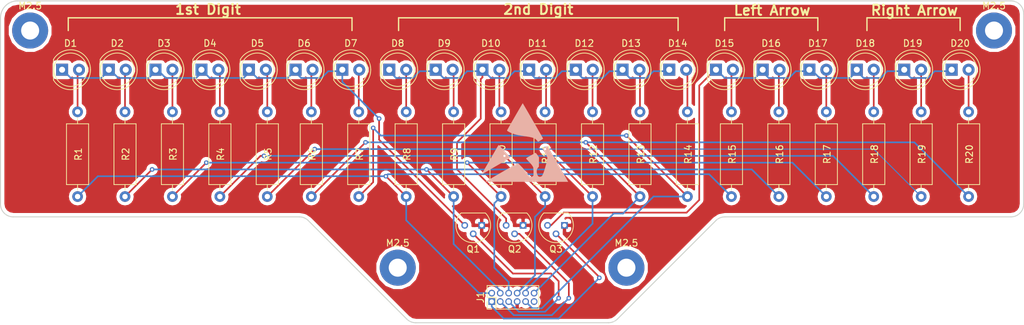
<source format=kicad_pcb>
(kicad_pcb (version 4) (host pcbnew 4.0.6)

  (general
    (links 66)
    (no_connects 0)
    (area 145.339999 74.219999 298.906001 122.630001)
    (thickness 1.6)
    (drawings 32)
    (tracks 242)
    (zones 0)
    (modules 49)
    (nets 35)
  )

  (page A4)
  (layers
    (0 F.Cu signal)
    (31 B.Cu signal)
    (34 B.Paste user)
    (35 F.Paste user)
    (36 B.SilkS user)
    (37 F.SilkS user)
    (38 B.Mask user)
    (39 F.Mask user)
    (40 Dwgs.User user)
    (41 Cmts.User user)
    (42 Eco1.User user)
    (43 Eco2.User user)
    (44 Edge.Cuts user)
    (45 Margin user)
  )

  (setup
    (last_trace_width 0.1524)
    (trace_clearance 0.1524)
    (zone_clearance 0.508)
    (zone_45_only no)
    (trace_min 0.1524)
    (segment_width 0.2)
    (edge_width 0.2)
    (via_size 0.6858)
    (via_drill 0.3302)
    (via_min_size 0.6858)
    (via_min_drill 0.3302)
    (uvia_size 0.762)
    (uvia_drill 0.508)
    (uvias_allowed no)
    (uvia_min_size 0)
    (uvia_min_drill 0)
    (pcb_text_width 0.3)
    (pcb_text_size 1.5 1.5)
    (mod_edge_width 0.15)
    (mod_text_size 1 1)
    (mod_text_width 0.15)
    (pad_size 8.6 8.6)
    (pad_drill 4.3)
    (pad_to_mask_clearance 0.2)
    (aux_axis_origin 0 0)
    (visible_elements 7FFFCF7F)
    (pcbplotparams
      (layerselection 0x030f0_80000001)
      (usegerberextensions false)
      (excludeedgelayer true)
      (linewidth 0.100000)
      (plotframeref false)
      (viasonmask false)
      (mode 1)
      (useauxorigin false)
      (hpglpennumber 1)
      (hpglpenspeed 20)
      (hpglpendiameter 15)
      (hpglpenoverlay 2)
      (psnegative false)
      (psa4output false)
      (plotreference true)
      (plotvalue true)
      (plotinvisibletext false)
      (padsonsilk false)
      (subtractmaskfromsilk false)
      (outputformat 1)
      (mirror false)
      (drillshape 0)
      (scaleselection 1)
      (outputdirectory Gerbers/))
  )

  (net 0 "")
  (net 1 "Net-(D1-Pad1)")
  (net 2 "Net-(D1-Pad2)")
  (net 3 "Net-(D2-Pad2)")
  (net 4 "Net-(D3-Pad2)")
  (net 5 "Net-(D4-Pad2)")
  (net 6 "Net-(D5-Pad2)")
  (net 7 "Net-(D6-Pad2)")
  (net 8 "Net-(D7-Pad2)")
  (net 9 "Net-(D10-Pad1)")
  (net 10 "Net-(D8-Pad2)")
  (net 11 "Net-(D9-Pad2)")
  (net 12 "Net-(D10-Pad2)")
  (net 13 "Net-(D11-Pad2)")
  (net 14 "Net-(D12-Pad2)")
  (net 15 "Net-(D13-Pad2)")
  (net 16 "Net-(D14-Pad2)")
  (net 17 "Net-(D15-Pad1)")
  (net 18 "Net-(D15-Pad2)")
  (net 19 "Net-(D16-Pad2)")
  (net 20 "Net-(D17-Pad2)")
  (net 21 /CKC)
  (net 22 /A)
  (net 23 /CKB)
  (net 24 /B)
  (net 25 /CKA)
  (net 26 /C)
  (net 27 /GND)
  (net 28 /D)
  (net 29 /G)
  (net 30 /E)
  (net 31 /F)
  (net 32 "Net-(D18-Pad2)")
  (net 33 "Net-(D19-Pad2)")
  (net 34 "Net-(D20-Pad2)")

  (net_class Default "This is the default net class."
    (clearance 0.1524)
    (trace_width 0.1524)
    (via_dia 0.6858)
    (via_drill 0.3302)
    (uvia_dia 0.762)
    (uvia_drill 0.508)
    (add_net /A)
    (add_net /B)
    (add_net /C)
    (add_net /CKA)
    (add_net /CKB)
    (add_net /CKC)
    (add_net /D)
    (add_net /E)
    (add_net /F)
    (add_net /G)
    (add_net /GND)
    (add_net "Net-(D1-Pad1)")
    (add_net "Net-(D1-Pad2)")
    (add_net "Net-(D10-Pad1)")
    (add_net "Net-(D10-Pad2)")
    (add_net "Net-(D11-Pad2)")
    (add_net "Net-(D12-Pad2)")
    (add_net "Net-(D13-Pad2)")
    (add_net "Net-(D14-Pad2)")
    (add_net "Net-(D15-Pad1)")
    (add_net "Net-(D15-Pad2)")
    (add_net "Net-(D16-Pad2)")
    (add_net "Net-(D17-Pad2)")
    (add_net "Net-(D18-Pad2)")
    (add_net "Net-(D19-Pad2)")
    (add_net "Net-(D2-Pad2)")
    (add_net "Net-(D20-Pad2)")
    (add_net "Net-(D3-Pad2)")
    (add_net "Net-(D4-Pad2)")
    (add_net "Net-(D5-Pad2)")
    (add_net "Net-(D6-Pad2)")
    (add_net "Net-(D7-Pad2)")
    (add_net "Net-(D8-Pad2)")
    (add_net "Net-(D9-Pad2)")
  )

  (module Resistors_THT:R_Axial_DIN0309_L9.0mm_D3.2mm_P12.70mm_Horizontal placed (layer F.Cu) (tedit 5874F706) (tstamp 58C2F857)
    (at 206.248 90.932 270)
    (descr "Resistor, Axial_DIN0309 series, Axial, Horizontal, pin pitch=12.7mm, 0.5W = 1/2W, length*diameter=9*3.2mm^2, http://cdn-reichelt.de/documents/datenblatt/B400/1_4W%23YAG.pdf")
    (tags "Resistor Axial_DIN0309 series Axial Horizontal pin pitch 12.7mm 0.5W = 1/2W length 9mm diameter 3.2mm")
    (path /58C2EB9E)
    (fp_text reference R8 (at 6.35 -0.12 270) (layer F.SilkS)
      (effects (font (size 1 1) (thickness 0.15)))
    )
    (fp_text value R (at 6.35 2.66 270) (layer F.Fab)
      (effects (font (size 1 1) (thickness 0.15)))
    )
    (fp_line (start 1.85 -1.6) (end 1.85 1.6) (layer F.Fab) (width 0.1))
    (fp_line (start 1.85 1.6) (end 10.85 1.6) (layer F.Fab) (width 0.1))
    (fp_line (start 10.85 1.6) (end 10.85 -1.6) (layer F.Fab) (width 0.1))
    (fp_line (start 10.85 -1.6) (end 1.85 -1.6) (layer F.Fab) (width 0.1))
    (fp_line (start 0 0) (end 1.85 0) (layer F.Fab) (width 0.1))
    (fp_line (start 12.7 0) (end 10.85 0) (layer F.Fab) (width 0.1))
    (fp_line (start 1.79 -1.66) (end 1.79 1.66) (layer F.SilkS) (width 0.12))
    (fp_line (start 1.79 1.66) (end 10.91 1.66) (layer F.SilkS) (width 0.12))
    (fp_line (start 10.91 1.66) (end 10.91 -1.66) (layer F.SilkS) (width 0.12))
    (fp_line (start 10.91 -1.66) (end 1.79 -1.66) (layer F.SilkS) (width 0.12))
    (fp_line (start 0.98 0) (end 1.79 0) (layer F.SilkS) (width 0.12))
    (fp_line (start 11.72 0) (end 10.91 0) (layer F.SilkS) (width 0.12))
    (fp_line (start -1.05 -1.95) (end -1.05 1.95) (layer F.CrtYd) (width 0.05))
    (fp_line (start -1.05 1.95) (end 13.75 1.95) (layer F.CrtYd) (width 0.05))
    (fp_line (start 13.75 1.95) (end 13.75 -1.95) (layer F.CrtYd) (width 0.05))
    (fp_line (start 13.75 -1.95) (end -1.05 -1.95) (layer F.CrtYd) (width 0.05))
    (pad 1 thru_hole circle (at 0 0 270) (size 1.6 1.6) (drill 0.8) (layers *.Cu *.Mask)
      (net 10 "Net-(D8-Pad2)"))
    (pad 2 thru_hole oval (at 12.7 0 270) (size 1.6 1.6) (drill 0.8) (layers *.Cu *.Mask)
      (net 22 /A))
    (model Resistors_THT.3dshapes/R_Axial_DIN0309_L9.0mm_D3.2mm_P12.70mm_Horizontal.wrl
      (at (xyz 0 0 0))
      (scale (xyz 0.393701 0.393701 0.393701))
      (rotate (xyz 0 0 0))
    )
  )

  (module LEDs:LED_D5.0mm locked (layer F.Cu) (tedit 587A3A7B) (tstamp 58C2F7A2)
    (at 154.650002 84.615999)
    (descr "LED, diameter 5.0mm, 2 pins, http://cdn-reichelt.de/documents/datenblatt/A500/LL-504BC2E-009.pdf")
    (tags "LED diameter 5.0mm 2 pins")
    (path /58C2E1D5)
    (fp_text reference D1 (at 1.27 -3.96) (layer F.SilkS)
      (effects (font (size 1 1) (thickness 0.15)))
    )
    (fp_text value LED (at 1.27 3.96) (layer F.Fab)
      (effects (font (size 1 1) (thickness 0.15)))
    )
    (fp_arc (start 1.27 0) (end -1.23 -1.469694) (angle 299.1) (layer F.Fab) (width 0.1))
    (fp_arc (start 1.27 0) (end -1.29 -1.54483) (angle 148.9) (layer F.SilkS) (width 0.12))
    (fp_arc (start 1.27 0) (end -1.29 1.54483) (angle -148.9) (layer F.SilkS) (width 0.12))
    (fp_circle (center 1.27 0) (end 3.77 0) (layer F.Fab) (width 0.1))
    (fp_circle (center 1.27 0) (end 3.77 0) (layer F.SilkS) (width 0.12))
    (fp_line (start -1.23 -1.469694) (end -1.23 1.469694) (layer F.Fab) (width 0.1))
    (fp_line (start -1.29 -1.545) (end -1.29 1.545) (layer F.SilkS) (width 0.12))
    (fp_line (start -1.95 -3.25) (end -1.95 3.25) (layer F.CrtYd) (width 0.05))
    (fp_line (start -1.95 3.25) (end 4.5 3.25) (layer F.CrtYd) (width 0.05))
    (fp_line (start 4.5 3.25) (end 4.5 -3.25) (layer F.CrtYd) (width 0.05))
    (fp_line (start 4.5 -3.25) (end -1.95 -3.25) (layer F.CrtYd) (width 0.05))
    (pad 1 thru_hole rect (at 0 0) (size 1.8 1.8) (drill 0.9) (layers *.Cu *.Mask)
      (net 1 "Net-(D1-Pad1)"))
    (pad 2 thru_hole circle (at 2.54 0) (size 1.8 1.8) (drill 0.9) (layers *.Cu *.Mask)
      (net 2 "Net-(D1-Pad2)"))
    (model LEDs.3dshapes/LED_D5.0mm.wrl
      (at (xyz 0 0 0))
      (scale (xyz 0.393701 0.393701 0.393701))
      (rotate (xyz 0 0 0))
    )
  )

  (module LEDs:LED_D5.0mm locked (layer F.Cu) (tedit 587A3A7B) (tstamp 58C2F7A8)
    (at 161.653126 84.615999)
    (descr "LED, diameter 5.0mm, 2 pins, http://cdn-reichelt.de/documents/datenblatt/A500/LL-504BC2E-009.pdf")
    (tags "LED diameter 5.0mm 2 pins")
    (path /58C2E37F)
    (fp_text reference D2 (at 1.27 -3.96) (layer F.SilkS)
      (effects (font (size 1 1) (thickness 0.15)))
    )
    (fp_text value LED (at 1.27 3.96) (layer F.Fab)
      (effects (font (size 1 1) (thickness 0.15)))
    )
    (fp_arc (start 1.27 0) (end -1.23 -1.469694) (angle 299.1) (layer F.Fab) (width 0.1))
    (fp_arc (start 1.27 0) (end -1.29 -1.54483) (angle 148.9) (layer F.SilkS) (width 0.12))
    (fp_arc (start 1.27 0) (end -1.29 1.54483) (angle -148.9) (layer F.SilkS) (width 0.12))
    (fp_circle (center 1.27 0) (end 3.77 0) (layer F.Fab) (width 0.1))
    (fp_circle (center 1.27 0) (end 3.77 0) (layer F.SilkS) (width 0.12))
    (fp_line (start -1.23 -1.469694) (end -1.23 1.469694) (layer F.Fab) (width 0.1))
    (fp_line (start -1.29 -1.545) (end -1.29 1.545) (layer F.SilkS) (width 0.12))
    (fp_line (start -1.95 -3.25) (end -1.95 3.25) (layer F.CrtYd) (width 0.05))
    (fp_line (start -1.95 3.25) (end 4.5 3.25) (layer F.CrtYd) (width 0.05))
    (fp_line (start 4.5 3.25) (end 4.5 -3.25) (layer F.CrtYd) (width 0.05))
    (fp_line (start 4.5 -3.25) (end -1.95 -3.25) (layer F.CrtYd) (width 0.05))
    (pad 1 thru_hole rect (at 0 0) (size 1.8 1.8) (drill 0.9) (layers *.Cu *.Mask)
      (net 1 "Net-(D1-Pad1)"))
    (pad 2 thru_hole circle (at 2.54 0) (size 1.8 1.8) (drill 0.9) (layers *.Cu *.Mask)
      (net 3 "Net-(D2-Pad2)"))
    (model LEDs.3dshapes/LED_D5.0mm.wrl
      (at (xyz 0 0 0))
      (scale (xyz 0.393701 0.393701 0.393701))
      (rotate (xyz 0 0 0))
    )
  )

  (module LEDs:LED_D5.0mm locked (layer F.Cu) (tedit 587A3A7B) (tstamp 58C2F7AE)
    (at 168.65625 84.615999)
    (descr "LED, diameter 5.0mm, 2 pins, http://cdn-reichelt.de/documents/datenblatt/A500/LL-504BC2E-009.pdf")
    (tags "LED diameter 5.0mm 2 pins")
    (path /58C2E45E)
    (fp_text reference D3 (at 1.27 -3.96) (layer F.SilkS)
      (effects (font (size 1 1) (thickness 0.15)))
    )
    (fp_text value LED (at 1.27 3.96) (layer F.Fab)
      (effects (font (size 1 1) (thickness 0.15)))
    )
    (fp_arc (start 1.27 0) (end -1.23 -1.469694) (angle 299.1) (layer F.Fab) (width 0.1))
    (fp_arc (start 1.27 0) (end -1.29 -1.54483) (angle 148.9) (layer F.SilkS) (width 0.12))
    (fp_arc (start 1.27 0) (end -1.29 1.54483) (angle -148.9) (layer F.SilkS) (width 0.12))
    (fp_circle (center 1.27 0) (end 3.77 0) (layer F.Fab) (width 0.1))
    (fp_circle (center 1.27 0) (end 3.77 0) (layer F.SilkS) (width 0.12))
    (fp_line (start -1.23 -1.469694) (end -1.23 1.469694) (layer F.Fab) (width 0.1))
    (fp_line (start -1.29 -1.545) (end -1.29 1.545) (layer F.SilkS) (width 0.12))
    (fp_line (start -1.95 -3.25) (end -1.95 3.25) (layer F.CrtYd) (width 0.05))
    (fp_line (start -1.95 3.25) (end 4.5 3.25) (layer F.CrtYd) (width 0.05))
    (fp_line (start 4.5 3.25) (end 4.5 -3.25) (layer F.CrtYd) (width 0.05))
    (fp_line (start 4.5 -3.25) (end -1.95 -3.25) (layer F.CrtYd) (width 0.05))
    (pad 1 thru_hole rect (at 0 0) (size 1.8 1.8) (drill 0.9) (layers *.Cu *.Mask)
      (net 1 "Net-(D1-Pad1)"))
    (pad 2 thru_hole circle (at 2.54 0) (size 1.8 1.8) (drill 0.9) (layers *.Cu *.Mask)
      (net 4 "Net-(D3-Pad2)"))
    (model LEDs.3dshapes/LED_D5.0mm.wrl
      (at (xyz 0 0 0))
      (scale (xyz 0.393701 0.393701 0.393701))
      (rotate (xyz 0 0 0))
    )
  )

  (module LEDs:LED_D5.0mm locked (layer F.Cu) (tedit 587A3A7B) (tstamp 58C2F7B4)
    (at 175.550498 84.615999)
    (descr "LED, diameter 5.0mm, 2 pins, http://cdn-reichelt.de/documents/datenblatt/A500/LL-504BC2E-009.pdf")
    (tags "LED diameter 5.0mm 2 pins")
    (path /58C2E485)
    (fp_text reference D4 (at 1.27 -3.96) (layer F.SilkS)
      (effects (font (size 1 1) (thickness 0.15)))
    )
    (fp_text value LED (at 1.27 3.96) (layer F.Fab)
      (effects (font (size 1 1) (thickness 0.15)))
    )
    (fp_arc (start 1.27 0) (end -1.23 -1.469694) (angle 299.1) (layer F.Fab) (width 0.1))
    (fp_arc (start 1.27 0) (end -1.29 -1.54483) (angle 148.9) (layer F.SilkS) (width 0.12))
    (fp_arc (start 1.27 0) (end -1.29 1.54483) (angle -148.9) (layer F.SilkS) (width 0.12))
    (fp_circle (center 1.27 0) (end 3.77 0) (layer F.Fab) (width 0.1))
    (fp_circle (center 1.27 0) (end 3.77 0) (layer F.SilkS) (width 0.12))
    (fp_line (start -1.23 -1.469694) (end -1.23 1.469694) (layer F.Fab) (width 0.1))
    (fp_line (start -1.29 -1.545) (end -1.29 1.545) (layer F.SilkS) (width 0.12))
    (fp_line (start -1.95 -3.25) (end -1.95 3.25) (layer F.CrtYd) (width 0.05))
    (fp_line (start -1.95 3.25) (end 4.5 3.25) (layer F.CrtYd) (width 0.05))
    (fp_line (start 4.5 3.25) (end 4.5 -3.25) (layer F.CrtYd) (width 0.05))
    (fp_line (start 4.5 -3.25) (end -1.95 -3.25) (layer F.CrtYd) (width 0.05))
    (pad 1 thru_hole rect (at 0 0) (size 1.8 1.8) (drill 0.9) (layers *.Cu *.Mask)
      (net 1 "Net-(D1-Pad1)"))
    (pad 2 thru_hole circle (at 2.54 0) (size 1.8 1.8) (drill 0.9) (layers *.Cu *.Mask)
      (net 5 "Net-(D4-Pad2)"))
    (model LEDs.3dshapes/LED_D5.0mm.wrl
      (at (xyz 0 0 0))
      (scale (xyz 0.393701 0.393701 0.393701))
      (rotate (xyz 0 0 0))
    )
  )

  (module LEDs:LED_D5.0mm locked (layer F.Cu) (tedit 587A3A7B) (tstamp 58C2F7BA)
    (at 182.662498 84.615999)
    (descr "LED, diameter 5.0mm, 2 pins, http://cdn-reichelt.de/documents/datenblatt/A500/LL-504BC2E-009.pdf")
    (tags "LED diameter 5.0mm 2 pins")
    (path /58C2E4B0)
    (fp_text reference D5 (at 1.27 -3.96) (layer F.SilkS)
      (effects (font (size 1 1) (thickness 0.15)))
    )
    (fp_text value LED (at 1.27 3.96) (layer F.Fab)
      (effects (font (size 1 1) (thickness 0.15)))
    )
    (fp_arc (start 1.27 0) (end -1.23 -1.469694) (angle 299.1) (layer F.Fab) (width 0.1))
    (fp_arc (start 1.27 0) (end -1.29 -1.54483) (angle 148.9) (layer F.SilkS) (width 0.12))
    (fp_arc (start 1.27 0) (end -1.29 1.54483) (angle -148.9) (layer F.SilkS) (width 0.12))
    (fp_circle (center 1.27 0) (end 3.77 0) (layer F.Fab) (width 0.1))
    (fp_circle (center 1.27 0) (end 3.77 0) (layer F.SilkS) (width 0.12))
    (fp_line (start -1.23 -1.469694) (end -1.23 1.469694) (layer F.Fab) (width 0.1))
    (fp_line (start -1.29 -1.545) (end -1.29 1.545) (layer F.SilkS) (width 0.12))
    (fp_line (start -1.95 -3.25) (end -1.95 3.25) (layer F.CrtYd) (width 0.05))
    (fp_line (start -1.95 3.25) (end 4.5 3.25) (layer F.CrtYd) (width 0.05))
    (fp_line (start 4.5 3.25) (end 4.5 -3.25) (layer F.CrtYd) (width 0.05))
    (fp_line (start 4.5 -3.25) (end -1.95 -3.25) (layer F.CrtYd) (width 0.05))
    (pad 1 thru_hole rect (at 0 0) (size 1.8 1.8) (drill 0.9) (layers *.Cu *.Mask)
      (net 1 "Net-(D1-Pad1)"))
    (pad 2 thru_hole circle (at 2.54 0) (size 1.8 1.8) (drill 0.9) (layers *.Cu *.Mask)
      (net 6 "Net-(D5-Pad2)"))
    (model LEDs.3dshapes/LED_D5.0mm.wrl
      (at (xyz 0 0 0))
      (scale (xyz 0.393701 0.393701 0.393701))
      (rotate (xyz 0 0 0))
    )
  )

  (module LEDs:LED_D5.0mm locked (layer F.Cu) (tedit 587A3A7B) (tstamp 58C2F7C0)
    (at 189.665622 84.615999)
    (descr "LED, diameter 5.0mm, 2 pins, http://cdn-reichelt.de/documents/datenblatt/A500/LL-504BC2E-009.pdf")
    (tags "LED diameter 5.0mm 2 pins")
    (path /58C2E4D9)
    (fp_text reference D6 (at 1.27 -3.96) (layer F.SilkS)
      (effects (font (size 1 1) (thickness 0.15)))
    )
    (fp_text value LED (at 1.27 3.96) (layer F.Fab)
      (effects (font (size 1 1) (thickness 0.15)))
    )
    (fp_arc (start 1.27 0) (end -1.23 -1.469694) (angle 299.1) (layer F.Fab) (width 0.1))
    (fp_arc (start 1.27 0) (end -1.29 -1.54483) (angle 148.9) (layer F.SilkS) (width 0.12))
    (fp_arc (start 1.27 0) (end -1.29 1.54483) (angle -148.9) (layer F.SilkS) (width 0.12))
    (fp_circle (center 1.27 0) (end 3.77 0) (layer F.Fab) (width 0.1))
    (fp_circle (center 1.27 0) (end 3.77 0) (layer F.SilkS) (width 0.12))
    (fp_line (start -1.23 -1.469694) (end -1.23 1.469694) (layer F.Fab) (width 0.1))
    (fp_line (start -1.29 -1.545) (end -1.29 1.545) (layer F.SilkS) (width 0.12))
    (fp_line (start -1.95 -3.25) (end -1.95 3.25) (layer F.CrtYd) (width 0.05))
    (fp_line (start -1.95 3.25) (end 4.5 3.25) (layer F.CrtYd) (width 0.05))
    (fp_line (start 4.5 3.25) (end 4.5 -3.25) (layer F.CrtYd) (width 0.05))
    (fp_line (start 4.5 -3.25) (end -1.95 -3.25) (layer F.CrtYd) (width 0.05))
    (pad 1 thru_hole rect (at 0 0) (size 1.8 1.8) (drill 0.9) (layers *.Cu *.Mask)
      (net 1 "Net-(D1-Pad1)"))
    (pad 2 thru_hole circle (at 2.54 0) (size 1.8 1.8) (drill 0.9) (layers *.Cu *.Mask)
      (net 7 "Net-(D6-Pad2)"))
    (model LEDs.3dshapes/LED_D5.0mm.wrl
      (at (xyz 0 0 0))
      (scale (xyz 0.393701 0.393701 0.393701))
      (rotate (xyz 0 0 0))
    )
  )

  (module LEDs:LED_D5.0mm locked (layer F.Cu) (tedit 587A3A7B) (tstamp 58C2F7C6)
    (at 196.668746 84.615999)
    (descr "LED, diameter 5.0mm, 2 pins, http://cdn-reichelt.de/documents/datenblatt/A500/LL-504BC2E-009.pdf")
    (tags "LED diameter 5.0mm 2 pins")
    (path /58C2E560)
    (fp_text reference D7 (at 1.27 -3.96) (layer F.SilkS)
      (effects (font (size 1 1) (thickness 0.15)))
    )
    (fp_text value LED (at 1.27 3.96) (layer F.Fab)
      (effects (font (size 1 1) (thickness 0.15)))
    )
    (fp_arc (start 1.27 0) (end -1.23 -1.469694) (angle 299.1) (layer F.Fab) (width 0.1))
    (fp_arc (start 1.27 0) (end -1.29 -1.54483) (angle 148.9) (layer F.SilkS) (width 0.12))
    (fp_arc (start 1.27 0) (end -1.29 1.54483) (angle -148.9) (layer F.SilkS) (width 0.12))
    (fp_circle (center 1.27 0) (end 3.77 0) (layer F.Fab) (width 0.1))
    (fp_circle (center 1.27 0) (end 3.77 0) (layer F.SilkS) (width 0.12))
    (fp_line (start -1.23 -1.469694) (end -1.23 1.469694) (layer F.Fab) (width 0.1))
    (fp_line (start -1.29 -1.545) (end -1.29 1.545) (layer F.SilkS) (width 0.12))
    (fp_line (start -1.95 -3.25) (end -1.95 3.25) (layer F.CrtYd) (width 0.05))
    (fp_line (start -1.95 3.25) (end 4.5 3.25) (layer F.CrtYd) (width 0.05))
    (fp_line (start 4.5 3.25) (end 4.5 -3.25) (layer F.CrtYd) (width 0.05))
    (fp_line (start 4.5 -3.25) (end -1.95 -3.25) (layer F.CrtYd) (width 0.05))
    (pad 1 thru_hole rect (at 0 0) (size 1.8 1.8) (drill 0.9) (layers *.Cu *.Mask)
      (net 1 "Net-(D1-Pad1)"))
    (pad 2 thru_hole circle (at 2.54 0) (size 1.8 1.8) (drill 0.9) (layers *.Cu *.Mask)
      (net 8 "Net-(D7-Pad2)"))
    (model LEDs.3dshapes/LED_D5.0mm.wrl
      (at (xyz 0 0 0))
      (scale (xyz 0.393701 0.393701 0.393701))
      (rotate (xyz 0 0 0))
    )
  )

  (module LEDs:LED_D5.0mm locked (layer F.Cu) (tedit 587A3A7B) (tstamp 58C2F7CC)
    (at 203.708 84.615999)
    (descr "LED, diameter 5.0mm, 2 pins, http://cdn-reichelt.de/documents/datenblatt/A500/LL-504BC2E-009.pdf")
    (tags "LED diameter 5.0mm 2 pins")
    (path /58C2EB74)
    (fp_text reference D8 (at 1.27 -3.96) (layer F.SilkS)
      (effects (font (size 1 1) (thickness 0.15)))
    )
    (fp_text value LED (at 1.27 3.96) (layer F.Fab)
      (effects (font (size 1 1) (thickness 0.15)))
    )
    (fp_arc (start 1.27 0) (end -1.23 -1.469694) (angle 299.1) (layer F.Fab) (width 0.1))
    (fp_arc (start 1.27 0) (end -1.29 -1.54483) (angle 148.9) (layer F.SilkS) (width 0.12))
    (fp_arc (start 1.27 0) (end -1.29 1.54483) (angle -148.9) (layer F.SilkS) (width 0.12))
    (fp_circle (center 1.27 0) (end 3.77 0) (layer F.Fab) (width 0.1))
    (fp_circle (center 1.27 0) (end 3.77 0) (layer F.SilkS) (width 0.12))
    (fp_line (start -1.23 -1.469694) (end -1.23 1.469694) (layer F.Fab) (width 0.1))
    (fp_line (start -1.29 -1.545) (end -1.29 1.545) (layer F.SilkS) (width 0.12))
    (fp_line (start -1.95 -3.25) (end -1.95 3.25) (layer F.CrtYd) (width 0.05))
    (fp_line (start -1.95 3.25) (end 4.5 3.25) (layer F.CrtYd) (width 0.05))
    (fp_line (start 4.5 3.25) (end 4.5 -3.25) (layer F.CrtYd) (width 0.05))
    (fp_line (start 4.5 -3.25) (end -1.95 -3.25) (layer F.CrtYd) (width 0.05))
    (pad 1 thru_hole rect (at 0 0) (size 1.8 1.8) (drill 0.9) (layers *.Cu *.Mask)
      (net 9 "Net-(D10-Pad1)"))
    (pad 2 thru_hole circle (at 2.54 0) (size 1.8 1.8) (drill 0.9) (layers *.Cu *.Mask)
      (net 10 "Net-(D8-Pad2)"))
    (model LEDs.3dshapes/LED_D5.0mm.wrl
      (at (xyz 0 0 0))
      (scale (xyz 0.393701 0.393701 0.393701))
      (rotate (xyz 0 0 0))
    )
  )

  (module LEDs:LED_D5.0mm locked (layer F.Cu) (tedit 587A3A7B) (tstamp 58C2F7D2)
    (at 210.674994 84.615999)
    (descr "LED, diameter 5.0mm, 2 pins, http://cdn-reichelt.de/documents/datenblatt/A500/LL-504BC2E-009.pdf")
    (tags "LED diameter 5.0mm 2 pins")
    (path /58C2EB7A)
    (fp_text reference D9 (at 1.27 -3.96) (layer F.SilkS)
      (effects (font (size 1 1) (thickness 0.15)))
    )
    (fp_text value LED (at 1.27 3.96) (layer F.Fab)
      (effects (font (size 1 1) (thickness 0.15)))
    )
    (fp_arc (start 1.27 0) (end -1.23 -1.469694) (angle 299.1) (layer F.Fab) (width 0.1))
    (fp_arc (start 1.27 0) (end -1.29 -1.54483) (angle 148.9) (layer F.SilkS) (width 0.12))
    (fp_arc (start 1.27 0) (end -1.29 1.54483) (angle -148.9) (layer F.SilkS) (width 0.12))
    (fp_circle (center 1.27 0) (end 3.77 0) (layer F.Fab) (width 0.1))
    (fp_circle (center 1.27 0) (end 3.77 0) (layer F.SilkS) (width 0.12))
    (fp_line (start -1.23 -1.469694) (end -1.23 1.469694) (layer F.Fab) (width 0.1))
    (fp_line (start -1.29 -1.545) (end -1.29 1.545) (layer F.SilkS) (width 0.12))
    (fp_line (start -1.95 -3.25) (end -1.95 3.25) (layer F.CrtYd) (width 0.05))
    (fp_line (start -1.95 3.25) (end 4.5 3.25) (layer F.CrtYd) (width 0.05))
    (fp_line (start 4.5 3.25) (end 4.5 -3.25) (layer F.CrtYd) (width 0.05))
    (fp_line (start 4.5 -3.25) (end -1.95 -3.25) (layer F.CrtYd) (width 0.05))
    (pad 1 thru_hole rect (at 0 0) (size 1.8 1.8) (drill 0.9) (layers *.Cu *.Mask)
      (net 9 "Net-(D10-Pad1)"))
    (pad 2 thru_hole circle (at 2.54 0) (size 1.8 1.8) (drill 0.9) (layers *.Cu *.Mask)
      (net 11 "Net-(D9-Pad2)"))
    (model LEDs.3dshapes/LED_D5.0mm.wrl
      (at (xyz 0 0 0))
      (scale (xyz 0.393701 0.393701 0.393701))
      (rotate (xyz 0 0 0))
    )
  )

  (module LEDs:LED_D5.0mm locked (layer F.Cu) (tedit 587A3A7B) (tstamp 58C2F7D8)
    (at 217.678118 84.615999)
    (descr "LED, diameter 5.0mm, 2 pins, http://cdn-reichelt.de/documents/datenblatt/A500/LL-504BC2E-009.pdf")
    (tags "LED diameter 5.0mm 2 pins")
    (path /58C2EB80)
    (fp_text reference D10 (at 1.27 -3.96) (layer F.SilkS)
      (effects (font (size 1 1) (thickness 0.15)))
    )
    (fp_text value LED (at 1.27 3.96) (layer F.Fab)
      (effects (font (size 1 1) (thickness 0.15)))
    )
    (fp_arc (start 1.27 0) (end -1.23 -1.469694) (angle 299.1) (layer F.Fab) (width 0.1))
    (fp_arc (start 1.27 0) (end -1.29 -1.54483) (angle 148.9) (layer F.SilkS) (width 0.12))
    (fp_arc (start 1.27 0) (end -1.29 1.54483) (angle -148.9) (layer F.SilkS) (width 0.12))
    (fp_circle (center 1.27 0) (end 3.77 0) (layer F.Fab) (width 0.1))
    (fp_circle (center 1.27 0) (end 3.77 0) (layer F.SilkS) (width 0.12))
    (fp_line (start -1.23 -1.469694) (end -1.23 1.469694) (layer F.Fab) (width 0.1))
    (fp_line (start -1.29 -1.545) (end -1.29 1.545) (layer F.SilkS) (width 0.12))
    (fp_line (start -1.95 -3.25) (end -1.95 3.25) (layer F.CrtYd) (width 0.05))
    (fp_line (start -1.95 3.25) (end 4.5 3.25) (layer F.CrtYd) (width 0.05))
    (fp_line (start 4.5 3.25) (end 4.5 -3.25) (layer F.CrtYd) (width 0.05))
    (fp_line (start 4.5 -3.25) (end -1.95 -3.25) (layer F.CrtYd) (width 0.05))
    (pad 1 thru_hole rect (at 0 0) (size 1.8 1.8) (drill 0.9) (layers *.Cu *.Mask)
      (net 9 "Net-(D10-Pad1)"))
    (pad 2 thru_hole circle (at 2.54 0) (size 1.8 1.8) (drill 0.9) (layers *.Cu *.Mask)
      (net 12 "Net-(D10-Pad2)"))
    (model LEDs.3dshapes/LED_D5.0mm.wrl
      (at (xyz 0 0 0))
      (scale (xyz 0.393701 0.393701 0.393701))
      (rotate (xyz 0 0 0))
    )
  )

  (module LEDs:LED_D5.0mm locked (layer F.Cu) (tedit 587A3A7B) (tstamp 58C2F7DE)
    (at 224.681242 84.615999)
    (descr "LED, diameter 5.0mm, 2 pins, http://cdn-reichelt.de/documents/datenblatt/A500/LL-504BC2E-009.pdf")
    (tags "LED diameter 5.0mm 2 pins")
    (path /58C2EB86)
    (fp_text reference D11 (at 1.27 -3.96) (layer F.SilkS)
      (effects (font (size 1 1) (thickness 0.15)))
    )
    (fp_text value LED (at 1.27 3.96) (layer F.Fab)
      (effects (font (size 1 1) (thickness 0.15)))
    )
    (fp_arc (start 1.27 0) (end -1.23 -1.469694) (angle 299.1) (layer F.Fab) (width 0.1))
    (fp_arc (start 1.27 0) (end -1.29 -1.54483) (angle 148.9) (layer F.SilkS) (width 0.12))
    (fp_arc (start 1.27 0) (end -1.29 1.54483) (angle -148.9) (layer F.SilkS) (width 0.12))
    (fp_circle (center 1.27 0) (end 3.77 0) (layer F.Fab) (width 0.1))
    (fp_circle (center 1.27 0) (end 3.77 0) (layer F.SilkS) (width 0.12))
    (fp_line (start -1.23 -1.469694) (end -1.23 1.469694) (layer F.Fab) (width 0.1))
    (fp_line (start -1.29 -1.545) (end -1.29 1.545) (layer F.SilkS) (width 0.12))
    (fp_line (start -1.95 -3.25) (end -1.95 3.25) (layer F.CrtYd) (width 0.05))
    (fp_line (start -1.95 3.25) (end 4.5 3.25) (layer F.CrtYd) (width 0.05))
    (fp_line (start 4.5 3.25) (end 4.5 -3.25) (layer F.CrtYd) (width 0.05))
    (fp_line (start 4.5 -3.25) (end -1.95 -3.25) (layer F.CrtYd) (width 0.05))
    (pad 1 thru_hole rect (at 0 0) (size 1.8 1.8) (drill 0.9) (layers *.Cu *.Mask)
      (net 9 "Net-(D10-Pad1)"))
    (pad 2 thru_hole circle (at 2.54 0) (size 1.8 1.8) (drill 0.9) (layers *.Cu *.Mask)
      (net 13 "Net-(D11-Pad2)"))
    (model LEDs.3dshapes/LED_D5.0mm.wrl
      (at (xyz 0 0 0))
      (scale (xyz 0.393701 0.393701 0.393701))
      (rotate (xyz 0 0 0))
    )
  )

  (module LEDs:LED_D5.0mm locked (layer F.Cu) (tedit 587A3A7B) (tstamp 58C2F7E4)
    (at 231.684366 84.615999)
    (descr "LED, diameter 5.0mm, 2 pins, http://cdn-reichelt.de/documents/datenblatt/A500/LL-504BC2E-009.pdf")
    (tags "LED diameter 5.0mm 2 pins")
    (path /58C2EB8C)
    (fp_text reference D12 (at 1.27 -3.96) (layer F.SilkS)
      (effects (font (size 1 1) (thickness 0.15)))
    )
    (fp_text value LED (at 1.27 3.96) (layer F.Fab)
      (effects (font (size 1 1) (thickness 0.15)))
    )
    (fp_arc (start 1.27 0) (end -1.23 -1.469694) (angle 299.1) (layer F.Fab) (width 0.1))
    (fp_arc (start 1.27 0) (end -1.29 -1.54483) (angle 148.9) (layer F.SilkS) (width 0.12))
    (fp_arc (start 1.27 0) (end -1.29 1.54483) (angle -148.9) (layer F.SilkS) (width 0.12))
    (fp_circle (center 1.27 0) (end 3.77 0) (layer F.Fab) (width 0.1))
    (fp_circle (center 1.27 0) (end 3.77 0) (layer F.SilkS) (width 0.12))
    (fp_line (start -1.23 -1.469694) (end -1.23 1.469694) (layer F.Fab) (width 0.1))
    (fp_line (start -1.29 -1.545) (end -1.29 1.545) (layer F.SilkS) (width 0.12))
    (fp_line (start -1.95 -3.25) (end -1.95 3.25) (layer F.CrtYd) (width 0.05))
    (fp_line (start -1.95 3.25) (end 4.5 3.25) (layer F.CrtYd) (width 0.05))
    (fp_line (start 4.5 3.25) (end 4.5 -3.25) (layer F.CrtYd) (width 0.05))
    (fp_line (start 4.5 -3.25) (end -1.95 -3.25) (layer F.CrtYd) (width 0.05))
    (pad 1 thru_hole rect (at 0 0) (size 1.8 1.8) (drill 0.9) (layers *.Cu *.Mask)
      (net 9 "Net-(D10-Pad1)"))
    (pad 2 thru_hole circle (at 2.54 0) (size 1.8 1.8) (drill 0.9) (layers *.Cu *.Mask)
      (net 14 "Net-(D12-Pad2)"))
    (model LEDs.3dshapes/LED_D5.0mm.wrl
      (at (xyz 0 0 0))
      (scale (xyz 0.393701 0.393701 0.393701))
      (rotate (xyz 0 0 0))
    )
  )

  (module LEDs:LED_D5.0mm locked (layer F.Cu) (tedit 587A3A7B) (tstamp 58C2F7EA)
    (at 238.68749 84.615999)
    (descr "LED, diameter 5.0mm, 2 pins, http://cdn-reichelt.de/documents/datenblatt/A500/LL-504BC2E-009.pdf")
    (tags "LED diameter 5.0mm 2 pins")
    (path /58C2EB92)
    (fp_text reference D13 (at 1.27 -3.96) (layer F.SilkS)
      (effects (font (size 1 1) (thickness 0.15)))
    )
    (fp_text value LED (at 1.27 3.96) (layer F.Fab)
      (effects (font (size 1 1) (thickness 0.15)))
    )
    (fp_arc (start 1.27 0) (end -1.23 -1.469694) (angle 299.1) (layer F.Fab) (width 0.1))
    (fp_arc (start 1.27 0) (end -1.29 -1.54483) (angle 148.9) (layer F.SilkS) (width 0.12))
    (fp_arc (start 1.27 0) (end -1.29 1.54483) (angle -148.9) (layer F.SilkS) (width 0.12))
    (fp_circle (center 1.27 0) (end 3.77 0) (layer F.Fab) (width 0.1))
    (fp_circle (center 1.27 0) (end 3.77 0) (layer F.SilkS) (width 0.12))
    (fp_line (start -1.23 -1.469694) (end -1.23 1.469694) (layer F.Fab) (width 0.1))
    (fp_line (start -1.29 -1.545) (end -1.29 1.545) (layer F.SilkS) (width 0.12))
    (fp_line (start -1.95 -3.25) (end -1.95 3.25) (layer F.CrtYd) (width 0.05))
    (fp_line (start -1.95 3.25) (end 4.5 3.25) (layer F.CrtYd) (width 0.05))
    (fp_line (start 4.5 3.25) (end 4.5 -3.25) (layer F.CrtYd) (width 0.05))
    (fp_line (start 4.5 -3.25) (end -1.95 -3.25) (layer F.CrtYd) (width 0.05))
    (pad 1 thru_hole rect (at 0 0) (size 1.8 1.8) (drill 0.9) (layers *.Cu *.Mask)
      (net 9 "Net-(D10-Pad1)"))
    (pad 2 thru_hole circle (at 2.54 0) (size 1.8 1.8) (drill 0.9) (layers *.Cu *.Mask)
      (net 15 "Net-(D13-Pad2)"))
    (model LEDs.3dshapes/LED_D5.0mm.wrl
      (at (xyz 0 0 0))
      (scale (xyz 0.393701 0.393701 0.393701))
      (rotate (xyz 0 0 0))
    )
  )

  (module LEDs:LED_D5.0mm locked (layer F.Cu) (tedit 587A3A7B) (tstamp 58C2F7F0)
    (at 245.690614 84.615999)
    (descr "LED, diameter 5.0mm, 2 pins, http://cdn-reichelt.de/documents/datenblatt/A500/LL-504BC2E-009.pdf")
    (tags "LED diameter 5.0mm 2 pins")
    (path /58C2EB98)
    (fp_text reference D14 (at 1.27 -3.96) (layer F.SilkS)
      (effects (font (size 1 1) (thickness 0.15)))
    )
    (fp_text value LED (at 1.27 3.96) (layer F.Fab)
      (effects (font (size 1 1) (thickness 0.15)))
    )
    (fp_arc (start 1.27 0) (end -1.23 -1.469694) (angle 299.1) (layer F.Fab) (width 0.1))
    (fp_arc (start 1.27 0) (end -1.29 -1.54483) (angle 148.9) (layer F.SilkS) (width 0.12))
    (fp_arc (start 1.27 0) (end -1.29 1.54483) (angle -148.9) (layer F.SilkS) (width 0.12))
    (fp_circle (center 1.27 0) (end 3.77 0) (layer F.Fab) (width 0.1))
    (fp_circle (center 1.27 0) (end 3.77 0) (layer F.SilkS) (width 0.12))
    (fp_line (start -1.23 -1.469694) (end -1.23 1.469694) (layer F.Fab) (width 0.1))
    (fp_line (start -1.29 -1.545) (end -1.29 1.545) (layer F.SilkS) (width 0.12))
    (fp_line (start -1.95 -3.25) (end -1.95 3.25) (layer F.CrtYd) (width 0.05))
    (fp_line (start -1.95 3.25) (end 4.5 3.25) (layer F.CrtYd) (width 0.05))
    (fp_line (start 4.5 3.25) (end 4.5 -3.25) (layer F.CrtYd) (width 0.05))
    (fp_line (start 4.5 -3.25) (end -1.95 -3.25) (layer F.CrtYd) (width 0.05))
    (pad 1 thru_hole rect (at 0 0) (size 1.8 1.8) (drill 0.9) (layers *.Cu *.Mask)
      (net 9 "Net-(D10-Pad1)"))
    (pad 2 thru_hole circle (at 2.54 0) (size 1.8 1.8) (drill 0.9) (layers *.Cu *.Mask)
      (net 16 "Net-(D14-Pad2)"))
    (model LEDs.3dshapes/LED_D5.0mm.wrl
      (at (xyz 0 0 0))
      (scale (xyz 0.393701 0.393701 0.393701))
      (rotate (xyz 0 0 0))
    )
  )

  (module LEDs:LED_D5.0mm locked (layer F.Cu) (tedit 587A3A7B) (tstamp 58C2F7F6)
    (at 252.693738 84.615999)
    (descr "LED, diameter 5.0mm, 2 pins, http://cdn-reichelt.de/documents/datenblatt/A500/LL-504BC2E-009.pdf")
    (tags "LED diameter 5.0mm 2 pins")
    (path /58C2FE19)
    (fp_text reference D15 (at 1.27 -3.96) (layer F.SilkS)
      (effects (font (size 1 1) (thickness 0.15)))
    )
    (fp_text value LED (at 1.27 3.96) (layer F.Fab)
      (effects (font (size 1 1) (thickness 0.15)))
    )
    (fp_arc (start 1.27 0) (end -1.23 -1.469694) (angle 299.1) (layer F.Fab) (width 0.1))
    (fp_arc (start 1.27 0) (end -1.29 -1.54483) (angle 148.9) (layer F.SilkS) (width 0.12))
    (fp_arc (start 1.27 0) (end -1.29 1.54483) (angle -148.9) (layer F.SilkS) (width 0.12))
    (fp_circle (center 1.27 0) (end 3.77 0) (layer F.Fab) (width 0.1))
    (fp_circle (center 1.27 0) (end 3.77 0) (layer F.SilkS) (width 0.12))
    (fp_line (start -1.23 -1.469694) (end -1.23 1.469694) (layer F.Fab) (width 0.1))
    (fp_line (start -1.29 -1.545) (end -1.29 1.545) (layer F.SilkS) (width 0.12))
    (fp_line (start -1.95 -3.25) (end -1.95 3.25) (layer F.CrtYd) (width 0.05))
    (fp_line (start -1.95 3.25) (end 4.5 3.25) (layer F.CrtYd) (width 0.05))
    (fp_line (start 4.5 3.25) (end 4.5 -3.25) (layer F.CrtYd) (width 0.05))
    (fp_line (start 4.5 -3.25) (end -1.95 -3.25) (layer F.CrtYd) (width 0.05))
    (pad 1 thru_hole rect (at 0 0) (size 1.8 1.8) (drill 0.9) (layers *.Cu *.Mask)
      (net 17 "Net-(D15-Pad1)"))
    (pad 2 thru_hole circle (at 2.54 0) (size 1.8 1.8) (drill 0.9) (layers *.Cu *.Mask)
      (net 18 "Net-(D15-Pad2)"))
    (model LEDs.3dshapes/LED_D5.0mm.wrl
      (at (xyz 0 0 0))
      (scale (xyz 0.393701 0.393701 0.393701))
      (rotate (xyz 0 0 0))
    )
  )

  (module LEDs:LED_D5.0mm locked (layer F.Cu) (tedit 587A3A7B) (tstamp 58C2F7FC)
    (at 259.696862 84.615999)
    (descr "LED, diameter 5.0mm, 2 pins, http://cdn-reichelt.de/documents/datenblatt/A500/LL-504BC2E-009.pdf")
    (tags "LED diameter 5.0mm 2 pins")
    (path /58C2FE1F)
    (fp_text reference D16 (at 1.27 -3.96) (layer F.SilkS)
      (effects (font (size 1 1) (thickness 0.15)))
    )
    (fp_text value LED (at 1.27 3.96) (layer F.Fab)
      (effects (font (size 1 1) (thickness 0.15)))
    )
    (fp_arc (start 1.27 0) (end -1.23 -1.469694) (angle 299.1) (layer F.Fab) (width 0.1))
    (fp_arc (start 1.27 0) (end -1.29 -1.54483) (angle 148.9) (layer F.SilkS) (width 0.12))
    (fp_arc (start 1.27 0) (end -1.29 1.54483) (angle -148.9) (layer F.SilkS) (width 0.12))
    (fp_circle (center 1.27 0) (end 3.77 0) (layer F.Fab) (width 0.1))
    (fp_circle (center 1.27 0) (end 3.77 0) (layer F.SilkS) (width 0.12))
    (fp_line (start -1.23 -1.469694) (end -1.23 1.469694) (layer F.Fab) (width 0.1))
    (fp_line (start -1.29 -1.545) (end -1.29 1.545) (layer F.SilkS) (width 0.12))
    (fp_line (start -1.95 -3.25) (end -1.95 3.25) (layer F.CrtYd) (width 0.05))
    (fp_line (start -1.95 3.25) (end 4.5 3.25) (layer F.CrtYd) (width 0.05))
    (fp_line (start 4.5 3.25) (end 4.5 -3.25) (layer F.CrtYd) (width 0.05))
    (fp_line (start 4.5 -3.25) (end -1.95 -3.25) (layer F.CrtYd) (width 0.05))
    (pad 1 thru_hole rect (at 0 0) (size 1.8 1.8) (drill 0.9) (layers *.Cu *.Mask)
      (net 17 "Net-(D15-Pad1)"))
    (pad 2 thru_hole circle (at 2.54 0) (size 1.8 1.8) (drill 0.9) (layers *.Cu *.Mask)
      (net 19 "Net-(D16-Pad2)"))
    (model LEDs.3dshapes/LED_D5.0mm.wrl
      (at (xyz 0 0 0))
      (scale (xyz 0.393701 0.393701 0.393701))
      (rotate (xyz 0 0 0))
    )
  )

  (module LEDs:LED_D5.0mm locked (layer F.Cu) (tedit 587A3A7B) (tstamp 58C2F802)
    (at 266.7 84.615999)
    (descr "LED, diameter 5.0mm, 2 pins, http://cdn-reichelt.de/documents/datenblatt/A500/LL-504BC2E-009.pdf")
    (tags "LED diameter 5.0mm 2 pins")
    (path /58C2FE25)
    (fp_text reference D17 (at 1.27 -3.96) (layer F.SilkS)
      (effects (font (size 1 1) (thickness 0.15)))
    )
    (fp_text value LED (at 1.27 3.96) (layer F.Fab)
      (effects (font (size 1 1) (thickness 0.15)))
    )
    (fp_arc (start 1.27 0) (end -1.23 -1.469694) (angle 299.1) (layer F.Fab) (width 0.1))
    (fp_arc (start 1.27 0) (end -1.29 -1.54483) (angle 148.9) (layer F.SilkS) (width 0.12))
    (fp_arc (start 1.27 0) (end -1.29 1.54483) (angle -148.9) (layer F.SilkS) (width 0.12))
    (fp_circle (center 1.27 0) (end 3.77 0) (layer F.Fab) (width 0.1))
    (fp_circle (center 1.27 0) (end 3.77 0) (layer F.SilkS) (width 0.12))
    (fp_line (start -1.23 -1.469694) (end -1.23 1.469694) (layer F.Fab) (width 0.1))
    (fp_line (start -1.29 -1.545) (end -1.29 1.545) (layer F.SilkS) (width 0.12))
    (fp_line (start -1.95 -3.25) (end -1.95 3.25) (layer F.CrtYd) (width 0.05))
    (fp_line (start -1.95 3.25) (end 4.5 3.25) (layer F.CrtYd) (width 0.05))
    (fp_line (start 4.5 3.25) (end 4.5 -3.25) (layer F.CrtYd) (width 0.05))
    (fp_line (start 4.5 -3.25) (end -1.95 -3.25) (layer F.CrtYd) (width 0.05))
    (pad 1 thru_hole rect (at 0 0) (size 1.8 1.8) (drill 0.9) (layers *.Cu *.Mask)
      (net 17 "Net-(D15-Pad1)"))
    (pad 2 thru_hole circle (at 2.54 0) (size 1.8 1.8) (drill 0.9) (layers *.Cu *.Mask)
      (net 20 "Net-(D17-Pad2)"))
    (model LEDs.3dshapes/LED_D5.0mm.wrl
      (at (xyz 0 0 0))
      (scale (xyz 0.393701 0.393701 0.393701))
      (rotate (xyz 0 0 0))
    )
  )

  (module TO_SOT_Packages_THT:TO-92_Molded_Narrow placed (layer F.Cu) (tedit 58610942) (tstamp 58C2F819)
    (at 217.566143 107.95 180)
    (descr "TO-92 leads molded, narrow, drill 0.6mm (see NXP sot054_po.pdf)")
    (tags "to-92 sc-43 sc-43a sot54 PA33 transistor")
    (path /58C31713)
    (fp_text reference Q1 (at 1.27 -3.56 180) (layer F.SilkS)
      (effects (font (size 1 1) (thickness 0.15)))
    )
    (fp_text value PN2222A (at 1.27 2.79 180) (layer F.Fab)
      (effects (font (size 1 1) (thickness 0.15)))
    )
    (fp_text user %R (at 1.27 -3.56 180) (layer F.Fab)
      (effects (font (size 1 1) (thickness 0.15)))
    )
    (fp_line (start -0.53 1.85) (end 3.07 1.85) (layer F.SilkS) (width 0.12))
    (fp_line (start -0.5 1.75) (end 3 1.75) (layer F.Fab) (width 0.1))
    (fp_line (start -1.46 -2.73) (end 4 -2.73) (layer F.CrtYd) (width 0.05))
    (fp_line (start -1.46 -2.73) (end -1.46 2.01) (layer F.CrtYd) (width 0.05))
    (fp_line (start 4 2.01) (end 4 -2.73) (layer F.CrtYd) (width 0.05))
    (fp_line (start 4 2.01) (end -1.46 2.01) (layer F.CrtYd) (width 0.05))
    (fp_arc (start 1.27 0) (end 1.27 -2.48) (angle 135) (layer F.Fab) (width 0.1))
    (fp_arc (start 1.27 0) (end 1.27 -2.6) (angle -135) (layer F.SilkS) (width 0.12))
    (fp_arc (start 1.27 0) (end 1.27 -2.48) (angle -135) (layer F.Fab) (width 0.1))
    (fp_arc (start 1.27 0) (end 1.27 -2.6) (angle 135) (layer F.SilkS) (width 0.12))
    (pad 2 thru_hole circle (at 1.27 -1.27 270) (size 1 1) (drill 0.6) (layers *.Cu *.Mask)
      (net 25 /CKA))
    (pad 3 thru_hole circle (at 2.54 0 270) (size 1 1) (drill 0.6) (layers *.Cu *.Mask)
      (net 1 "Net-(D1-Pad1)"))
    (pad 1 thru_hole rect (at 0 0 270) (size 1 1) (drill 0.6) (layers *.Cu *.Mask)
      (net 27 /GND))
    (model TO_SOT_Packages_THT.3dshapes/TO-92_Molded_Narrow.wrl
      (at (xyz 0.05 0 0))
      (scale (xyz 1 1 1))
      (rotate (xyz 0 0 -90))
    )
  )

  (module TO_SOT_Packages_THT:TO-92_Molded_Narrow placed (layer F.Cu) (tedit 58610942) (tstamp 58C2F820)
    (at 223.774 107.95 180)
    (descr "TO-92 leads molded, narrow, drill 0.6mm (see NXP sot054_po.pdf)")
    (tags "to-92 sc-43 sc-43a sot54 PA33 transistor")
    (path /58C331C3)
    (fp_text reference Q2 (at 1.27 -3.56 180) (layer F.SilkS)
      (effects (font (size 1 1) (thickness 0.15)))
    )
    (fp_text value PN2222A (at 1.27 2.79 180) (layer F.Fab)
      (effects (font (size 1 1) (thickness 0.15)))
    )
    (fp_text user %R (at 1.27 -3.56 180) (layer F.Fab)
      (effects (font (size 1 1) (thickness 0.15)))
    )
    (fp_line (start -0.53 1.85) (end 3.07 1.85) (layer F.SilkS) (width 0.12))
    (fp_line (start -0.5 1.75) (end 3 1.75) (layer F.Fab) (width 0.1))
    (fp_line (start -1.46 -2.73) (end 4 -2.73) (layer F.CrtYd) (width 0.05))
    (fp_line (start -1.46 -2.73) (end -1.46 2.01) (layer F.CrtYd) (width 0.05))
    (fp_line (start 4 2.01) (end 4 -2.73) (layer F.CrtYd) (width 0.05))
    (fp_line (start 4 2.01) (end -1.46 2.01) (layer F.CrtYd) (width 0.05))
    (fp_arc (start 1.27 0) (end 1.27 -2.48) (angle 135) (layer F.Fab) (width 0.1))
    (fp_arc (start 1.27 0) (end 1.27 -2.6) (angle -135) (layer F.SilkS) (width 0.12))
    (fp_arc (start 1.27 0) (end 1.27 -2.48) (angle -135) (layer F.Fab) (width 0.1))
    (fp_arc (start 1.27 0) (end 1.27 -2.6) (angle 135) (layer F.SilkS) (width 0.12))
    (pad 2 thru_hole circle (at 1.27 -1.27 270) (size 1 1) (drill 0.6) (layers *.Cu *.Mask)
      (net 23 /CKB))
    (pad 3 thru_hole circle (at 2.54 0 270) (size 1 1) (drill 0.6) (layers *.Cu *.Mask)
      (net 9 "Net-(D10-Pad1)"))
    (pad 1 thru_hole rect (at 0 0 270) (size 1 1) (drill 0.6) (layers *.Cu *.Mask)
      (net 27 /GND))
    (model TO_SOT_Packages_THT.3dshapes/TO-92_Molded_Narrow.wrl
      (at (xyz 0.05 0 0))
      (scale (xyz 1 1 1))
      (rotate (xyz 0 0 -90))
    )
  )

  (module TO_SOT_Packages_THT:TO-92_Molded_Narrow placed (layer F.Cu) (tedit 58610942) (tstamp 58C2F827)
    (at 229.981857 107.95 180)
    (descr "TO-92 leads molded, narrow, drill 0.6mm (see NXP sot054_po.pdf)")
    (tags "to-92 sc-43 sc-43a sot54 PA33 transistor")
    (path /58C33AD7)
    (fp_text reference Q3 (at 1.27 -3.56 180) (layer F.SilkS)
      (effects (font (size 1 1) (thickness 0.15)))
    )
    (fp_text value PN2222A (at 1.27 2.79 180) (layer F.Fab)
      (effects (font (size 1 1) (thickness 0.15)))
    )
    (fp_text user %R (at 1.27 -3.56 180) (layer F.Fab)
      (effects (font (size 1 1) (thickness 0.15)))
    )
    (fp_line (start -0.53 1.85) (end 3.07 1.85) (layer F.SilkS) (width 0.12))
    (fp_line (start -0.5 1.75) (end 3 1.75) (layer F.Fab) (width 0.1))
    (fp_line (start -1.46 -2.73) (end 4 -2.73) (layer F.CrtYd) (width 0.05))
    (fp_line (start -1.46 -2.73) (end -1.46 2.01) (layer F.CrtYd) (width 0.05))
    (fp_line (start 4 2.01) (end 4 -2.73) (layer F.CrtYd) (width 0.05))
    (fp_line (start 4 2.01) (end -1.46 2.01) (layer F.CrtYd) (width 0.05))
    (fp_arc (start 1.27 0) (end 1.27 -2.48) (angle 135) (layer F.Fab) (width 0.1))
    (fp_arc (start 1.27 0) (end 1.27 -2.6) (angle -135) (layer F.SilkS) (width 0.12))
    (fp_arc (start 1.27 0) (end 1.27 -2.48) (angle -135) (layer F.Fab) (width 0.1))
    (fp_arc (start 1.27 0) (end 1.27 -2.6) (angle 135) (layer F.SilkS) (width 0.12))
    (pad 2 thru_hole circle (at 1.27 -1.27 270) (size 1 1) (drill 0.6) (layers *.Cu *.Mask)
      (net 21 /CKC))
    (pad 3 thru_hole circle (at 2.54 0 270) (size 1 1) (drill 0.6) (layers *.Cu *.Mask)
      (net 17 "Net-(D15-Pad1)"))
    (pad 1 thru_hole rect (at 0 0 270) (size 1 1) (drill 0.6) (layers *.Cu *.Mask)
      (net 27 /GND))
    (model TO_SOT_Packages_THT.3dshapes/TO-92_Molded_Narrow.wrl
      (at (xyz 0.05 0 0))
      (scale (xyz 1 1 1))
      (rotate (xyz 0 0 -90))
    )
  )

  (module Resistors_THT:R_Axial_DIN0309_L9.0mm_D3.2mm_P12.70mm_Horizontal placed (layer F.Cu) (tedit 5874F706) (tstamp 58C2F82D)
    (at 156.972 90.932 270)
    (descr "Resistor, Axial_DIN0309 series, Axial, Horizontal, pin pitch=12.7mm, 0.5W = 1/2W, length*diameter=9*3.2mm^2, http://cdn-reichelt.de/documents/datenblatt/B400/1_4W%23YAG.pdf")
    (tags "Resistor Axial_DIN0309 series Axial Horizontal pin pitch 12.7mm 0.5W = 1/2W length 9mm diameter 3.2mm")
    (path /58C2E5D0)
    (fp_text reference R1 (at 6.35 -0.12 270) (layer F.SilkS)
      (effects (font (size 1 1) (thickness 0.15)))
    )
    (fp_text value R (at 6.35 2.66 270) (layer F.Fab)
      (effects (font (size 1 1) (thickness 0.15)))
    )
    (fp_line (start 1.85 -1.6) (end 1.85 1.6) (layer F.Fab) (width 0.1))
    (fp_line (start 1.85 1.6) (end 10.85 1.6) (layer F.Fab) (width 0.1))
    (fp_line (start 10.85 1.6) (end 10.85 -1.6) (layer F.Fab) (width 0.1))
    (fp_line (start 10.85 -1.6) (end 1.85 -1.6) (layer F.Fab) (width 0.1))
    (fp_line (start 0 0) (end 1.85 0) (layer F.Fab) (width 0.1))
    (fp_line (start 12.7 0) (end 10.85 0) (layer F.Fab) (width 0.1))
    (fp_line (start 1.79 -1.66) (end 1.79 1.66) (layer F.SilkS) (width 0.12))
    (fp_line (start 1.79 1.66) (end 10.91 1.66) (layer F.SilkS) (width 0.12))
    (fp_line (start 10.91 1.66) (end 10.91 -1.66) (layer F.SilkS) (width 0.12))
    (fp_line (start 10.91 -1.66) (end 1.79 -1.66) (layer F.SilkS) (width 0.12))
    (fp_line (start 0.98 0) (end 1.79 0) (layer F.SilkS) (width 0.12))
    (fp_line (start 11.72 0) (end 10.91 0) (layer F.SilkS) (width 0.12))
    (fp_line (start -1.05 -1.95) (end -1.05 1.95) (layer F.CrtYd) (width 0.05))
    (fp_line (start -1.05 1.95) (end 13.75 1.95) (layer F.CrtYd) (width 0.05))
    (fp_line (start 13.75 1.95) (end 13.75 -1.95) (layer F.CrtYd) (width 0.05))
    (fp_line (start 13.75 -1.95) (end -1.05 -1.95) (layer F.CrtYd) (width 0.05))
    (pad 1 thru_hole circle (at 0 0 270) (size 1.6 1.6) (drill 0.8) (layers *.Cu *.Mask)
      (net 2 "Net-(D1-Pad2)"))
    (pad 2 thru_hole oval (at 12.7 0 270) (size 1.6 1.6) (drill 0.8) (layers *.Cu *.Mask)
      (net 22 /A))
    (model Resistors_THT.3dshapes/R_Axial_DIN0309_L9.0mm_D3.2mm_P12.70mm_Horizontal.wrl
      (at (xyz 0 0 0))
      (scale (xyz 0.393701 0.393701 0.393701))
      (rotate (xyz 0 0 0))
    )
  )

  (module Resistors_THT:R_Axial_DIN0309_L9.0mm_D3.2mm_P12.70mm_Horizontal placed (layer F.Cu) (tedit 5874F706) (tstamp 58C2F833)
    (at 164.084 90.932 270)
    (descr "Resistor, Axial_DIN0309 series, Axial, Horizontal, pin pitch=12.7mm, 0.5W = 1/2W, length*diameter=9*3.2mm^2, http://cdn-reichelt.de/documents/datenblatt/B400/1_4W%23YAG.pdf")
    (tags "Resistor Axial_DIN0309 series Axial Horizontal pin pitch 12.7mm 0.5W = 1/2W length 9mm diameter 3.2mm")
    (path /58C2E609)
    (fp_text reference R2 (at 6.35 -0.12 270) (layer F.SilkS)
      (effects (font (size 1 1) (thickness 0.15)))
    )
    (fp_text value R (at 6.35 2.66 270) (layer F.Fab)
      (effects (font (size 1 1) (thickness 0.15)))
    )
    (fp_line (start 1.85 -1.6) (end 1.85 1.6) (layer F.Fab) (width 0.1))
    (fp_line (start 1.85 1.6) (end 10.85 1.6) (layer F.Fab) (width 0.1))
    (fp_line (start 10.85 1.6) (end 10.85 -1.6) (layer F.Fab) (width 0.1))
    (fp_line (start 10.85 -1.6) (end 1.85 -1.6) (layer F.Fab) (width 0.1))
    (fp_line (start 0 0) (end 1.85 0) (layer F.Fab) (width 0.1))
    (fp_line (start 12.7 0) (end 10.85 0) (layer F.Fab) (width 0.1))
    (fp_line (start 1.79 -1.66) (end 1.79 1.66) (layer F.SilkS) (width 0.12))
    (fp_line (start 1.79 1.66) (end 10.91 1.66) (layer F.SilkS) (width 0.12))
    (fp_line (start 10.91 1.66) (end 10.91 -1.66) (layer F.SilkS) (width 0.12))
    (fp_line (start 10.91 -1.66) (end 1.79 -1.66) (layer F.SilkS) (width 0.12))
    (fp_line (start 0.98 0) (end 1.79 0) (layer F.SilkS) (width 0.12))
    (fp_line (start 11.72 0) (end 10.91 0) (layer F.SilkS) (width 0.12))
    (fp_line (start -1.05 -1.95) (end -1.05 1.95) (layer F.CrtYd) (width 0.05))
    (fp_line (start -1.05 1.95) (end 13.75 1.95) (layer F.CrtYd) (width 0.05))
    (fp_line (start 13.75 1.95) (end 13.75 -1.95) (layer F.CrtYd) (width 0.05))
    (fp_line (start 13.75 -1.95) (end -1.05 -1.95) (layer F.CrtYd) (width 0.05))
    (pad 1 thru_hole circle (at 0 0 270) (size 1.6 1.6) (drill 0.8) (layers *.Cu *.Mask)
      (net 3 "Net-(D2-Pad2)"))
    (pad 2 thru_hole oval (at 12.7 0 270) (size 1.6 1.6) (drill 0.8) (layers *.Cu *.Mask)
      (net 24 /B))
    (model Resistors_THT.3dshapes/R_Axial_DIN0309_L9.0mm_D3.2mm_P12.70mm_Horizontal.wrl
      (at (xyz 0 0 0))
      (scale (xyz 0.393701 0.393701 0.393701))
      (rotate (xyz 0 0 0))
    )
  )

  (module Resistors_THT:R_Axial_DIN0309_L9.0mm_D3.2mm_P12.70mm_Horizontal placed (layer F.Cu) (tedit 5874F706) (tstamp 58C2F839)
    (at 171.196 90.932 270)
    (descr "Resistor, Axial_DIN0309 series, Axial, Horizontal, pin pitch=12.7mm, 0.5W = 1/2W, length*diameter=9*3.2mm^2, http://cdn-reichelt.de/documents/datenblatt/B400/1_4W%23YAG.pdf")
    (tags "Resistor Axial_DIN0309 series Axial Horizontal pin pitch 12.7mm 0.5W = 1/2W length 9mm diameter 3.2mm")
    (path /58C2E648)
    (fp_text reference R3 (at 6.35 -0.12 270) (layer F.SilkS)
      (effects (font (size 1 1) (thickness 0.15)))
    )
    (fp_text value R (at 6.35 2.66 270) (layer F.Fab)
      (effects (font (size 1 1) (thickness 0.15)))
    )
    (fp_line (start 1.85 -1.6) (end 1.85 1.6) (layer F.Fab) (width 0.1))
    (fp_line (start 1.85 1.6) (end 10.85 1.6) (layer F.Fab) (width 0.1))
    (fp_line (start 10.85 1.6) (end 10.85 -1.6) (layer F.Fab) (width 0.1))
    (fp_line (start 10.85 -1.6) (end 1.85 -1.6) (layer F.Fab) (width 0.1))
    (fp_line (start 0 0) (end 1.85 0) (layer F.Fab) (width 0.1))
    (fp_line (start 12.7 0) (end 10.85 0) (layer F.Fab) (width 0.1))
    (fp_line (start 1.79 -1.66) (end 1.79 1.66) (layer F.SilkS) (width 0.12))
    (fp_line (start 1.79 1.66) (end 10.91 1.66) (layer F.SilkS) (width 0.12))
    (fp_line (start 10.91 1.66) (end 10.91 -1.66) (layer F.SilkS) (width 0.12))
    (fp_line (start 10.91 -1.66) (end 1.79 -1.66) (layer F.SilkS) (width 0.12))
    (fp_line (start 0.98 0) (end 1.79 0) (layer F.SilkS) (width 0.12))
    (fp_line (start 11.72 0) (end 10.91 0) (layer F.SilkS) (width 0.12))
    (fp_line (start -1.05 -1.95) (end -1.05 1.95) (layer F.CrtYd) (width 0.05))
    (fp_line (start -1.05 1.95) (end 13.75 1.95) (layer F.CrtYd) (width 0.05))
    (fp_line (start 13.75 1.95) (end 13.75 -1.95) (layer F.CrtYd) (width 0.05))
    (fp_line (start 13.75 -1.95) (end -1.05 -1.95) (layer F.CrtYd) (width 0.05))
    (pad 1 thru_hole circle (at 0 0 270) (size 1.6 1.6) (drill 0.8) (layers *.Cu *.Mask)
      (net 4 "Net-(D3-Pad2)"))
    (pad 2 thru_hole oval (at 12.7 0 270) (size 1.6 1.6) (drill 0.8) (layers *.Cu *.Mask)
      (net 26 /C))
    (model Resistors_THT.3dshapes/R_Axial_DIN0309_L9.0mm_D3.2mm_P12.70mm_Horizontal.wrl
      (at (xyz 0 0 0))
      (scale (xyz 0.393701 0.393701 0.393701))
      (rotate (xyz 0 0 0))
    )
  )

  (module Resistors_THT:R_Axial_DIN0309_L9.0mm_D3.2mm_P12.70mm_Horizontal placed (layer F.Cu) (tedit 5874F706) (tstamp 58C2F83F)
    (at 178.308 90.932 270)
    (descr "Resistor, Axial_DIN0309 series, Axial, Horizontal, pin pitch=12.7mm, 0.5W = 1/2W, length*diameter=9*3.2mm^2, http://cdn-reichelt.de/documents/datenblatt/B400/1_4W%23YAG.pdf")
    (tags "Resistor Axial_DIN0309 series Axial Horizontal pin pitch 12.7mm 0.5W = 1/2W length 9mm diameter 3.2mm")
    (path /58C2E687)
    (fp_text reference R4 (at 6.35 -0.12 270) (layer F.SilkS)
      (effects (font (size 1 1) (thickness 0.15)))
    )
    (fp_text value R (at 6.35 2.66 270) (layer F.Fab)
      (effects (font (size 1 1) (thickness 0.15)))
    )
    (fp_line (start 1.85 -1.6) (end 1.85 1.6) (layer F.Fab) (width 0.1))
    (fp_line (start 1.85 1.6) (end 10.85 1.6) (layer F.Fab) (width 0.1))
    (fp_line (start 10.85 1.6) (end 10.85 -1.6) (layer F.Fab) (width 0.1))
    (fp_line (start 10.85 -1.6) (end 1.85 -1.6) (layer F.Fab) (width 0.1))
    (fp_line (start 0 0) (end 1.85 0) (layer F.Fab) (width 0.1))
    (fp_line (start 12.7 0) (end 10.85 0) (layer F.Fab) (width 0.1))
    (fp_line (start 1.79 -1.66) (end 1.79 1.66) (layer F.SilkS) (width 0.12))
    (fp_line (start 1.79 1.66) (end 10.91 1.66) (layer F.SilkS) (width 0.12))
    (fp_line (start 10.91 1.66) (end 10.91 -1.66) (layer F.SilkS) (width 0.12))
    (fp_line (start 10.91 -1.66) (end 1.79 -1.66) (layer F.SilkS) (width 0.12))
    (fp_line (start 0.98 0) (end 1.79 0) (layer F.SilkS) (width 0.12))
    (fp_line (start 11.72 0) (end 10.91 0) (layer F.SilkS) (width 0.12))
    (fp_line (start -1.05 -1.95) (end -1.05 1.95) (layer F.CrtYd) (width 0.05))
    (fp_line (start -1.05 1.95) (end 13.75 1.95) (layer F.CrtYd) (width 0.05))
    (fp_line (start 13.75 1.95) (end 13.75 -1.95) (layer F.CrtYd) (width 0.05))
    (fp_line (start 13.75 -1.95) (end -1.05 -1.95) (layer F.CrtYd) (width 0.05))
    (pad 1 thru_hole circle (at 0 0 270) (size 1.6 1.6) (drill 0.8) (layers *.Cu *.Mask)
      (net 5 "Net-(D4-Pad2)"))
    (pad 2 thru_hole oval (at 12.7 0 270) (size 1.6 1.6) (drill 0.8) (layers *.Cu *.Mask)
      (net 28 /D))
    (model Resistors_THT.3dshapes/R_Axial_DIN0309_L9.0mm_D3.2mm_P12.70mm_Horizontal.wrl
      (at (xyz 0 0 0))
      (scale (xyz 0.393701 0.393701 0.393701))
      (rotate (xyz 0 0 0))
    )
  )

  (module Resistors_THT:R_Axial_DIN0309_L9.0mm_D3.2mm_P12.70mm_Horizontal placed (layer F.Cu) (tedit 5874F706) (tstamp 58C2F845)
    (at 185.42 90.932 270)
    (descr "Resistor, Axial_DIN0309 series, Axial, Horizontal, pin pitch=12.7mm, 0.5W = 1/2W, length*diameter=9*3.2mm^2, http://cdn-reichelt.de/documents/datenblatt/B400/1_4W%23YAG.pdf")
    (tags "Resistor Axial_DIN0309 series Axial Horizontal pin pitch 12.7mm 0.5W = 1/2W length 9mm diameter 3.2mm")
    (path /58C2E6C8)
    (fp_text reference R5 (at 6.35 -0.12 270) (layer F.SilkS)
      (effects (font (size 1 1) (thickness 0.15)))
    )
    (fp_text value R (at 6.35 2.66 270) (layer F.Fab)
      (effects (font (size 1 1) (thickness 0.15)))
    )
    (fp_line (start 1.85 -1.6) (end 1.85 1.6) (layer F.Fab) (width 0.1))
    (fp_line (start 1.85 1.6) (end 10.85 1.6) (layer F.Fab) (width 0.1))
    (fp_line (start 10.85 1.6) (end 10.85 -1.6) (layer F.Fab) (width 0.1))
    (fp_line (start 10.85 -1.6) (end 1.85 -1.6) (layer F.Fab) (width 0.1))
    (fp_line (start 0 0) (end 1.85 0) (layer F.Fab) (width 0.1))
    (fp_line (start 12.7 0) (end 10.85 0) (layer F.Fab) (width 0.1))
    (fp_line (start 1.79 -1.66) (end 1.79 1.66) (layer F.SilkS) (width 0.12))
    (fp_line (start 1.79 1.66) (end 10.91 1.66) (layer F.SilkS) (width 0.12))
    (fp_line (start 10.91 1.66) (end 10.91 -1.66) (layer F.SilkS) (width 0.12))
    (fp_line (start 10.91 -1.66) (end 1.79 -1.66) (layer F.SilkS) (width 0.12))
    (fp_line (start 0.98 0) (end 1.79 0) (layer F.SilkS) (width 0.12))
    (fp_line (start 11.72 0) (end 10.91 0) (layer F.SilkS) (width 0.12))
    (fp_line (start -1.05 -1.95) (end -1.05 1.95) (layer F.CrtYd) (width 0.05))
    (fp_line (start -1.05 1.95) (end 13.75 1.95) (layer F.CrtYd) (width 0.05))
    (fp_line (start 13.75 1.95) (end 13.75 -1.95) (layer F.CrtYd) (width 0.05))
    (fp_line (start 13.75 -1.95) (end -1.05 -1.95) (layer F.CrtYd) (width 0.05))
    (pad 1 thru_hole circle (at 0 0 270) (size 1.6 1.6) (drill 0.8) (layers *.Cu *.Mask)
      (net 6 "Net-(D5-Pad2)"))
    (pad 2 thru_hole oval (at 12.7 0 270) (size 1.6 1.6) (drill 0.8) (layers *.Cu *.Mask)
      (net 30 /E))
    (model Resistors_THT.3dshapes/R_Axial_DIN0309_L9.0mm_D3.2mm_P12.70mm_Horizontal.wrl
      (at (xyz 0 0 0))
      (scale (xyz 0.393701 0.393701 0.393701))
      (rotate (xyz 0 0 0))
    )
  )

  (module Resistors_THT:R_Axial_DIN0309_L9.0mm_D3.2mm_P12.70mm_Horizontal placed (layer F.Cu) (tedit 5874F706) (tstamp 58C2F84B)
    (at 192.024 90.932 270)
    (descr "Resistor, Axial_DIN0309 series, Axial, Horizontal, pin pitch=12.7mm, 0.5W = 1/2W, length*diameter=9*3.2mm^2, http://cdn-reichelt.de/documents/datenblatt/B400/1_4W%23YAG.pdf")
    (tags "Resistor Axial_DIN0309 series Axial Horizontal pin pitch 12.7mm 0.5W = 1/2W length 9mm diameter 3.2mm")
    (path /58C2E6F9)
    (fp_text reference R6 (at 6.35 -0.12 270) (layer F.SilkS)
      (effects (font (size 1 1) (thickness 0.15)))
    )
    (fp_text value R (at 6.35 2.66 270) (layer F.Fab)
      (effects (font (size 1 1) (thickness 0.15)))
    )
    (fp_line (start 1.85 -1.6) (end 1.85 1.6) (layer F.Fab) (width 0.1))
    (fp_line (start 1.85 1.6) (end 10.85 1.6) (layer F.Fab) (width 0.1))
    (fp_line (start 10.85 1.6) (end 10.85 -1.6) (layer F.Fab) (width 0.1))
    (fp_line (start 10.85 -1.6) (end 1.85 -1.6) (layer F.Fab) (width 0.1))
    (fp_line (start 0 0) (end 1.85 0) (layer F.Fab) (width 0.1))
    (fp_line (start 12.7 0) (end 10.85 0) (layer F.Fab) (width 0.1))
    (fp_line (start 1.79 -1.66) (end 1.79 1.66) (layer F.SilkS) (width 0.12))
    (fp_line (start 1.79 1.66) (end 10.91 1.66) (layer F.SilkS) (width 0.12))
    (fp_line (start 10.91 1.66) (end 10.91 -1.66) (layer F.SilkS) (width 0.12))
    (fp_line (start 10.91 -1.66) (end 1.79 -1.66) (layer F.SilkS) (width 0.12))
    (fp_line (start 0.98 0) (end 1.79 0) (layer F.SilkS) (width 0.12))
    (fp_line (start 11.72 0) (end 10.91 0) (layer F.SilkS) (width 0.12))
    (fp_line (start -1.05 -1.95) (end -1.05 1.95) (layer F.CrtYd) (width 0.05))
    (fp_line (start -1.05 1.95) (end 13.75 1.95) (layer F.CrtYd) (width 0.05))
    (fp_line (start 13.75 1.95) (end 13.75 -1.95) (layer F.CrtYd) (width 0.05))
    (fp_line (start 13.75 -1.95) (end -1.05 -1.95) (layer F.CrtYd) (width 0.05))
    (pad 1 thru_hole circle (at 0 0 270) (size 1.6 1.6) (drill 0.8) (layers *.Cu *.Mask)
      (net 7 "Net-(D6-Pad2)"))
    (pad 2 thru_hole oval (at 12.7 0 270) (size 1.6 1.6) (drill 0.8) (layers *.Cu *.Mask)
      (net 31 /F))
    (model Resistors_THT.3dshapes/R_Axial_DIN0309_L9.0mm_D3.2mm_P12.70mm_Horizontal.wrl
      (at (xyz 0 0 0))
      (scale (xyz 0.393701 0.393701 0.393701))
      (rotate (xyz 0 0 0))
    )
  )

  (module Resistors_THT:R_Axial_DIN0309_L9.0mm_D3.2mm_P12.70mm_Horizontal locked (layer F.Cu) (tedit 5874F706) (tstamp 58C2F851)
    (at 199.136 90.932 270)
    (descr "Resistor, Axial_DIN0309 series, Axial, Horizontal, pin pitch=12.7mm, 0.5W = 1/2W, length*diameter=9*3.2mm^2, http://cdn-reichelt.de/documents/datenblatt/B400/1_4W%23YAG.pdf")
    (tags "Resistor Axial_DIN0309 series Axial Horizontal pin pitch 12.7mm 0.5W = 1/2W length 9mm diameter 3.2mm")
    (path /58C2E792)
    (fp_text reference R7 (at 6.35 -0.12 270) (layer F.SilkS)
      (effects (font (size 1 1) (thickness 0.15)))
    )
    (fp_text value R (at 6.35 2.66 270) (layer F.Fab)
      (effects (font (size 1 1) (thickness 0.15)))
    )
    (fp_line (start 1.85 -1.6) (end 1.85 1.6) (layer F.Fab) (width 0.1))
    (fp_line (start 1.85 1.6) (end 10.85 1.6) (layer F.Fab) (width 0.1))
    (fp_line (start 10.85 1.6) (end 10.85 -1.6) (layer F.Fab) (width 0.1))
    (fp_line (start 10.85 -1.6) (end 1.85 -1.6) (layer F.Fab) (width 0.1))
    (fp_line (start 0 0) (end 1.85 0) (layer F.Fab) (width 0.1))
    (fp_line (start 12.7 0) (end 10.85 0) (layer F.Fab) (width 0.1))
    (fp_line (start 1.79 -1.66) (end 1.79 1.66) (layer F.SilkS) (width 0.12))
    (fp_line (start 1.79 1.66) (end 10.91 1.66) (layer F.SilkS) (width 0.12))
    (fp_line (start 10.91 1.66) (end 10.91 -1.66) (layer F.SilkS) (width 0.12))
    (fp_line (start 10.91 -1.66) (end 1.79 -1.66) (layer F.SilkS) (width 0.12))
    (fp_line (start 0.98 0) (end 1.79 0) (layer F.SilkS) (width 0.12))
    (fp_line (start 11.72 0) (end 10.91 0) (layer F.SilkS) (width 0.12))
    (fp_line (start -1.05 -1.95) (end -1.05 1.95) (layer F.CrtYd) (width 0.05))
    (fp_line (start -1.05 1.95) (end 13.75 1.95) (layer F.CrtYd) (width 0.05))
    (fp_line (start 13.75 1.95) (end 13.75 -1.95) (layer F.CrtYd) (width 0.05))
    (fp_line (start 13.75 -1.95) (end -1.05 -1.95) (layer F.CrtYd) (width 0.05))
    (pad 1 thru_hole circle (at 0 0 270) (size 1.6 1.6) (drill 0.8) (layers *.Cu *.Mask)
      (net 8 "Net-(D7-Pad2)"))
    (pad 2 thru_hole oval (at 12.7 0 270) (size 1.6 1.6) (drill 0.8) (layers *.Cu *.Mask)
      (net 29 /G))
    (model Resistors_THT.3dshapes/R_Axial_DIN0309_L9.0mm_D3.2mm_P12.70mm_Horizontal.wrl
      (at (xyz 0 0 0))
      (scale (xyz 0.393701 0.393701 0.393701))
      (rotate (xyz 0 0 0))
    )
  )

  (module Resistors_THT:R_Axial_DIN0309_L9.0mm_D3.2mm_P12.70mm_Horizontal locked (layer F.Cu) (tedit 5874F706) (tstamp 58C2F85D)
    (at 213.36 90.932 270)
    (descr "Resistor, Axial_DIN0309 series, Axial, Horizontal, pin pitch=12.7mm, 0.5W = 1/2W, length*diameter=9*3.2mm^2, http://cdn-reichelt.de/documents/datenblatt/B400/1_4W%23YAG.pdf")
    (tags "Resistor Axial_DIN0309 series Axial Horizontal pin pitch 12.7mm 0.5W = 1/2W length 9mm diameter 3.2mm")
    (path /58C2EBA4)
    (fp_text reference R9 (at 6.35 -0.12 270) (layer F.SilkS)
      (effects (font (size 1 1) (thickness 0.15)))
    )
    (fp_text value R (at 6.35 2.66 270) (layer F.Fab)
      (effects (font (size 1 1) (thickness 0.15)))
    )
    (fp_line (start 1.85 -1.6) (end 1.85 1.6) (layer F.Fab) (width 0.1))
    (fp_line (start 1.85 1.6) (end 10.85 1.6) (layer F.Fab) (width 0.1))
    (fp_line (start 10.85 1.6) (end 10.85 -1.6) (layer F.Fab) (width 0.1))
    (fp_line (start 10.85 -1.6) (end 1.85 -1.6) (layer F.Fab) (width 0.1))
    (fp_line (start 0 0) (end 1.85 0) (layer F.Fab) (width 0.1))
    (fp_line (start 12.7 0) (end 10.85 0) (layer F.Fab) (width 0.1))
    (fp_line (start 1.79 -1.66) (end 1.79 1.66) (layer F.SilkS) (width 0.12))
    (fp_line (start 1.79 1.66) (end 10.91 1.66) (layer F.SilkS) (width 0.12))
    (fp_line (start 10.91 1.66) (end 10.91 -1.66) (layer F.SilkS) (width 0.12))
    (fp_line (start 10.91 -1.66) (end 1.79 -1.66) (layer F.SilkS) (width 0.12))
    (fp_line (start 0.98 0) (end 1.79 0) (layer F.SilkS) (width 0.12))
    (fp_line (start 11.72 0) (end 10.91 0) (layer F.SilkS) (width 0.12))
    (fp_line (start -1.05 -1.95) (end -1.05 1.95) (layer F.CrtYd) (width 0.05))
    (fp_line (start -1.05 1.95) (end 13.75 1.95) (layer F.CrtYd) (width 0.05))
    (fp_line (start 13.75 1.95) (end 13.75 -1.95) (layer F.CrtYd) (width 0.05))
    (fp_line (start 13.75 -1.95) (end -1.05 -1.95) (layer F.CrtYd) (width 0.05))
    (pad 1 thru_hole circle (at 0 0 270) (size 1.6 1.6) (drill 0.8) (layers *.Cu *.Mask)
      (net 11 "Net-(D9-Pad2)"))
    (pad 2 thru_hole oval (at 12.7 0 270) (size 1.6 1.6) (drill 0.8) (layers *.Cu *.Mask)
      (net 24 /B))
    (model Resistors_THT.3dshapes/R_Axial_DIN0309_L9.0mm_D3.2mm_P12.70mm_Horizontal.wrl
      (at (xyz 0 0 0))
      (scale (xyz 0.393701 0.393701 0.393701))
      (rotate (xyz 0 0 0))
    )
  )

  (module Resistors_THT:R_Axial_DIN0309_L9.0mm_D3.2mm_P12.70mm_Horizontal locked (layer F.Cu) (tedit 5874F706) (tstamp 58C2F863)
    (at 220.472 90.932 270)
    (descr "Resistor, Axial_DIN0309 series, Axial, Horizontal, pin pitch=12.7mm, 0.5W = 1/2W, length*diameter=9*3.2mm^2, http://cdn-reichelt.de/documents/datenblatt/B400/1_4W%23YAG.pdf")
    (tags "Resistor Axial_DIN0309 series Axial Horizontal pin pitch 12.7mm 0.5W = 1/2W length 9mm diameter 3.2mm")
    (path /58C2EBAA)
    (fp_text reference R10 (at 6.35 -0.12 270) (layer F.SilkS)
      (effects (font (size 1 1) (thickness 0.15)))
    )
    (fp_text value R (at 6.35 2.66 270) (layer F.Fab)
      (effects (font (size 1 1) (thickness 0.15)))
    )
    (fp_line (start 1.85 -1.6) (end 1.85 1.6) (layer F.Fab) (width 0.1))
    (fp_line (start 1.85 1.6) (end 10.85 1.6) (layer F.Fab) (width 0.1))
    (fp_line (start 10.85 1.6) (end 10.85 -1.6) (layer F.Fab) (width 0.1))
    (fp_line (start 10.85 -1.6) (end 1.85 -1.6) (layer F.Fab) (width 0.1))
    (fp_line (start 0 0) (end 1.85 0) (layer F.Fab) (width 0.1))
    (fp_line (start 12.7 0) (end 10.85 0) (layer F.Fab) (width 0.1))
    (fp_line (start 1.79 -1.66) (end 1.79 1.66) (layer F.SilkS) (width 0.12))
    (fp_line (start 1.79 1.66) (end 10.91 1.66) (layer F.SilkS) (width 0.12))
    (fp_line (start 10.91 1.66) (end 10.91 -1.66) (layer F.SilkS) (width 0.12))
    (fp_line (start 10.91 -1.66) (end 1.79 -1.66) (layer F.SilkS) (width 0.12))
    (fp_line (start 0.98 0) (end 1.79 0) (layer F.SilkS) (width 0.12))
    (fp_line (start 11.72 0) (end 10.91 0) (layer F.SilkS) (width 0.12))
    (fp_line (start -1.05 -1.95) (end -1.05 1.95) (layer F.CrtYd) (width 0.05))
    (fp_line (start -1.05 1.95) (end 13.75 1.95) (layer F.CrtYd) (width 0.05))
    (fp_line (start 13.75 1.95) (end 13.75 -1.95) (layer F.CrtYd) (width 0.05))
    (fp_line (start 13.75 -1.95) (end -1.05 -1.95) (layer F.CrtYd) (width 0.05))
    (pad 1 thru_hole circle (at 0 0 270) (size 1.6 1.6) (drill 0.8) (layers *.Cu *.Mask)
      (net 12 "Net-(D10-Pad2)"))
    (pad 2 thru_hole oval (at 12.7 0 270) (size 1.6 1.6) (drill 0.8) (layers *.Cu *.Mask)
      (net 26 /C))
    (model Resistors_THT.3dshapes/R_Axial_DIN0309_L9.0mm_D3.2mm_P12.70mm_Horizontal.wrl
      (at (xyz 0 0 0))
      (scale (xyz 0.393701 0.393701 0.393701))
      (rotate (xyz 0 0 0))
    )
  )

  (module Resistors_THT:R_Axial_DIN0309_L9.0mm_D3.2mm_P12.70mm_Horizontal locked (layer F.Cu) (tedit 5874F706) (tstamp 58C2F869)
    (at 227.076 90.932 270)
    (descr "Resistor, Axial_DIN0309 series, Axial, Horizontal, pin pitch=12.7mm, 0.5W = 1/2W, length*diameter=9*3.2mm^2, http://cdn-reichelt.de/documents/datenblatt/B400/1_4W%23YAG.pdf")
    (tags "Resistor Axial_DIN0309 series Axial Horizontal pin pitch 12.7mm 0.5W = 1/2W length 9mm diameter 3.2mm")
    (path /58C2EBB0)
    (fp_text reference R11 (at 6.35 -0.12 270) (layer F.SilkS)
      (effects (font (size 1 1) (thickness 0.15)))
    )
    (fp_text value R (at 6.35 2.66 270) (layer F.Fab)
      (effects (font (size 1 1) (thickness 0.15)))
    )
    (fp_line (start 1.85 -1.6) (end 1.85 1.6) (layer F.Fab) (width 0.1))
    (fp_line (start 1.85 1.6) (end 10.85 1.6) (layer F.Fab) (width 0.1))
    (fp_line (start 10.85 1.6) (end 10.85 -1.6) (layer F.Fab) (width 0.1))
    (fp_line (start 10.85 -1.6) (end 1.85 -1.6) (layer F.Fab) (width 0.1))
    (fp_line (start 0 0) (end 1.85 0) (layer F.Fab) (width 0.1))
    (fp_line (start 12.7 0) (end 10.85 0) (layer F.Fab) (width 0.1))
    (fp_line (start 1.79 -1.66) (end 1.79 1.66) (layer F.SilkS) (width 0.12))
    (fp_line (start 1.79 1.66) (end 10.91 1.66) (layer F.SilkS) (width 0.12))
    (fp_line (start 10.91 1.66) (end 10.91 -1.66) (layer F.SilkS) (width 0.12))
    (fp_line (start 10.91 -1.66) (end 1.79 -1.66) (layer F.SilkS) (width 0.12))
    (fp_line (start 0.98 0) (end 1.79 0) (layer F.SilkS) (width 0.12))
    (fp_line (start 11.72 0) (end 10.91 0) (layer F.SilkS) (width 0.12))
    (fp_line (start -1.05 -1.95) (end -1.05 1.95) (layer F.CrtYd) (width 0.05))
    (fp_line (start -1.05 1.95) (end 13.75 1.95) (layer F.CrtYd) (width 0.05))
    (fp_line (start 13.75 1.95) (end 13.75 -1.95) (layer F.CrtYd) (width 0.05))
    (fp_line (start 13.75 -1.95) (end -1.05 -1.95) (layer F.CrtYd) (width 0.05))
    (pad 1 thru_hole circle (at 0 0 270) (size 1.6 1.6) (drill 0.8) (layers *.Cu *.Mask)
      (net 13 "Net-(D11-Pad2)"))
    (pad 2 thru_hole oval (at 12.7 0 270) (size 1.6 1.6) (drill 0.8) (layers *.Cu *.Mask)
      (net 28 /D))
    (model Resistors_THT.3dshapes/R_Axial_DIN0309_L9.0mm_D3.2mm_P12.70mm_Horizontal.wrl
      (at (xyz 0 0 0))
      (scale (xyz 0.393701 0.393701 0.393701))
      (rotate (xyz 0 0 0))
    )
  )

  (module Resistors_THT:R_Axial_DIN0309_L9.0mm_D3.2mm_P12.70mm_Horizontal locked (layer F.Cu) (tedit 5874F706) (tstamp 58C2F86F)
    (at 234.188 90.932 270)
    (descr "Resistor, Axial_DIN0309 series, Axial, Horizontal, pin pitch=12.7mm, 0.5W = 1/2W, length*diameter=9*3.2mm^2, http://cdn-reichelt.de/documents/datenblatt/B400/1_4W%23YAG.pdf")
    (tags "Resistor Axial_DIN0309 series Axial Horizontal pin pitch 12.7mm 0.5W = 1/2W length 9mm diameter 3.2mm")
    (path /58C2EBB6)
    (fp_text reference R12 (at 6.35 -0.12 270) (layer F.SilkS)
      (effects (font (size 1 1) (thickness 0.15)))
    )
    (fp_text value R (at 6.35 2.66 270) (layer F.Fab)
      (effects (font (size 1 1) (thickness 0.15)))
    )
    (fp_line (start 1.85 -1.6) (end 1.85 1.6) (layer F.Fab) (width 0.1))
    (fp_line (start 1.85 1.6) (end 10.85 1.6) (layer F.Fab) (width 0.1))
    (fp_line (start 10.85 1.6) (end 10.85 -1.6) (layer F.Fab) (width 0.1))
    (fp_line (start 10.85 -1.6) (end 1.85 -1.6) (layer F.Fab) (width 0.1))
    (fp_line (start 0 0) (end 1.85 0) (layer F.Fab) (width 0.1))
    (fp_line (start 12.7 0) (end 10.85 0) (layer F.Fab) (width 0.1))
    (fp_line (start 1.79 -1.66) (end 1.79 1.66) (layer F.SilkS) (width 0.12))
    (fp_line (start 1.79 1.66) (end 10.91 1.66) (layer F.SilkS) (width 0.12))
    (fp_line (start 10.91 1.66) (end 10.91 -1.66) (layer F.SilkS) (width 0.12))
    (fp_line (start 10.91 -1.66) (end 1.79 -1.66) (layer F.SilkS) (width 0.12))
    (fp_line (start 0.98 0) (end 1.79 0) (layer F.SilkS) (width 0.12))
    (fp_line (start 11.72 0) (end 10.91 0) (layer F.SilkS) (width 0.12))
    (fp_line (start -1.05 -1.95) (end -1.05 1.95) (layer F.CrtYd) (width 0.05))
    (fp_line (start -1.05 1.95) (end 13.75 1.95) (layer F.CrtYd) (width 0.05))
    (fp_line (start 13.75 1.95) (end 13.75 -1.95) (layer F.CrtYd) (width 0.05))
    (fp_line (start 13.75 -1.95) (end -1.05 -1.95) (layer F.CrtYd) (width 0.05))
    (pad 1 thru_hole circle (at 0 0 270) (size 1.6 1.6) (drill 0.8) (layers *.Cu *.Mask)
      (net 14 "Net-(D12-Pad2)"))
    (pad 2 thru_hole oval (at 12.7 0 270) (size 1.6 1.6) (drill 0.8) (layers *.Cu *.Mask)
      (net 30 /E))
    (model Resistors_THT.3dshapes/R_Axial_DIN0309_L9.0mm_D3.2mm_P12.70mm_Horizontal.wrl
      (at (xyz 0 0 0))
      (scale (xyz 0.393701 0.393701 0.393701))
      (rotate (xyz 0 0 0))
    )
  )

  (module Resistors_THT:R_Axial_DIN0309_L9.0mm_D3.2mm_P12.70mm_Horizontal locked (layer F.Cu) (tedit 5874F706) (tstamp 58C2F875)
    (at 241.3 90.932 270)
    (descr "Resistor, Axial_DIN0309 series, Axial, Horizontal, pin pitch=12.7mm, 0.5W = 1/2W, length*diameter=9*3.2mm^2, http://cdn-reichelt.de/documents/datenblatt/B400/1_4W%23YAG.pdf")
    (tags "Resistor Axial_DIN0309 series Axial Horizontal pin pitch 12.7mm 0.5W = 1/2W length 9mm diameter 3.2mm")
    (path /58C2EBBC)
    (fp_text reference R13 (at 6.35 -0.12 270) (layer F.SilkS)
      (effects (font (size 1 1) (thickness 0.15)))
    )
    (fp_text value R (at 6.35 2.66 270) (layer F.Fab)
      (effects (font (size 1 1) (thickness 0.15)))
    )
    (fp_line (start 1.85 -1.6) (end 1.85 1.6) (layer F.Fab) (width 0.1))
    (fp_line (start 1.85 1.6) (end 10.85 1.6) (layer F.Fab) (width 0.1))
    (fp_line (start 10.85 1.6) (end 10.85 -1.6) (layer F.Fab) (width 0.1))
    (fp_line (start 10.85 -1.6) (end 1.85 -1.6) (layer F.Fab) (width 0.1))
    (fp_line (start 0 0) (end 1.85 0) (layer F.Fab) (width 0.1))
    (fp_line (start 12.7 0) (end 10.85 0) (layer F.Fab) (width 0.1))
    (fp_line (start 1.79 -1.66) (end 1.79 1.66) (layer F.SilkS) (width 0.12))
    (fp_line (start 1.79 1.66) (end 10.91 1.66) (layer F.SilkS) (width 0.12))
    (fp_line (start 10.91 1.66) (end 10.91 -1.66) (layer F.SilkS) (width 0.12))
    (fp_line (start 10.91 -1.66) (end 1.79 -1.66) (layer F.SilkS) (width 0.12))
    (fp_line (start 0.98 0) (end 1.79 0) (layer F.SilkS) (width 0.12))
    (fp_line (start 11.72 0) (end 10.91 0) (layer F.SilkS) (width 0.12))
    (fp_line (start -1.05 -1.95) (end -1.05 1.95) (layer F.CrtYd) (width 0.05))
    (fp_line (start -1.05 1.95) (end 13.75 1.95) (layer F.CrtYd) (width 0.05))
    (fp_line (start 13.75 1.95) (end 13.75 -1.95) (layer F.CrtYd) (width 0.05))
    (fp_line (start 13.75 -1.95) (end -1.05 -1.95) (layer F.CrtYd) (width 0.05))
    (pad 1 thru_hole circle (at 0 0 270) (size 1.6 1.6) (drill 0.8) (layers *.Cu *.Mask)
      (net 15 "Net-(D13-Pad2)"))
    (pad 2 thru_hole oval (at 12.7 0 270) (size 1.6 1.6) (drill 0.8) (layers *.Cu *.Mask)
      (net 31 /F))
    (model Resistors_THT.3dshapes/R_Axial_DIN0309_L9.0mm_D3.2mm_P12.70mm_Horizontal.wrl
      (at (xyz 0 0 0))
      (scale (xyz 0.393701 0.393701 0.393701))
      (rotate (xyz 0 0 0))
    )
  )

  (module Resistors_THT:R_Axial_DIN0309_L9.0mm_D3.2mm_P12.70mm_Horizontal locked (layer F.Cu) (tedit 5874F706) (tstamp 58C2F87B)
    (at 248.412 90.932 270)
    (descr "Resistor, Axial_DIN0309 series, Axial, Horizontal, pin pitch=12.7mm, 0.5W = 1/2W, length*diameter=9*3.2mm^2, http://cdn-reichelt.de/documents/datenblatt/B400/1_4W%23YAG.pdf")
    (tags "Resistor Axial_DIN0309 series Axial Horizontal pin pitch 12.7mm 0.5W = 1/2W length 9mm diameter 3.2mm")
    (path /58C2EBC2)
    (fp_text reference R14 (at 6.35 -0.12 270) (layer F.SilkS)
      (effects (font (size 1 1) (thickness 0.15)))
    )
    (fp_text value R (at 6.35 2.66 270) (layer F.Fab)
      (effects (font (size 1 1) (thickness 0.15)))
    )
    (fp_line (start 1.85 -1.6) (end 1.85 1.6) (layer F.Fab) (width 0.1))
    (fp_line (start 1.85 1.6) (end 10.85 1.6) (layer F.Fab) (width 0.1))
    (fp_line (start 10.85 1.6) (end 10.85 -1.6) (layer F.Fab) (width 0.1))
    (fp_line (start 10.85 -1.6) (end 1.85 -1.6) (layer F.Fab) (width 0.1))
    (fp_line (start 0 0) (end 1.85 0) (layer F.Fab) (width 0.1))
    (fp_line (start 12.7 0) (end 10.85 0) (layer F.Fab) (width 0.1))
    (fp_line (start 1.79 -1.66) (end 1.79 1.66) (layer F.SilkS) (width 0.12))
    (fp_line (start 1.79 1.66) (end 10.91 1.66) (layer F.SilkS) (width 0.12))
    (fp_line (start 10.91 1.66) (end 10.91 -1.66) (layer F.SilkS) (width 0.12))
    (fp_line (start 10.91 -1.66) (end 1.79 -1.66) (layer F.SilkS) (width 0.12))
    (fp_line (start 0.98 0) (end 1.79 0) (layer F.SilkS) (width 0.12))
    (fp_line (start 11.72 0) (end 10.91 0) (layer F.SilkS) (width 0.12))
    (fp_line (start -1.05 -1.95) (end -1.05 1.95) (layer F.CrtYd) (width 0.05))
    (fp_line (start -1.05 1.95) (end 13.75 1.95) (layer F.CrtYd) (width 0.05))
    (fp_line (start 13.75 1.95) (end 13.75 -1.95) (layer F.CrtYd) (width 0.05))
    (fp_line (start 13.75 -1.95) (end -1.05 -1.95) (layer F.CrtYd) (width 0.05))
    (pad 1 thru_hole circle (at 0 0 270) (size 1.6 1.6) (drill 0.8) (layers *.Cu *.Mask)
      (net 16 "Net-(D14-Pad2)"))
    (pad 2 thru_hole oval (at 12.7 0 270) (size 1.6 1.6) (drill 0.8) (layers *.Cu *.Mask)
      (net 29 /G))
    (model Resistors_THT.3dshapes/R_Axial_DIN0309_L9.0mm_D3.2mm_P12.70mm_Horizontal.wrl
      (at (xyz 0 0 0))
      (scale (xyz 0.393701 0.393701 0.393701))
      (rotate (xyz 0 0 0))
    )
  )

  (module Resistors_THT:R_Axial_DIN0309_L9.0mm_D3.2mm_P12.70mm_Horizontal locked (layer F.Cu) (tedit 5874F706) (tstamp 58C2F881)
    (at 255.016 90.932 270)
    (descr "Resistor, Axial_DIN0309 series, Axial, Horizontal, pin pitch=12.7mm, 0.5W = 1/2W, length*diameter=9*3.2mm^2, http://cdn-reichelt.de/documents/datenblatt/B400/1_4W%23YAG.pdf")
    (tags "Resistor Axial_DIN0309 series Axial Horizontal pin pitch 12.7mm 0.5W = 1/2W length 9mm diameter 3.2mm")
    (path /58C2FE2B)
    (fp_text reference R15 (at 6.35 -0.12 270) (layer F.SilkS)
      (effects (font (size 1 1) (thickness 0.15)))
    )
    (fp_text value R (at 6.35 2.66 270) (layer F.Fab)
      (effects (font (size 1 1) (thickness 0.15)))
    )
    (fp_line (start 1.85 -1.6) (end 1.85 1.6) (layer F.Fab) (width 0.1))
    (fp_line (start 1.85 1.6) (end 10.85 1.6) (layer F.Fab) (width 0.1))
    (fp_line (start 10.85 1.6) (end 10.85 -1.6) (layer F.Fab) (width 0.1))
    (fp_line (start 10.85 -1.6) (end 1.85 -1.6) (layer F.Fab) (width 0.1))
    (fp_line (start 0 0) (end 1.85 0) (layer F.Fab) (width 0.1))
    (fp_line (start 12.7 0) (end 10.85 0) (layer F.Fab) (width 0.1))
    (fp_line (start 1.79 -1.66) (end 1.79 1.66) (layer F.SilkS) (width 0.12))
    (fp_line (start 1.79 1.66) (end 10.91 1.66) (layer F.SilkS) (width 0.12))
    (fp_line (start 10.91 1.66) (end 10.91 -1.66) (layer F.SilkS) (width 0.12))
    (fp_line (start 10.91 -1.66) (end 1.79 -1.66) (layer F.SilkS) (width 0.12))
    (fp_line (start 0.98 0) (end 1.79 0) (layer F.SilkS) (width 0.12))
    (fp_line (start 11.72 0) (end 10.91 0) (layer F.SilkS) (width 0.12))
    (fp_line (start -1.05 -1.95) (end -1.05 1.95) (layer F.CrtYd) (width 0.05))
    (fp_line (start -1.05 1.95) (end 13.75 1.95) (layer F.CrtYd) (width 0.05))
    (fp_line (start 13.75 1.95) (end 13.75 -1.95) (layer F.CrtYd) (width 0.05))
    (fp_line (start 13.75 -1.95) (end -1.05 -1.95) (layer F.CrtYd) (width 0.05))
    (pad 1 thru_hole circle (at 0 0 270) (size 1.6 1.6) (drill 0.8) (layers *.Cu *.Mask)
      (net 18 "Net-(D15-Pad2)"))
    (pad 2 thru_hole oval (at 12.7 0 270) (size 1.6 1.6) (drill 0.8) (layers *.Cu *.Mask)
      (net 22 /A))
    (model Resistors_THT.3dshapes/R_Axial_DIN0309_L9.0mm_D3.2mm_P12.70mm_Horizontal.wrl
      (at (xyz 0 0 0))
      (scale (xyz 0.393701 0.393701 0.393701))
      (rotate (xyz 0 0 0))
    )
  )

  (module Resistors_THT:R_Axial_DIN0309_L9.0mm_D3.2mm_P12.70mm_Horizontal locked (layer F.Cu) (tedit 5874F706) (tstamp 58C2F887)
    (at 262.128 90.932 270)
    (descr "Resistor, Axial_DIN0309 series, Axial, Horizontal, pin pitch=12.7mm, 0.5W = 1/2W, length*diameter=9*3.2mm^2, http://cdn-reichelt.de/documents/datenblatt/B400/1_4W%23YAG.pdf")
    (tags "Resistor Axial_DIN0309 series Axial Horizontal pin pitch 12.7mm 0.5W = 1/2W length 9mm diameter 3.2mm")
    (path /58C2FE31)
    (fp_text reference R16 (at 6.35 -0.12 270) (layer F.SilkS)
      (effects (font (size 1 1) (thickness 0.15)))
    )
    (fp_text value R (at 6.35 2.66 270) (layer F.Fab)
      (effects (font (size 1 1) (thickness 0.15)))
    )
    (fp_line (start 1.85 -1.6) (end 1.85 1.6) (layer F.Fab) (width 0.1))
    (fp_line (start 1.85 1.6) (end 10.85 1.6) (layer F.Fab) (width 0.1))
    (fp_line (start 10.85 1.6) (end 10.85 -1.6) (layer F.Fab) (width 0.1))
    (fp_line (start 10.85 -1.6) (end 1.85 -1.6) (layer F.Fab) (width 0.1))
    (fp_line (start 0 0) (end 1.85 0) (layer F.Fab) (width 0.1))
    (fp_line (start 12.7 0) (end 10.85 0) (layer F.Fab) (width 0.1))
    (fp_line (start 1.79 -1.66) (end 1.79 1.66) (layer F.SilkS) (width 0.12))
    (fp_line (start 1.79 1.66) (end 10.91 1.66) (layer F.SilkS) (width 0.12))
    (fp_line (start 10.91 1.66) (end 10.91 -1.66) (layer F.SilkS) (width 0.12))
    (fp_line (start 10.91 -1.66) (end 1.79 -1.66) (layer F.SilkS) (width 0.12))
    (fp_line (start 0.98 0) (end 1.79 0) (layer F.SilkS) (width 0.12))
    (fp_line (start 11.72 0) (end 10.91 0) (layer F.SilkS) (width 0.12))
    (fp_line (start -1.05 -1.95) (end -1.05 1.95) (layer F.CrtYd) (width 0.05))
    (fp_line (start -1.05 1.95) (end 13.75 1.95) (layer F.CrtYd) (width 0.05))
    (fp_line (start 13.75 1.95) (end 13.75 -1.95) (layer F.CrtYd) (width 0.05))
    (fp_line (start 13.75 -1.95) (end -1.05 -1.95) (layer F.CrtYd) (width 0.05))
    (pad 1 thru_hole circle (at 0 0 270) (size 1.6 1.6) (drill 0.8) (layers *.Cu *.Mask)
      (net 19 "Net-(D16-Pad2)"))
    (pad 2 thru_hole oval (at 12.7 0 270) (size 1.6 1.6) (drill 0.8) (layers *.Cu *.Mask)
      (net 24 /B))
    (model Resistors_THT.3dshapes/R_Axial_DIN0309_L9.0mm_D3.2mm_P12.70mm_Horizontal.wrl
      (at (xyz 0 0 0))
      (scale (xyz 0.393701 0.393701 0.393701))
      (rotate (xyz 0 0 0))
    )
  )

  (module Resistors_THT:R_Axial_DIN0309_L9.0mm_D3.2mm_P12.70mm_Horizontal locked (layer F.Cu) (tedit 5874F706) (tstamp 58C2F88D)
    (at 269.24 90.932 270)
    (descr "Resistor, Axial_DIN0309 series, Axial, Horizontal, pin pitch=12.7mm, 0.5W = 1/2W, length*diameter=9*3.2mm^2, http://cdn-reichelt.de/documents/datenblatt/B400/1_4W%23YAG.pdf")
    (tags "Resistor Axial_DIN0309 series Axial Horizontal pin pitch 12.7mm 0.5W = 1/2W length 9mm diameter 3.2mm")
    (path /58C2FE37)
    (fp_text reference R17 (at 6.35 -0.12 270) (layer F.SilkS)
      (effects (font (size 1 1) (thickness 0.15)))
    )
    (fp_text value R (at 6.35 2.66 270) (layer F.Fab)
      (effects (font (size 1 1) (thickness 0.15)))
    )
    (fp_line (start 1.85 -1.6) (end 1.85 1.6) (layer F.Fab) (width 0.1))
    (fp_line (start 1.85 1.6) (end 10.85 1.6) (layer F.Fab) (width 0.1))
    (fp_line (start 10.85 1.6) (end 10.85 -1.6) (layer F.Fab) (width 0.1))
    (fp_line (start 10.85 -1.6) (end 1.85 -1.6) (layer F.Fab) (width 0.1))
    (fp_line (start 0 0) (end 1.85 0) (layer F.Fab) (width 0.1))
    (fp_line (start 12.7 0) (end 10.85 0) (layer F.Fab) (width 0.1))
    (fp_line (start 1.79 -1.66) (end 1.79 1.66) (layer F.SilkS) (width 0.12))
    (fp_line (start 1.79 1.66) (end 10.91 1.66) (layer F.SilkS) (width 0.12))
    (fp_line (start 10.91 1.66) (end 10.91 -1.66) (layer F.SilkS) (width 0.12))
    (fp_line (start 10.91 -1.66) (end 1.79 -1.66) (layer F.SilkS) (width 0.12))
    (fp_line (start 0.98 0) (end 1.79 0) (layer F.SilkS) (width 0.12))
    (fp_line (start 11.72 0) (end 10.91 0) (layer F.SilkS) (width 0.12))
    (fp_line (start -1.05 -1.95) (end -1.05 1.95) (layer F.CrtYd) (width 0.05))
    (fp_line (start -1.05 1.95) (end 13.75 1.95) (layer F.CrtYd) (width 0.05))
    (fp_line (start 13.75 1.95) (end 13.75 -1.95) (layer F.CrtYd) (width 0.05))
    (fp_line (start 13.75 -1.95) (end -1.05 -1.95) (layer F.CrtYd) (width 0.05))
    (pad 1 thru_hole circle (at 0 0 270) (size 1.6 1.6) (drill 0.8) (layers *.Cu *.Mask)
      (net 20 "Net-(D17-Pad2)"))
    (pad 2 thru_hole oval (at 12.7 0 270) (size 1.6 1.6) (drill 0.8) (layers *.Cu *.Mask)
      (net 26 /C))
    (model Resistors_THT.3dshapes/R_Axial_DIN0309_L9.0mm_D3.2mm_P12.70mm_Horizontal.wrl
      (at (xyz 0 0 0))
      (scale (xyz 0.393701 0.393701 0.393701))
      (rotate (xyz 0 0 0))
    )
  )

  (module Mounting_Holes:MountingHole_2.7mm_M2.5_Pad (layer F.Cu) (tedit 58D09BF5) (tstamp 58C364C2)
    (at 294.386 78.74)
    (descr "Mounting Hole 2.7mm, M2.5")
    (tags "mounting hole 2.7mm m2.5")
    (fp_text reference M2.5 (at 0 -3.7) (layer F.SilkS)
      (effects (font (size 1 1) (thickness 0.15)))
    )
    (fp_text value MountingHole_2.7mm_M2.5_Pad (at 0 3.7) (layer F.Fab)
      (effects (font (size 1 1) (thickness 0.15)))
    )
    (fp_circle (center 0 0) (end 2.7 0) (layer Cmts.User) (width 0.15))
    (fp_circle (center 0 0) (end 2.95 0) (layer F.CrtYd) (width 0.05))
    (pad 1 thru_hole circle (at 0 0) (size 5.4 5.4) (drill 2.7) (layers *.Cu *.Mask))
  )

  (module Mounting_Holes:MountingHole_2.7mm_M2.5_Pad (layer F.Cu) (tedit 58D09BEC) (tstamp 58C364C6)
    (at 149.86 78.74)
    (descr "Mounting Hole 2.7mm, M2.5")
    (tags "mounting hole 2.7mm m2.5")
    (fp_text reference M2.5 (at 0 -3.7) (layer F.SilkS)
      (effects (font (size 1 1) (thickness 0.15)))
    )
    (fp_text value MountingHole_2.7mm_M2.5_Pad (at 0 3.7) (layer F.Fab)
      (effects (font (size 1 1) (thickness 0.15)))
    )
    (fp_circle (center 0 0) (end 2.7 0) (layer Cmts.User) (width 0.15))
    (fp_circle (center 0 0) (end 2.95 0) (layer F.CrtYd) (width 0.05))
    (pad 1 thru_hole circle (at 0 0) (size 5.4 5.4) (drill 2.7) (layers *.Cu *.Mask))
  )

  (module Mounting_Holes:MountingHole_2.7mm_M2.5_Pad (layer F.Cu) (tedit 58D09BDC) (tstamp 58C364C7)
    (at 239.268 114.3)
    (descr "Mounting Hole 2.7mm, M2.5")
    (tags "mounting hole 2.7mm m2.5")
    (fp_text reference M2.5 (at 0 -3.7) (layer F.SilkS)
      (effects (font (size 1 1) (thickness 0.15)))
    )
    (fp_text value MountingHole_2.7mm_M2.5_Pad (at 0 3.7) (layer F.Fab)
      (effects (font (size 1 1) (thickness 0.15)))
    )
    (fp_circle (center 0 0) (end 2.7 0) (layer Cmts.User) (width 0.15))
    (fp_circle (center 0 0) (end 2.95 0) (layer F.CrtYd) (width 0.05))
    (pad 1 thru_hole circle (at 0 0) (size 5.4 5.4) (drill 2.7) (layers *.Cu *.Mask))
  )

  (module Mounting_Holes:MountingHole_2.7mm_M2.5_Pad (layer F.Cu) (tedit 58D09BE5) (tstamp 58C364C8)
    (at 204.978 114.3)
    (descr "Mounting Hole 2.7mm, M2.5")
    (tags "mounting hole 2.7mm m2.5")
    (fp_text reference M2.5 (at 0 -3.7) (layer F.SilkS)
      (effects (font (size 1 1) (thickness 0.15)))
    )
    (fp_text value MountingHole_2.7mm_M2.5_Pad (at 0 3.7) (layer F.Fab)
      (effects (font (size 1 1) (thickness 0.15)))
    )
    (fp_circle (center 0 0) (end 2.7 0) (layer Cmts.User) (width 0.15))
    (fp_circle (center 0 0) (end 2.95 0) (layer F.CrtYd) (width 0.05))
    (pad 1 thru_hole circle (at 0 0) (size 5.4 5.4) (drill 2.7) (layers *.Cu *.Mask))
  )

  (module LEDs:LED_D5.0mm (layer F.Cu) (tedit 587A3A7B) (tstamp 58D095DA)
    (at 273.812 84.615999)
    (descr "LED, diameter 5.0mm, 2 pins, http://cdn-reichelt.de/documents/datenblatt/A500/LL-504BC2E-009.pdf")
    (tags "LED diameter 5.0mm 2 pins")
    (path /58D0BDC1)
    (fp_text reference D18 (at 1.27 -3.96) (layer F.SilkS)
      (effects (font (size 1 1) (thickness 0.15)))
    )
    (fp_text value LED (at 1.27 3.96) (layer F.Fab)
      (effects (font (size 1 1) (thickness 0.15)))
    )
    (fp_arc (start 1.27 0) (end -1.23 -1.469694) (angle 299.1) (layer F.Fab) (width 0.1))
    (fp_arc (start 1.27 0) (end -1.29 -1.54483) (angle 148.9) (layer F.SilkS) (width 0.12))
    (fp_arc (start 1.27 0) (end -1.29 1.54483) (angle -148.9) (layer F.SilkS) (width 0.12))
    (fp_circle (center 1.27 0) (end 3.77 0) (layer F.Fab) (width 0.1))
    (fp_circle (center 1.27 0) (end 3.77 0) (layer F.SilkS) (width 0.12))
    (fp_line (start -1.23 -1.469694) (end -1.23 1.469694) (layer F.Fab) (width 0.1))
    (fp_line (start -1.29 -1.545) (end -1.29 1.545) (layer F.SilkS) (width 0.12))
    (fp_line (start -1.95 -3.25) (end -1.95 3.25) (layer F.CrtYd) (width 0.05))
    (fp_line (start -1.95 3.25) (end 4.5 3.25) (layer F.CrtYd) (width 0.05))
    (fp_line (start 4.5 3.25) (end 4.5 -3.25) (layer F.CrtYd) (width 0.05))
    (fp_line (start 4.5 -3.25) (end -1.95 -3.25) (layer F.CrtYd) (width 0.05))
    (pad 1 thru_hole rect (at 0 0) (size 1.8 1.8) (drill 0.9) (layers *.Cu *.Mask)
      (net 17 "Net-(D15-Pad1)"))
    (pad 2 thru_hole circle (at 2.54 0) (size 1.8 1.8) (drill 0.9) (layers *.Cu *.Mask)
      (net 32 "Net-(D18-Pad2)"))
    (model LEDs.3dshapes/LED_D5.0mm.wrl
      (at (xyz 0 0 0))
      (scale (xyz 0.393701 0.393701 0.393701))
      (rotate (xyz 0 0 0))
    )
  )

  (module LEDs:LED_D5.0mm (layer F.Cu) (tedit 587A3A7B) (tstamp 58D095EB)
    (at 280.924 84.615999)
    (descr "LED, diameter 5.0mm, 2 pins, http://cdn-reichelt.de/documents/datenblatt/A500/LL-504BC2E-009.pdf")
    (tags "LED diameter 5.0mm 2 pins")
    (path /58D0BDC7)
    (fp_text reference D19 (at 1.27 -3.96) (layer F.SilkS)
      (effects (font (size 1 1) (thickness 0.15)))
    )
    (fp_text value LED (at 1.27 3.96) (layer F.Fab)
      (effects (font (size 1 1) (thickness 0.15)))
    )
    (fp_arc (start 1.27 0) (end -1.23 -1.469694) (angle 299.1) (layer F.Fab) (width 0.1))
    (fp_arc (start 1.27 0) (end -1.29 -1.54483) (angle 148.9) (layer F.SilkS) (width 0.12))
    (fp_arc (start 1.27 0) (end -1.29 1.54483) (angle -148.9) (layer F.SilkS) (width 0.12))
    (fp_circle (center 1.27 0) (end 3.77 0) (layer F.Fab) (width 0.1))
    (fp_circle (center 1.27 0) (end 3.77 0) (layer F.SilkS) (width 0.12))
    (fp_line (start -1.23 -1.469694) (end -1.23 1.469694) (layer F.Fab) (width 0.1))
    (fp_line (start -1.29 -1.545) (end -1.29 1.545) (layer F.SilkS) (width 0.12))
    (fp_line (start -1.95 -3.25) (end -1.95 3.25) (layer F.CrtYd) (width 0.05))
    (fp_line (start -1.95 3.25) (end 4.5 3.25) (layer F.CrtYd) (width 0.05))
    (fp_line (start 4.5 3.25) (end 4.5 -3.25) (layer F.CrtYd) (width 0.05))
    (fp_line (start 4.5 -3.25) (end -1.95 -3.25) (layer F.CrtYd) (width 0.05))
    (pad 1 thru_hole rect (at 0 0) (size 1.8 1.8) (drill 0.9) (layers *.Cu *.Mask)
      (net 17 "Net-(D15-Pad1)"))
    (pad 2 thru_hole circle (at 2.54 0) (size 1.8 1.8) (drill 0.9) (layers *.Cu *.Mask)
      (net 33 "Net-(D19-Pad2)"))
    (model LEDs.3dshapes/LED_D5.0mm.wrl
      (at (xyz 0 0 0))
      (scale (xyz 0.393701 0.393701 0.393701))
      (rotate (xyz 0 0 0))
    )
  )

  (module LEDs:LED_D5.0mm (layer F.Cu) (tedit 587A3A7B) (tstamp 58D095FC)
    (at 288.036 84.615999)
    (descr "LED, diameter 5.0mm, 2 pins, http://cdn-reichelt.de/documents/datenblatt/A500/LL-504BC2E-009.pdf")
    (tags "LED diameter 5.0mm 2 pins")
    (path /58D0BDCD)
    (fp_text reference D20 (at 1.27 -3.96) (layer F.SilkS)
      (effects (font (size 1 1) (thickness 0.15)))
    )
    (fp_text value LED (at 1.27 3.96) (layer F.Fab)
      (effects (font (size 1 1) (thickness 0.15)))
    )
    (fp_arc (start 1.27 0) (end -1.23 -1.469694) (angle 299.1) (layer F.Fab) (width 0.1))
    (fp_arc (start 1.27 0) (end -1.29 -1.54483) (angle 148.9) (layer F.SilkS) (width 0.12))
    (fp_arc (start 1.27 0) (end -1.29 1.54483) (angle -148.9) (layer F.SilkS) (width 0.12))
    (fp_circle (center 1.27 0) (end 3.77 0) (layer F.Fab) (width 0.1))
    (fp_circle (center 1.27 0) (end 3.77 0) (layer F.SilkS) (width 0.12))
    (fp_line (start -1.23 -1.469694) (end -1.23 1.469694) (layer F.Fab) (width 0.1))
    (fp_line (start -1.29 -1.545) (end -1.29 1.545) (layer F.SilkS) (width 0.12))
    (fp_line (start -1.95 -3.25) (end -1.95 3.25) (layer F.CrtYd) (width 0.05))
    (fp_line (start -1.95 3.25) (end 4.5 3.25) (layer F.CrtYd) (width 0.05))
    (fp_line (start 4.5 3.25) (end 4.5 -3.25) (layer F.CrtYd) (width 0.05))
    (fp_line (start 4.5 -3.25) (end -1.95 -3.25) (layer F.CrtYd) (width 0.05))
    (pad 1 thru_hole rect (at 0 0) (size 1.8 1.8) (drill 0.9) (layers *.Cu *.Mask)
      (net 17 "Net-(D15-Pad1)"))
    (pad 2 thru_hole circle (at 2.54 0) (size 1.8 1.8) (drill 0.9) (layers *.Cu *.Mask)
      (net 34 "Net-(D20-Pad2)"))
    (model LEDs.3dshapes/LED_D5.0mm.wrl
      (at (xyz 0 0 0))
      (scale (xyz 0.393701 0.393701 0.393701))
      (rotate (xyz 0 0 0))
    )
  )

  (module Resistors_THT:R_Axial_DIN0309_L9.0mm_D3.2mm_P12.70mm_Horizontal (layer F.Cu) (tedit 5874F706) (tstamp 58D09612)
    (at 276.352 90.932 270)
    (descr "Resistor, Axial_DIN0309 series, Axial, Horizontal, pin pitch=12.7mm, 0.5W = 1/2W, length*diameter=9*3.2mm^2, http://cdn-reichelt.de/documents/datenblatt/B400/1_4W%23YAG.pdf")
    (tags "Resistor Axial_DIN0309 series Axial Horizontal pin pitch 12.7mm 0.5W = 1/2W length 9mm diameter 3.2mm")
    (path /58D0BDD3)
    (fp_text reference R18 (at 6.35 -0.12 270) (layer F.SilkS)
      (effects (font (size 1 1) (thickness 0.15)))
    )
    (fp_text value R (at 6.35 2.66 270) (layer F.Fab)
      (effects (font (size 1 1) (thickness 0.15)))
    )
    (fp_line (start 1.85 -1.6) (end 1.85 1.6) (layer F.Fab) (width 0.1))
    (fp_line (start 1.85 1.6) (end 10.85 1.6) (layer F.Fab) (width 0.1))
    (fp_line (start 10.85 1.6) (end 10.85 -1.6) (layer F.Fab) (width 0.1))
    (fp_line (start 10.85 -1.6) (end 1.85 -1.6) (layer F.Fab) (width 0.1))
    (fp_line (start 0 0) (end 1.85 0) (layer F.Fab) (width 0.1))
    (fp_line (start 12.7 0) (end 10.85 0) (layer F.Fab) (width 0.1))
    (fp_line (start 1.79 -1.66) (end 1.79 1.66) (layer F.SilkS) (width 0.12))
    (fp_line (start 1.79 1.66) (end 10.91 1.66) (layer F.SilkS) (width 0.12))
    (fp_line (start 10.91 1.66) (end 10.91 -1.66) (layer F.SilkS) (width 0.12))
    (fp_line (start 10.91 -1.66) (end 1.79 -1.66) (layer F.SilkS) (width 0.12))
    (fp_line (start 0.98 0) (end 1.79 0) (layer F.SilkS) (width 0.12))
    (fp_line (start 11.72 0) (end 10.91 0) (layer F.SilkS) (width 0.12))
    (fp_line (start -1.05 -1.95) (end -1.05 1.95) (layer F.CrtYd) (width 0.05))
    (fp_line (start -1.05 1.95) (end 13.75 1.95) (layer F.CrtYd) (width 0.05))
    (fp_line (start 13.75 1.95) (end 13.75 -1.95) (layer F.CrtYd) (width 0.05))
    (fp_line (start 13.75 -1.95) (end -1.05 -1.95) (layer F.CrtYd) (width 0.05))
    (pad 1 thru_hole circle (at 0 0 270) (size 1.6 1.6) (drill 0.8) (layers *.Cu *.Mask)
      (net 32 "Net-(D18-Pad2)"))
    (pad 2 thru_hole oval (at 12.7 0 270) (size 1.6 1.6) (drill 0.8) (layers *.Cu *.Mask)
      (net 28 /D))
    (model Resistors_THT.3dshapes/R_Axial_DIN0309_L9.0mm_D3.2mm_P12.70mm_Horizontal.wrl
      (at (xyz 0 0 0))
      (scale (xyz 0.393701 0.393701 0.393701))
      (rotate (xyz 0 0 0))
    )
  )

  (module Resistors_THT:R_Axial_DIN0309_L9.0mm_D3.2mm_P12.70mm_Horizontal (layer F.Cu) (tedit 5874F706) (tstamp 58D09628)
    (at 283.464 90.932 270)
    (descr "Resistor, Axial_DIN0309 series, Axial, Horizontal, pin pitch=12.7mm, 0.5W = 1/2W, length*diameter=9*3.2mm^2, http://cdn-reichelt.de/documents/datenblatt/B400/1_4W%23YAG.pdf")
    (tags "Resistor Axial_DIN0309 series Axial Horizontal pin pitch 12.7mm 0.5W = 1/2W length 9mm diameter 3.2mm")
    (path /58D0BDD9)
    (fp_text reference R19 (at 6.35 -0.12 270) (layer F.SilkS)
      (effects (font (size 1 1) (thickness 0.15)))
    )
    (fp_text value R (at 6.35 2.66 270) (layer F.Fab)
      (effects (font (size 1 1) (thickness 0.15)))
    )
    (fp_line (start 1.85 -1.6) (end 1.85 1.6) (layer F.Fab) (width 0.1))
    (fp_line (start 1.85 1.6) (end 10.85 1.6) (layer F.Fab) (width 0.1))
    (fp_line (start 10.85 1.6) (end 10.85 -1.6) (layer F.Fab) (width 0.1))
    (fp_line (start 10.85 -1.6) (end 1.85 -1.6) (layer F.Fab) (width 0.1))
    (fp_line (start 0 0) (end 1.85 0) (layer F.Fab) (width 0.1))
    (fp_line (start 12.7 0) (end 10.85 0) (layer F.Fab) (width 0.1))
    (fp_line (start 1.79 -1.66) (end 1.79 1.66) (layer F.SilkS) (width 0.12))
    (fp_line (start 1.79 1.66) (end 10.91 1.66) (layer F.SilkS) (width 0.12))
    (fp_line (start 10.91 1.66) (end 10.91 -1.66) (layer F.SilkS) (width 0.12))
    (fp_line (start 10.91 -1.66) (end 1.79 -1.66) (layer F.SilkS) (width 0.12))
    (fp_line (start 0.98 0) (end 1.79 0) (layer F.SilkS) (width 0.12))
    (fp_line (start 11.72 0) (end 10.91 0) (layer F.SilkS) (width 0.12))
    (fp_line (start -1.05 -1.95) (end -1.05 1.95) (layer F.CrtYd) (width 0.05))
    (fp_line (start -1.05 1.95) (end 13.75 1.95) (layer F.CrtYd) (width 0.05))
    (fp_line (start 13.75 1.95) (end 13.75 -1.95) (layer F.CrtYd) (width 0.05))
    (fp_line (start 13.75 -1.95) (end -1.05 -1.95) (layer F.CrtYd) (width 0.05))
    (pad 1 thru_hole circle (at 0 0 270) (size 1.6 1.6) (drill 0.8) (layers *.Cu *.Mask)
      (net 33 "Net-(D19-Pad2)"))
    (pad 2 thru_hole oval (at 12.7 0 270) (size 1.6 1.6) (drill 0.8) (layers *.Cu *.Mask)
      (net 30 /E))
    (model Resistors_THT.3dshapes/R_Axial_DIN0309_L9.0mm_D3.2mm_P12.70mm_Horizontal.wrl
      (at (xyz 0 0 0))
      (scale (xyz 0.393701 0.393701 0.393701))
      (rotate (xyz 0 0 0))
    )
  )

  (module Resistors_THT:R_Axial_DIN0309_L9.0mm_D3.2mm_P12.70mm_Horizontal (layer F.Cu) (tedit 5874F706) (tstamp 58D0963E)
    (at 290.576 90.932 270)
    (descr "Resistor, Axial_DIN0309 series, Axial, Horizontal, pin pitch=12.7mm, 0.5W = 1/2W, length*diameter=9*3.2mm^2, http://cdn-reichelt.de/documents/datenblatt/B400/1_4W%23YAG.pdf")
    (tags "Resistor Axial_DIN0309 series Axial Horizontal pin pitch 12.7mm 0.5W = 1/2W length 9mm diameter 3.2mm")
    (path /58D0BDDF)
    (fp_text reference R20 (at 6.35 -0.12 270) (layer F.SilkS)
      (effects (font (size 1 1) (thickness 0.15)))
    )
    (fp_text value R (at 6.35 2.66 270) (layer F.Fab)
      (effects (font (size 1 1) (thickness 0.15)))
    )
    (fp_line (start 1.85 -1.6) (end 1.85 1.6) (layer F.Fab) (width 0.1))
    (fp_line (start 1.85 1.6) (end 10.85 1.6) (layer F.Fab) (width 0.1))
    (fp_line (start 10.85 1.6) (end 10.85 -1.6) (layer F.Fab) (width 0.1))
    (fp_line (start 10.85 -1.6) (end 1.85 -1.6) (layer F.Fab) (width 0.1))
    (fp_line (start 0 0) (end 1.85 0) (layer F.Fab) (width 0.1))
    (fp_line (start 12.7 0) (end 10.85 0) (layer F.Fab) (width 0.1))
    (fp_line (start 1.79 -1.66) (end 1.79 1.66) (layer F.SilkS) (width 0.12))
    (fp_line (start 1.79 1.66) (end 10.91 1.66) (layer F.SilkS) (width 0.12))
    (fp_line (start 10.91 1.66) (end 10.91 -1.66) (layer F.SilkS) (width 0.12))
    (fp_line (start 10.91 -1.66) (end 1.79 -1.66) (layer F.SilkS) (width 0.12))
    (fp_line (start 0.98 0) (end 1.79 0) (layer F.SilkS) (width 0.12))
    (fp_line (start 11.72 0) (end 10.91 0) (layer F.SilkS) (width 0.12))
    (fp_line (start -1.05 -1.95) (end -1.05 1.95) (layer F.CrtYd) (width 0.05))
    (fp_line (start -1.05 1.95) (end 13.75 1.95) (layer F.CrtYd) (width 0.05))
    (fp_line (start 13.75 1.95) (end 13.75 -1.95) (layer F.CrtYd) (width 0.05))
    (fp_line (start 13.75 -1.95) (end -1.05 -1.95) (layer F.CrtYd) (width 0.05))
    (pad 1 thru_hole circle (at 0 0 270) (size 1.6 1.6) (drill 0.8) (layers *.Cu *.Mask)
      (net 34 "Net-(D20-Pad2)"))
    (pad 2 thru_hole oval (at 12.7 0 270) (size 1.6 1.6) (drill 0.8) (layers *.Cu *.Mask)
      (net 31 /F))
    (model Resistors_THT.3dshapes/R_Axial_DIN0309_L9.0mm_D3.2mm_P12.70mm_Horizontal.wrl
      (at (xyz 0 0 0))
      (scale (xyz 0.393701 0.393701 0.393701))
      (rotate (xyz 0 0 0))
    )
  )

  (module Symbols:ESD-Logo_13.2x12mm_SilkScreen (layer B.Cu) (tedit 0) (tstamp 58D0CB8A)
    (at 224.028 95.504 180)
    (descr "Electrostatic discharge Logo")
    (tags "Logo ESD")
    (attr virtual)
    (fp_text reference REF*** (at 0 0 180) (layer B.SilkS) hide
      (effects (font (size 1 1) (thickness 0.15)) (justify mirror))
    )
    (fp_text value ESD-Logo_13.2x12mm_SilkScreen (at 0.75 0 180) (layer B.Fab) hide
      (effects (font (size 1 1) (thickness 0.15)) (justify mirror))
    )
    (fp_poly (pts (xy -3.355813 -0.582317) (xy -3.290763 -0.607473) (xy -3.191615 -0.657425) (xy -3.049253 -0.735752)
      (xy -3.038168 -0.741977) (xy -2.907053 -0.816952) (xy -2.796404 -0.882638) (xy -2.71709 -0.93241)
      (xy -2.679977 -0.959641) (xy -2.678939 -0.960974) (xy -2.687904 -0.99878) (xy -2.729029 -1.08321)
      (xy -2.799634 -1.209665) (xy -2.89704 -1.373544) (xy -3.018565 -1.570245) (xy -3.161529 -1.79517)
      (xy -3.19711 -1.850331) (xy -3.289814 -2.003398) (xy -3.357317 -2.135112) (xy -3.393695 -2.233565)
      (xy -3.397428 -2.253014) (xy -3.395771 -2.338624) (xy -3.377212 -2.474418) (xy -3.344064 -2.651687)
      (xy -3.29864 -2.861719) (xy -3.243254 -3.095804) (xy -3.18022 -3.345232) (xy -3.11185 -3.60129)
      (xy -3.040458 -3.855269) (xy -2.968359 -4.098457) (xy -2.897864 -4.322145) (xy -2.831288 -4.517621)
      (xy -2.770945 -4.676174) (xy -2.728879 -4.770244) (xy -2.679327 -4.870451) (xy -2.63254 -4.966337)
      (xy -2.630007 -4.971586) (xy -2.552603 -5.06844) (xy -2.439632 -5.133656) (xy -2.308122 -5.164909)
      (xy -2.175099 -5.159875) (xy -2.05759 -5.116228) (xy -1.991484 -5.058764) (xy -1.896282 -4.901166)
      (xy -1.826522 -4.704756) (xy -1.788247 -4.489559) (xy -1.782824 -4.367561) (xy -1.804661 -4.13987)
      (xy -1.868753 -3.95132) (xy -1.978549 -3.792759) (xy -2.012787 -3.757467) (xy -2.114678 -3.65847)
      (xy -2.128672 -2.258978) (xy -1.950365 -1.989062) (xy -1.866693 -1.866891) (xy -1.786111 -1.756987)
      (xy -1.720115 -1.674673) (xy -1.691748 -1.644384) (xy -1.611438 -1.569621) (xy -1.50267 -1.628196)
      (xy -1.433923 -1.670168) (xy -1.396308 -1.702756) (xy -1.393903 -1.708615) (xy -1.368194 -1.733456)
      (xy -1.324208 -1.751954) (xy -1.281701 -1.768626) (xy -1.216613 -1.800299) (xy -1.123356 -1.850066)
      (xy -0.996342 -1.921018) (xy -0.829984 -2.016247) (xy -0.618695 -2.138844) (xy -0.503876 -2.205864)
      (xy -0.368813 -2.286143) (xy -0.28023 -2.343319) (xy -0.23029 -2.384078) (xy -0.211154 -2.415107)
      (xy -0.214984 -2.443092) (xy -0.218178 -2.449593) (xy -0.249248 -2.490533) (xy -0.315729 -2.56733)
      (xy -0.409876 -2.671393) (xy -0.523944 -2.794132) (xy -0.6226 -2.89818) (xy -0.849941 -3.145134)
      (xy -1.02779 -3.359183) (xy -1.157733 -3.54248) (xy -1.241358 -3.697176) (xy -1.269566 -3.775732)
      (xy -1.281217 -3.844498) (xy -1.293251 -3.961799) (xy -1.304609 -4.114234) (xy -1.314233 -4.288404)
      (xy -1.318762 -4.398537) (xy -1.325082 -4.588929) (xy -1.327863 -4.728124) (xy -1.326285 -4.826819)
      (xy -1.319531 -4.895708) (xy -1.306784 -4.945487) (xy -1.287227 -4.98685) (xy -1.271866 -5.012106)
      (xy -1.183158 -5.109453) (xy -1.068853 -5.177291) (xy -0.948584 -5.206876) (xy -0.858455 -5.196172)
      (xy -0.776848 -5.149861) (xy -0.674553 -5.066924) (xy -0.565917 -4.961825) (xy -0.465287 -4.849032)
      (xy -0.387012 -4.74301) (xy -0.358191 -4.691778) (xy -0.315018 -4.621628) (xy -0.236495 -4.514778)
      (xy -0.129797 -4.379578) (xy -0.002097 -4.224381) (xy 0.139429 -4.057536) (xy 0.287607 -3.887396)
      (xy 0.435263 -3.722311) (xy 0.575222 -3.570633) (xy 0.70031 -3.440713) (xy 0.79852 -3.345339)
      (xy 0.907557 -3.250065) (xy 0.999284 -3.179817) (xy 1.063621 -3.141898) (xy 1.084978 -3.137729)
      (xy 1.117706 -3.154548) (xy 1.199341 -3.199692) (xy 1.325172 -3.270449) (xy 1.490488 -3.364109)
      (xy 1.690578 -3.477962) (xy 1.920732 -3.609298) (xy 2.176238 -3.755406) (xy 2.452387 -3.913576)
      (xy 2.744467 -4.081097) (xy 3.047768 -4.255259) (xy 3.357579 -4.433352) (xy 3.669189 -4.612665)
      (xy 3.977888 -4.790487) (xy 4.278964 -4.964109) (xy 4.567708 -5.130819) (xy 4.839408 -5.287908)
      (xy 5.089354 -5.432666) (xy 5.312834 -5.56238) (xy 5.505139 -5.674342) (xy 5.661557 -5.765841)
      (xy 5.777378 -5.834167) (xy 5.847891 -5.876608) (xy 5.868329 -5.889927) (xy 5.840803 -5.89256)
      (xy 5.754208 -5.895118) (xy 5.611428 -5.897592) (xy 5.415346 -5.899966) (xy 5.168844 -5.902231)
      (xy 4.874806 -5.904373) (xy 4.536114 -5.906379) (xy 4.155652 -5.908238) (xy 3.736301 -5.909937)
      (xy 3.280946 -5.911464) (xy 2.792469 -5.912807) (xy 2.273753 -5.913952) (xy 1.727681 -5.914889)
      (xy 1.157136 -5.915604) (xy 0.565 -5.916085) (xy -0.045843 -5.916319) (xy -0.302152 -5.916342)
      (xy -6.502061 -5.916342) (xy -6.059894 -5.149695) (xy -5.966289 -4.98736) (xy -5.845796 -4.778332)
      (xy -5.702444 -4.529603) (xy -5.540262 -4.248164) (xy -5.363277 -3.941007) (xy -5.17552 -3.615125)
      (xy -4.981018 -3.277509) (xy -4.7838 -2.935151) (xy -4.587895 -2.595043) (xy -4.538351 -2.509025)
      (xy -4.357696 -2.195715) (xy -4.185422 -1.897606) (xy -4.024116 -1.619136) (xy -3.876368 -1.364743)
      (xy -3.744767 -1.138864) (xy -3.631901 -0.945937) (xy -3.540359 -0.790401) (xy -3.47273 -0.676692)
      (xy -3.431604 -0.60925) (xy -3.420095 -0.59208) (xy -3.395885 -0.578379) (xy -3.355813 -0.582317)) (layer B.SilkS) (width 0.01))
    (fp_poly (pts (xy 3.975056 -0.469238) (xy 3.997816 -0.507386) (xy 4.048975 -0.594843) (xy 4.126004 -0.727238)
      (xy 4.226372 -0.900204) (xy 4.347549 -1.10937) (xy 4.487006 -1.350367) (xy 4.642213 -1.618824)
      (xy 4.81064 -1.910374) (xy 4.989757 -2.220646) (xy 5.173995 -2.54) (xy 5.362152 -2.866235)
      (xy 5.542803 -3.179418) (xy 5.71333 -3.475012) (xy 5.871114 -3.74848) (xy 6.013538 -3.995284)
      (xy 6.137981 -4.210889) (xy 6.241826 -4.390755) (xy 6.322455 -4.530347) (xy 6.377248 -4.625128)
      (xy 6.403013 -4.669573) (xy 6.445014 -4.744661) (xy 6.46785 -4.791663) (xy 6.469102 -4.799841)
      (xy 6.441272 -4.784484) (xy 6.363881 -4.740407) (xy 6.240973 -4.669942) (xy 6.076595 -4.575422)
      (xy 5.874792 -4.459178) (xy 5.639609 -4.323542) (xy 5.375091 -4.170848) (xy 5.085284 -4.003428)
      (xy 4.774233 -3.823613) (xy 4.445984 -3.633735) (xy 4.321097 -3.561464) (xy 3.986974 -3.368167)
      (xy 3.668147 -3.183877) (xy 3.368709 -3.01095) (xy 3.092752 -2.851743) (xy 2.84437 -2.70861)
      (xy 2.627653 -2.58391) (xy 2.446696 -2.479996) (xy 2.305591 -2.399227) (xy 2.20843 -2.343957)
      (xy 2.159307 -2.316544) (xy 2.15417 -2.313948) (xy 2.169138 -2.290441) (xy 2.221227 -2.227591)
      (xy 2.305117 -2.131188) (xy 2.415492 -2.00702) (xy 2.547034 -1.860879) (xy 2.694424 -1.698553)
      (xy 2.852345 -1.525832) (xy 3.015479 -1.348506) (xy 3.178508 -1.172365) (xy 3.336114 -1.003198)
      (xy 3.482979 -0.846795) (xy 3.613786 -0.708945) (xy 3.723216 -0.595439) (xy 3.805953 -0.512065)
      (xy 3.834328 -0.484726) (xy 3.928359 -0.396403) (xy 3.975056 -0.469238)) (layer B.SilkS) (width 0.01))
    (fp_poly (pts (xy 0.328085 5.828329) (xy 0.374129 5.753509) (xy 0.445067 5.634972) (xy 0.537991 5.477763)
      (xy 0.649992 5.286924) (xy 0.778162 5.067499) (xy 0.919592 4.824531) (xy 1.071373 4.563063)
      (xy 1.230597 4.28814) (xy 1.394356 4.004803) (xy 1.55974 3.718098) (xy 1.723842 3.433066)
      (xy 1.883752 3.154752) (xy 2.036562 2.888198) (xy 2.179363 2.638448) (xy 2.309247 2.410545)
      (xy 2.423305 2.209534) (xy 2.518629 2.040456) (xy 2.59231 1.908355) (xy 2.641439 1.818276)
      (xy 2.663108 1.77526) (xy 2.663902 1.772571) (xy 2.637002 1.73607) (xy 2.562227 1.680236)
      (xy 2.44847 1.61055) (xy 2.304623 1.532491) (xy 2.154029 1.458313) (xy 1.949119 1.368365)
      (xy 1.733633 1.287547) (xy 1.500146 1.214062) (xy 1.241236 1.146116) (xy 0.949479 1.081912)
      (xy 0.617451 1.019654) (xy 0.237731 0.957546) (xy -0.155063 0.89971) (xy -0.496332 0.8484)
      (xy -0.78291 0.797603) (xy -1.021985 0.744796) (xy -1.220741 0.687454) (xy -1.386365 0.623053)
      (xy -1.526044 0.549069) (xy -1.646964 0.462976) (xy -1.756311 0.36225) (xy -1.791572 0.324833)
      (xy -1.868 0.237721) (xy -1.924537 0.166636) (xy -1.950765 0.124833) (xy -1.951464 0.121406)
      (xy -1.96064 0.100388) (xy -1.992485 0.100151) (xy -2.053469 0.123491) (xy -2.150065 0.173207)
      (xy -2.288746 0.252095) (xy -2.385122 0.308825) (xy -2.528834 0.397506) (xy -2.640517 0.473441)
      (xy -2.712666 0.531168) (xy -2.737774 0.565224) (xy -2.737759 0.565471) (xy -2.722189 0.597925)
      (xy -2.678217 0.6792) (xy -2.608395 0.804866) (xy -2.515275 0.970495) (xy -2.401411 1.171656)
      (xy -2.269354 1.40392) (xy -2.121657 1.662857) (xy -1.960872 1.944039) (xy -1.789552 2.243035)
      (xy -1.610249 2.555416) (xy -1.425515 2.876752) (xy -1.237902 3.202614) (xy -1.049964 3.528573)
      (xy -0.864253 3.850199) (xy -0.68332 4.163063) (xy -0.509719 4.462734) (xy -0.346001 4.744784)
      (xy -0.194719 5.004782) (xy -0.058426 5.238301) (xy 0.060326 5.440909) (xy 0.158985 5.608177)
      (xy 0.234999 5.735676) (xy 0.285814 5.818977) (xy 0.308879 5.85365) (xy 0.309845 5.85439)
      (xy 0.328085 5.828329)) (layer B.SilkS) (width 0.01))
  )

  (module Pin_Headers:Pin_Header_Straight_2x06_Pitch1.27mm (layer F.Cu) (tedit 58CD4ED6) (tstamp 5911045E)
    (at 219.075 119.38 90)
    (descr "Through hole straight pin header, 2x06, 1.27mm pitch, double rows")
    (tags "Through hole pin header THT 2x06 1.27mm double row")
    (path /58C378F9)
    (fp_text reference J1 (at 0.635 -1.695 90) (layer F.SilkS)
      (effects (font (size 1 1) (thickness 0.15)))
    )
    (fp_text value CONN_02X06 (at 0.635 8.045 90) (layer F.Fab)
      (effects (font (size 1 1) (thickness 0.15)))
    )
    (fp_line (start -1.07 -0.635) (end -1.07 6.985) (layer F.Fab) (width 0.1))
    (fp_line (start -1.07 6.985) (end 2.34 6.985) (layer F.Fab) (width 0.1))
    (fp_line (start 2.34 6.985) (end 2.34 -0.635) (layer F.Fab) (width 0.1))
    (fp_line (start 2.34 -0.635) (end -1.07 -0.635) (layer F.Fab) (width 0.1))
    (fp_line (start -1.13 0.635) (end -1.13 7.045) (layer F.SilkS) (width 0.12))
    (fp_line (start -1.13 7.045) (end 2.4 7.045) (layer F.SilkS) (width 0.12))
    (fp_line (start 2.4 7.045) (end 2.4 -0.695) (layer F.SilkS) (width 0.12))
    (fp_line (start 2.4 -0.695) (end 0.635 -0.695) (layer F.SilkS) (width 0.12))
    (fp_line (start 0.635 -0.695) (end 0.635 0.635) (layer F.SilkS) (width 0.12))
    (fp_line (start 0.635 0.635) (end -1.13 0.635) (layer F.SilkS) (width 0.12))
    (fp_line (start -1.13 0) (end -1.13 -0.695) (layer F.SilkS) (width 0.12))
    (fp_line (start -1.13 -0.695) (end 0 -0.695) (layer F.SilkS) (width 0.12))
    (fp_line (start -1.6 -1.15) (end -1.6 7.5) (layer F.CrtYd) (width 0.05))
    (fp_line (start -1.6 7.5) (end 2.85 7.5) (layer F.CrtYd) (width 0.05))
    (fp_line (start 2.85 7.5) (end 2.85 -1.15) (layer F.CrtYd) (width 0.05))
    (fp_line (start 2.85 -1.15) (end -1.6 -1.15) (layer F.CrtYd) (width 0.05))
    (fp_text user %R (at 0.635 -1.695 90) (layer F.Fab)
      (effects (font (size 1 1) (thickness 0.15)))
    )
    (pad 1 thru_hole rect (at 0 0 90) (size 1 1) (drill 0.65) (layers *.Cu *.Mask)
      (net 21 /CKC))
    (pad 2 thru_hole oval (at 1.27 0 90) (size 1 1) (drill 0.65) (layers *.Cu *.Mask)
      (net 22 /A))
    (pad 3 thru_hole oval (at 0 1.27 90) (size 1 1) (drill 0.65) (layers *.Cu *.Mask)
      (net 23 /CKB))
    (pad 4 thru_hole oval (at 1.27 1.27 90) (size 1 1) (drill 0.65) (layers *.Cu *.Mask)
      (net 24 /B))
    (pad 5 thru_hole oval (at 0 2.54 90) (size 1 1) (drill 0.65) (layers *.Cu *.Mask)
      (net 25 /CKA))
    (pad 6 thru_hole oval (at 1.27 2.54 90) (size 1 1) (drill 0.65) (layers *.Cu *.Mask)
      (net 26 /C))
    (pad 7 thru_hole oval (at 0 3.81 90) (size 1 1) (drill 0.65) (layers *.Cu *.Mask)
      (net 27 /GND))
    (pad 8 thru_hole oval (at 1.27 3.81 90) (size 1 1) (drill 0.65) (layers *.Cu *.Mask)
      (net 28 /D))
    (pad 9 thru_hole oval (at 0 5.08 90) (size 1 1) (drill 0.65) (layers *.Cu *.Mask)
      (net 29 /G))
    (pad 10 thru_hole oval (at 1.27 5.08 90) (size 1 1) (drill 0.65) (layers *.Cu *.Mask)
      (net 30 /E))
    (pad 11 thru_hole oval (at 0 6.35 90) (size 1 1) (drill 0.65) (layers *.Cu *.Mask))
    (pad 12 thru_hole oval (at 1.27 6.35 90) (size 1 1) (drill 0.65) (layers *.Cu *.Mask)
      (net 31 /F))
  )

  (gr_text "Right Arrow" (at 282.448 75.692) (layer F.SilkS)
    (effects (font (size 1.5 1.5) (thickness 0.3)))
  )
  (gr_line (start 289.306 76.835) (end 289.306 78.74) (layer F.SilkS) (width 0.2) (tstamp 58D0C4C4))
  (gr_line (start 275.336 76.835) (end 289.306 76.835) (layer F.SilkS) (width 0.2) (tstamp 58D0C4C3))
  (gr_line (start 275.336 78.74) (end 275.336 76.835) (layer F.SilkS) (width 0.2) (tstamp 58D0C4C2))
  (gr_text "Left Arrow" (at 261.112 75.692) (layer F.SilkS)
    (effects (font (size 1.5 1.5) (thickness 0.3)))
  )
  (gr_text "2nd Digit" (at 226.06 75.565) (layer F.SilkS)
    (effects (font (size 1.5 1.5) (thickness 0.3)))
  )
  (gr_text "1st Digit" (at 176.53 75.565) (layer F.SilkS)
    (effects (font (size 1.5 1.5) (thickness 0.3)))
  )
  (gr_line (start 267.97 76.835) (end 267.97 78.74) (layer F.SilkS) (width 0.2))
  (gr_line (start 254 76.835) (end 267.97 76.835) (layer F.SilkS) (width 0.2))
  (gr_line (start 254 78.74) (end 254 76.835) (layer F.SilkS) (width 0.2))
  (gr_line (start 247.015 76.835) (end 247.015 78.74) (layer F.SilkS) (width 0.2))
  (gr_line (start 205.105 76.835) (end 247.015 76.835) (layer F.SilkS) (width 0.2))
  (gr_line (start 205.105 78.74) (end 205.105 76.835) (layer F.SilkS) (width 0.2))
  (gr_line (start 198.12 76.835) (end 198.12 78.74) (layer F.SilkS) (width 0.2))
  (gr_line (start 155.575 76.835) (end 198.12 76.835) (layer F.SilkS) (width 0.2))
  (gr_line (start 155.575 78.74) (end 155.575 76.835) (layer F.SilkS) (width 0.2))
  (gr_arc (start 236.5756 120.65) (end 237.9218 121.9962) (angle 45) (layer Edge.Cuts) (width 0.15) (tstamp 58CB06C5))
  (gr_arc (start 207.6704 120.65) (end 207.6704 122.555) (angle 45) (layer Edge.Cuts) (width 0.15) (tstamp 58CAEC39))
  (gr_arc (start 190.2206 108.585) (end 190.2206 106.68) (angle 45) (layer Edge.Cuts) (width 0.15) (tstamp 58CAE953))
  (gr_arc (start 254.0254 108.585) (end 252.6792 107.2388) (angle 45) (layer Edge.Cuts) (width 0.15))
  (gr_arc (start 296.926 104.775) (end 298.831 104.775) (angle 90) (layer Edge.Cuts) (width 0.15))
  (gr_arc (start 296.926 76.2) (end 296.926 74.295) (angle 90) (layer Edge.Cuts) (width 0.15))
  (gr_arc (start 147.32 104.775) (end 147.32 106.68) (angle 90) (layer Edge.Cuts) (width 0.15))
  (gr_arc (start 147.955 76.835) (end 145.415 76.835) (angle 89.9) (layer Edge.Cuts) (width 0.15))
  (gr_line (start 236.5756 122.555) (end 207.6704 122.555) (angle 90) (layer Edge.Cuts) (width 0.15))
  (gr_line (start 237.9218 121.9962) (end 252.6792 107.2388) (layer Edge.Cuts) (width 0.15) (tstamp 58C3591E))
  (gr_line (start 296.926 106.68) (end 254.0254 106.68) (layer Edge.Cuts) (width 0.15))
  (gr_line (start 206.3242 121.9962) (end 191.5668 107.2388) (layer Edge.Cuts) (width 0.15))
  (gr_line (start 147.32 106.68) (end 190.2206 106.68) (layer Edge.Cuts) (width 0.15))
  (gr_line (start 145.415 104.775) (end 145.415 76.835) (angle 90) (layer Edge.Cuts) (width 0.15))
  (gr_line (start 298.831 76.2) (end 298.831 104.775) (angle 90) (layer Edge.Cuts) (width 0.15))
  (gr_line (start 147.955 74.295) (end 296.926 74.295) (angle 90) (layer Edge.Cuts) (width 0.15))

  (segment (start 215.026143 107.95) (end 202.184 95.107857) (width 0.25) (layer F.Cu) (net 1) (status 10))
  (segment (start 202.184 95.107857) (end 202.184 91.948) (width 0.25) (layer F.Cu) (net 1))
  (segment (start 202.184 91.948) (end 196.668746 86.432746) (width 0.25) (layer B.Cu) (net 1))
  (segment (start 196.668746 84.615999) (end 196.668746 86.432746) (width 0.25) (layer B.Cu) (net 1) (status 10))
  (via (at 202.184 91.948) (size 0.6858) (drill 0.3302) (layers F.Cu B.Cu) (net 1))
  (segment (start 196.668746 84.615999) (end 196.596 84.836) (width 0.25) (layer B.Cu) (net 1) (status 80030))
  (segment (start 175.550498 84.615999) (end 175.768 84.836) (width 0.25) (layer B.Cu) (net 1) (status 80030))
  (segment (start 175.768 84.836) (end 174.752 85.852) (width 0.25) (layer B.Cu) (net 1) (status 80010))
  (segment (start 174.752 85.852) (end 170.18 85.852) (width 0.25) (layer B.Cu) (net 1) (status 80000))
  (segment (start 170.18 85.852) (end 169.164 84.836) (width 0.25) (layer B.Cu) (net 1) (status 80020))
  (segment (start 169.164 84.836) (end 168.656 84.836) (width 0.25) (layer B.Cu) (net 1) (status 80030))
  (segment (start 168.656 84.836) (end 168.65625 84.615999) (width 0.25) (layer B.Cu) (net 1) (tstamp 58C35F27) (status 80030))
  (segment (start 189.665622 84.615999) (end 189.484 84.836) (width 0.25) (layer B.Cu) (net 1) (status 80030))
  (segment (start 189.484 84.836) (end 190.5 85.852) (width 0.25) (layer B.Cu) (net 1) (status 80010))
  (segment (start 190.5 85.852) (end 193.548 85.852) (width 0.25) (layer B.Cu) (net 1) (status 80000))
  (segment (start 193.548 85.852) (end 194.564 84.836) (width 0.25) (layer B.Cu) (net 1) (status 80000))
  (segment (start 194.564 84.836) (end 196.596 84.836) (width 0.25) (layer B.Cu) (net 1) (status 80020))
  (segment (start 196.596 84.836) (end 196.668746 84.615999) (width 0.25) (layer B.Cu) (net 1) (tstamp 58C35F26) (status 80030))
  (segment (start 182.662498 84.615999) (end 182.88 84.836) (width 0.25) (layer B.Cu) (net 1) (status 80030))
  (segment (start 182.88 84.836) (end 181.864 85.852) (width 0.25) (layer B.Cu) (net 1) (status 80010))
  (segment (start 181.864 85.852) (end 176.784 85.852) (width 0.25) (layer B.Cu) (net 1) (status 80000))
  (segment (start 176.784 85.852) (end 175.768 84.836) (width 0.25) (layer B.Cu) (net 1) (status 80020))
  (segment (start 189.484 84.836) (end 188.468 85.852) (width 0.25) (layer B.Cu) (net 1) (status 80010))
  (segment (start 188.468 85.852) (end 183.896 85.852) (width 0.25) (layer B.Cu) (net 1) (status 80000))
  (segment (start 183.896 85.852) (end 182.88 84.836) (width 0.25) (layer B.Cu) (net 1) (status 80020))
  (segment (start 168.656 84.836) (end 167.64 85.852) (width 0.25) (layer B.Cu) (net 1) (status 80010))
  (segment (start 167.64 85.852) (end 163.068 85.852) (width 0.25) (layer B.Cu) (net 1) (status 80000))
  (segment (start 163.068 85.852) (end 162.052 84.836) (width 0.25) (layer B.Cu) (net 1) (status 80020))
  (segment (start 162.052 84.836) (end 161.544 84.836) (width 0.25) (layer B.Cu) (net 1) (status 80030))
  (segment (start 161.544 84.836) (end 161.653126 84.615999) (width 0.25) (layer B.Cu) (net 1) (tstamp 58C35D29) (status 80030))
  (segment (start 161.544 84.836) (end 160.528 85.852) (width 0.25) (layer B.Cu) (net 1) (status 80010))
  (segment (start 160.528 85.852) (end 155.956 85.852) (width 0.25) (layer B.Cu) (net 1) (status 80000))
  (segment (start 155.956 85.852) (end 154.94 84.836) (width 0.25) (layer B.Cu) (net 1) (status 80020))
  (segment (start 154.94 84.836) (end 154.432 84.836) (width 0.25) (layer B.Cu) (net 1) (status 80030))
  (segment (start 154.432 84.836) (end 154.650002 84.615999) (width 0.25) (layer B.Cu) (net 1) (tstamp 58C35B2E) (status 80030))
  (segment (start 156.972 90.932) (end 156.972 84.836) (width 0.25) (layer F.Cu) (net 2) (status 80030))
  (segment (start 156.972 84.836) (end 157.190002 84.615999) (width 0.25) (layer F.Cu) (net 2) (tstamp 58C32C51) (status 80030))
  (segment (start 164.084 90.932) (end 164.084 84.836) (width 0.25) (layer F.Cu) (net 3) (status 80030))
  (segment (start 164.084 84.836) (end 164.193126 84.615999) (width 0.25) (layer F.Cu) (net 3) (tstamp 58C32E4C) (status 80030))
  (segment (start 171.196 90.932) (end 171.196 84.836) (width 0.25) (layer F.Cu) (net 4) (status 80030))
  (segment (start 171.196 84.836) (end 171.19625 84.615999) (width 0.25) (layer F.Cu) (net 4) (tstamp 58C33047) (status 80030))
  (segment (start 178.199374 84.615999) (end 178.308 84.836) (width 0.25) (layer F.Cu) (net 5) (status 80030))
  (segment (start 178.308 84.836) (end 178.308 90.932) (width 0.25) (layer F.Cu) (net 5) (status 80030))
  (segment (start 185.202498 84.615999) (end 185.42 84.836) (width 0.25) (layer F.Cu) (net 6) (status 80030))
  (segment (start 185.42 84.836) (end 185.42 90.932) (width 0.25) (layer F.Cu) (net 6) (status 80030))
  (segment (start 192.024 90.932) (end 192.024 84.836) (width 0.25) (layer F.Cu) (net 7) (status 80030))
  (segment (start 192.024 84.836) (end 192.205622 84.615999) (width 0.25) (layer F.Cu) (net 7) (tstamp 58C33833) (status 80030))
  (segment (start 199.136 90.932) (end 199.136 84.836) (width 0.25) (layer F.Cu) (net 8) (status 80030))
  (segment (start 199.136 84.836) (end 199.208746 84.615999) (width 0.25) (layer F.Cu) (net 8) (tstamp 58C33A2E) (status 80030))
  (segment (start 221.234 107.95) (end 221.234 106.934) (width 0.25) (layer F.Cu) (net 9) (status 10))
  (segment (start 221.234 106.934) (end 213.868 99.568) (width 0.25) (layer F.Cu) (net 9))
  (segment (start 213.868 99.568) (end 213.868 95.504) (width 0.25) (layer F.Cu) (net 9))
  (segment (start 213.868 95.504) (end 217.424 91.948) (width 0.25) (layer F.Cu) (net 9))
  (segment (start 217.424 91.948) (end 217.424 86.020117) (width 0.25) (layer F.Cu) (net 9))
  (segment (start 217.424 86.020117) (end 217.678118 85.765999) (width 0.25) (layer F.Cu) (net 9))
  (segment (start 217.678118 85.765999) (end 217.678118 84.615999) (width 0.25) (layer F.Cu) (net 9) (status 20))
  (segment (start 210.674994 84.615999) (end 210.82 84.836) (width 0.25) (layer F.Cu) (net 9) (status 80030))
  (segment (start 231.684366 84.615999) (end 231.648 84.836) (width 0.25) (layer B.Cu) (net 9) (status 80030))
  (segment (start 231.648 84.836) (end 232.664 85.852) (width 0.25) (layer B.Cu) (net 9) (status 80010))
  (segment (start 232.664 85.852) (end 235.712 85.852) (width 0.25) (layer B.Cu) (net 9) (status 80000))
  (segment (start 235.712 85.852) (end 236.728 84.836) (width 0.25) (layer B.Cu) (net 9) (status 80000))
  (segment (start 236.728 84.836) (end 238.76 84.836) (width 0.25) (layer B.Cu) (net 9) (status 80020))
  (segment (start 238.76 84.836) (end 238.68749 84.615999) (width 0.25) (layer B.Cu) (net 9) (tstamp 58C36128) (status 80030))
  (segment (start 224.681242 84.615999) (end 224.536 84.836) (width 0.25) (layer B.Cu) (net 9) (status 80030))
  (segment (start 224.536 84.836) (end 225.552 85.852) (width 0.25) (layer B.Cu) (net 9) (status 80010))
  (segment (start 225.552 85.852) (end 228.6 85.852) (width 0.25) (layer B.Cu) (net 9) (status 80000))
  (segment (start 228.6 85.852) (end 229.616 84.836) (width 0.25) (layer B.Cu) (net 9) (status 80000))
  (segment (start 229.616 84.836) (end 231.648 84.836) (width 0.25) (layer B.Cu) (net 9) (status 80020))
  (segment (start 238.76 84.836) (end 239.776 85.852) (width 0.25) (layer B.Cu) (net 9) (status 80010))
  (segment (start 239.776 85.852) (end 242.316 85.852) (width 0.25) (layer B.Cu) (net 9) (status 80000))
  (segment (start 242.316 85.852) (end 243.332 84.836) (width 0.25) (layer B.Cu) (net 9) (status 80000))
  (segment (start 243.332 84.836) (end 245.872 84.836) (width 0.25) (layer B.Cu) (net 9) (status 80020))
  (segment (start 245.872 84.836) (end 245.690614 84.615999) (width 0.25) (layer B.Cu) (net 9) (tstamp 58C36126) (status 80030))
  (segment (start 203.708 84.615999) (end 203.708 84.836) (width 0.25) (layer B.Cu) (net 9) (status 80030))
  (segment (start 203.708 84.836) (end 204.724 85.852) (width 0.25) (layer B.Cu) (net 9) (status 80010))
  (segment (start 204.724 85.852) (end 207.264 85.852) (width 0.25) (layer B.Cu) (net 9) (status 80000))
  (segment (start 207.264 85.852) (end 208.28 84.836) (width 0.25) (layer B.Cu) (net 9) (status 80000))
  (segment (start 208.28 84.836) (end 210.82 84.836) (width 0.25) (layer B.Cu) (net 9) (status 80020))
  (segment (start 210.82 84.836) (end 210.674994 84.615999) (width 0.25) (layer B.Cu) (net 9) (tstamp 58C36125) (status 80030))
  (segment (start 210.82 84.836) (end 211.836 85.852) (width 0.25) (layer B.Cu) (net 9) (status 80010))
  (segment (start 211.836 85.852) (end 214.376 85.852) (width 0.25) (layer B.Cu) (net 9) (status 80000))
  (segment (start 214.376 85.852) (end 215.392 84.836) (width 0.25) (layer B.Cu) (net 9) (status 80000))
  (segment (start 215.392 84.836) (end 217.932 84.836) (width 0.25) (layer B.Cu) (net 9) (status 80020))
  (segment (start 217.932 84.836) (end 217.678118 84.615999) (width 0.25) (layer B.Cu) (net 9) (tstamp 58C36124) (status 80030))
  (segment (start 217.932 84.836) (end 218.948 85.852) (width 0.25) (layer B.Cu) (net 9) (status 80010))
  (segment (start 218.948 85.852) (end 221.488 85.852) (width 0.25) (layer B.Cu) (net 9) (status 80000))
  (segment (start 221.488 85.852) (end 222.504 84.836) (width 0.25) (layer B.Cu) (net 9) (status 80000))
  (segment (start 222.504 84.836) (end 224.536 84.836) (width 0.25) (layer B.Cu) (net 9) (status 80020))
  (segment (start 206.21187 84.615999) (end 206.248 84.836) (width 0.25) (layer F.Cu) (net 10) (status 80030))
  (segment (start 206.248 84.836) (end 206.248 90.932) (width 0.25) (layer F.Cu) (net 10) (status 80030))
  (segment (start 213.36 90.932) (end 213.36 84.836) (width 0.25) (layer F.Cu) (net 11) (status 80030))
  (segment (start 213.36 84.836) (end 213.214994 84.615999) (width 0.25) (layer F.Cu) (net 11) (tstamp 58C33E23) (status 80030))
  (segment (start 220.218118 84.615999) (end 220.218118 90.678118) (width 0.25) (layer F.Cu) (net 12) (status 30))
  (segment (start 220.218118 90.678118) (end 220.472 90.932) (width 0.25) (layer F.Cu) (net 12) (status 30))
  (segment (start 227.221242 90.786758) (end 227.076 90.932) (width 0.25) (layer F.Cu) (net 13) (status 30))
  (segment (start 227.221242 84.615999) (end 227.221242 90.786758) (width 0.25) (layer F.Cu) (net 13) (status 30))
  (segment (start 234.188 90.932) (end 234.188 84.836) (width 0.25) (layer F.Cu) (net 14) (status 80030))
  (segment (start 234.188 84.836) (end 234.224366 84.615999) (width 0.25) (layer F.Cu) (net 14) (tstamp 58C34412) (status 80030))
  (segment (start 241.22749 84.615999) (end 241.3 84.836) (width 0.25) (layer F.Cu) (net 15) (status 80030))
  (segment (start 241.3 84.836) (end 241.3 90.932) (width 0.25) (layer F.Cu) (net 15) (status 80030))
  (segment (start 248.412 90.932) (end 248.412 84.836) (width 0.25) (layer F.Cu) (net 16) (status 80030))
  (segment (start 248.412 84.836) (end 248.230614 84.615999) (width 0.25) (layer F.Cu) (net 16) (tstamp 58C34807) (status 80030))
  (segment (start 252.73 84.455) (end 250.19 86.995) (width 0.25) (layer F.Cu) (net 17) (status 10))
  (segment (start 250.19 86.995) (end 250.19 104.14) (width 0.25) (layer F.Cu) (net 17))
  (segment (start 250.19 104.14) (end 248.285 106.045) (width 0.25) (layer F.Cu) (net 17))
  (segment (start 248.285 106.045) (end 229.87 106.045) (width 0.25) (layer F.Cu) (net 17))
  (segment (start 229.87 106.045) (end 227.965 107.95) (width 0.25) (layer F.Cu) (net 17))
  (segment (start 252.693738 84.615999) (end 252.73 84.455) (width 0.1524) (layer F.Cu) (net 17) (status 80030))
  (segment (start 227.965 107.95) (end 227.441857 107.95) (width 0.1524) (layer F.Cu) (net 17) (status 80020))
  (segment (start 280.924 84.615999) (end 280.924 84.836) (width 0.1524) (layer B.Cu) (net 17) (status 80030))
  (segment (start 280.924 84.836) (end 281.94 85.852) (width 0.25) (layer B.Cu) (net 17) (status 80010))
  (segment (start 281.94 85.852) (end 284.48 85.852) (width 0.25) (layer B.Cu) (net 17) (status 80000))
  (segment (start 284.48 85.852) (end 285.496 84.836) (width 0.25) (layer B.Cu) (net 17) (status 80000))
  (segment (start 285.496 84.836) (end 288.036 84.836) (width 0.25) (layer B.Cu) (net 17) (status 80020))
  (segment (start 288.036 84.836) (end 288.036 84.615999) (width 0.1524) (layer B.Cu) (net 17) (tstamp 58D0C46E) (status 80030))
  (segment (start 273.812 84.615999) (end 273.812 84.836) (width 0.1524) (layer B.Cu) (net 17) (status 80030))
  (segment (start 273.812 84.836) (end 274.828 85.852) (width 0.25) (layer B.Cu) (net 17) (status 80010))
  (segment (start 274.828 85.852) (end 277.368 85.852) (width 0.25) (layer B.Cu) (net 17) (status 80000))
  (segment (start 277.368 85.852) (end 278.384 84.836) (width 0.25) (layer B.Cu) (net 17) (status 80000))
  (segment (start 278.384 84.836) (end 280.924 84.836) (width 0.25) (layer B.Cu) (net 17) (status 80020))
  (segment (start 273.812 84.836) (end 272.796 85.852) (width 0.25) (layer B.Cu) (net 17) (status 80010))
  (segment (start 272.796 85.852) (end 268.224 85.852) (width 0.25) (layer B.Cu) (net 17) (status 80000))
  (segment (start 268.224 85.852) (end 267.208 84.836) (width 0.25) (layer B.Cu) (net 17) (status 80020))
  (segment (start 267.208 84.836) (end 266.7 84.836) (width 0.1524) (layer B.Cu) (net 17) (status 80030))
  (segment (start 266.7 84.836) (end 266.7 84.615999) (width 0.1524) (layer B.Cu) (net 17) (tstamp 58D0C219) (status 80030))
  (segment (start 252.693738 84.615999) (end 252.476 84.836) (width 0.25) (layer B.Cu) (net 17) (status 80030))
  (segment (start 259.696862 84.615999) (end 259.588 84.836) (width 0.25) (layer B.Cu) (net 17) (status 80030))
  (segment (start 259.588 84.836) (end 260.604 85.852) (width 0.25) (layer B.Cu) (net 17) (status 80010))
  (segment (start 260.604 85.852) (end 263.652 85.852) (width 0.25) (layer B.Cu) (net 17) (status 80000))
  (segment (start 263.652 85.852) (end 264.668 84.836) (width 0.25) (layer B.Cu) (net 17) (status 80000))
  (segment (start 264.668 84.836) (end 266.7 84.836) (width 0.25) (layer B.Cu) (net 17) (status 80020))
  (segment (start 266.7 84.836) (end 266.7 84.615999) (width 0.25) (layer B.Cu) (net 17) (tstamp 58C36325) (status 80030))
  (segment (start 259.588 84.836) (end 258.572 85.852) (width 0.25) (layer B.Cu) (net 17) (status 80010))
  (segment (start 258.572 85.852) (end 254 85.852) (width 0.25) (layer B.Cu) (net 17) (status 80000))
  (segment (start 254 85.852) (end 252.984 84.836) (width 0.25) (layer B.Cu) (net 17) (status 80020))
  (segment (start 252.984 84.836) (end 252.476 84.836) (width 0.25) (layer B.Cu) (net 17) (status 80030))
  (segment (start 255.233738 84.615999) (end 255.016 84.836) (width 0.25) (layer F.Cu) (net 18) (status 80030))
  (segment (start 255.016 84.836) (end 255.016 90.932) (width 0.25) (layer F.Cu) (net 18) (status 80030))
  (segment (start 262.236862 84.615999) (end 262.128 84.836) (width 0.25) (layer F.Cu) (net 19) (status 80030))
  (segment (start 262.128 84.836) (end 262.128 90.932) (width 0.25) (layer F.Cu) (net 19) (status 80030))
  (segment (start 269.24 84.615999) (end 269.24 90.932) (width 0.25) (layer F.Cu) (net 20) (status 80030))
  (segment (start 229.108 121.92) (end 235.204 115.824) (width 0.25) (layer B.Cu) (net 21))
  (via (at 235.204 115.824) (size 0.6858) (drill 0.3302) (layers F.Cu B.Cu) (net 21))
  (segment (start 228.711857 109.22) (end 235.204 115.712143) (width 0.25) (layer F.Cu) (net 21) (status 10))
  (segment (start 229.108 121.92) (end 220.865 121.92) (width 0.25) (layer B.Cu) (net 21))
  (segment (start 235.204 115.712143) (end 235.204 115.824) (width 0.25) (layer F.Cu) (net 21))
  (segment (start 220.865 121.92) (end 219.075 120.13) (width 0.25) (layer B.Cu) (net 21))
  (segment (start 219.075 120.13) (end 219.075 119.38) (width 0.25) (layer B.Cu) (net 21) (status 20))
  (segment (start 206.248 103.632) (end 206.248 107.188) (width 0.25) (layer B.Cu) (net 22) (status 10))
  (segment (start 206.248 107.188) (end 217.17 118.11) (width 0.25) (layer B.Cu) (net 22))
  (segment (start 217.17 118.11) (end 219.075 118.11) (width 0.25) (layer B.Cu) (net 22) (status 20))
  (segment (start 203.2 100.584) (end 203.499999 100.284001) (width 0.25) (layer B.Cu) (net 22))
  (segment (start 203.499999 100.284001) (end 251.668001 100.284001) (width 0.25) (layer B.Cu) (net 22))
  (segment (start 251.668001 100.284001) (end 255.016 103.632) (width 0.25) (layer B.Cu) (net 22) (status 20))
  (segment (start 203.2 100.584) (end 160.02 100.584) (width 0.25) (layer B.Cu) (net 22))
  (segment (start 160.02 100.584) (end 156.972 103.632) (width 0.25) (layer B.Cu) (net 22) (status 20))
  (segment (start 206.756 104.14) (end 206.248 103.632) (width 0.25) (layer B.Cu) (net 22) (status 30))
  (segment (start 206.248 103.632) (end 203.2 100.584) (width 0.25) (layer F.Cu) (net 22) (status 10))
  (via (at 203.2 100.584) (size 0.6858) (drill 0.3302) (layers F.Cu B.Cu) (net 22))
  (via (at 230.632 118.872) (size 0.6858) (drill 0.3302) (layers F.Cu B.Cu) (net 23))
  (segment (start 220.345 119.38) (end 222.377 121.412) (width 0.25) (layer B.Cu) (net 23) (status 10))
  (segment (start 228.092 121.412) (end 230.632 118.872) (width 0.25) (layer B.Cu) (net 23))
  (segment (start 222.377 121.412) (end 228.092 121.412) (width 0.25) (layer B.Cu) (net 23))
  (segment (start 223.211106 109.22) (end 230.632 116.640894) (width 0.25) (layer F.Cu) (net 23))
  (segment (start 222.504 109.22) (end 223.211106 109.22) (width 0.25) (layer F.Cu) (net 23) (status 10))
  (segment (start 230.632 116.640894) (end 230.632 118.872) (width 0.25) (layer F.Cu) (net 23))
  (segment (start 213.36 103.632) (end 213.36 110.744) (width 0.25) (layer B.Cu) (net 24) (status 10))
  (segment (start 213.36 110.744) (end 220.345 117.729) (width 0.25) (layer B.Cu) (net 24) (status 20))
  (segment (start 220.345 117.729) (end 220.345 118.11) (width 0.25) (layer B.Cu) (net 24) (status 30))
  (segment (start 209.296 99.568) (end 258.064 99.568) (width 0.25) (layer B.Cu) (net 24))
  (segment (start 168.148 99.568) (end 209.296 99.568) (width 0.25) (layer B.Cu) (net 24))
  (segment (start 213.36 103.632) (end 209.296 99.568) (width 0.25) (layer F.Cu) (net 24) (status 10))
  (via (at 209.296 99.568) (size 0.6858) (drill 0.3302) (layers F.Cu B.Cu) (net 24))
  (segment (start 258.064 99.568) (end 262.128 103.632) (width 0.25) (layer B.Cu) (net 24) (status 20))
  (segment (start 164.084 103.632) (end 168.148 99.568) (width 0.25) (layer F.Cu) (net 24) (status 10))
  (via (at 168.148 99.568) (size 0.6858) (drill 0.3302) (layers F.Cu B.Cu) (net 24))
  (via (at 229.108 118.872) (size 0.6858) (drill 0.3302) (layers F.Cu B.Cu) (net 25))
  (segment (start 221.615 119.38) (end 223.139 120.904) (width 0.25) (layer B.Cu) (net 25) (status 10))
  (segment (start 223.139 120.904) (end 227.076 120.904) (width 0.25) (layer B.Cu) (net 25))
  (segment (start 227.076 120.904) (end 229.108 118.872) (width 0.25) (layer B.Cu) (net 25))
  (segment (start 227.949857 115.173857) (end 229.108 116.332) (width 0.25) (layer F.Cu) (net 25))
  (segment (start 229.108 116.332) (end 229.108 118.872) (width 0.25) (layer F.Cu) (net 25))
  (segment (start 216.296143 109.22) (end 222.25 115.173857) (width 0.25) (layer F.Cu) (net 25) (status 10))
  (segment (start 222.25 115.173857) (end 227.949857 115.173857) (width 0.25) (layer F.Cu) (net 25))
  (segment (start 220.472 103.632) (end 219.456 104.648) (width 0.25) (layer B.Cu) (net 26) (status 10))
  (segment (start 219.456 104.648) (end 219.456 114.3) (width 0.25) (layer B.Cu) (net 26))
  (segment (start 219.456 114.3) (end 221.615 116.459) (width 0.25) (layer B.Cu) (net 26))
  (segment (start 221.615 116.459) (end 221.615 118.11) (width 0.25) (layer B.Cu) (net 26) (status 20))
  (segment (start 215.392 98.552) (end 264.16 98.552) (width 0.25) (layer B.Cu) (net 26))
  (segment (start 264.16 98.552) (end 269.24 103.632) (width 0.25) (layer B.Cu) (net 26) (status 20))
  (segment (start 176.276 98.552) (end 215.392 98.552) (width 0.25) (layer B.Cu) (net 26))
  (segment (start 176.276 98.552) (end 171.196 103.632) (width 0.25) (layer F.Cu) (net 26) (status 20))
  (via (at 176.276 98.552) (size 0.6858) (drill 0.3302) (layers F.Cu B.Cu) (net 26))
  (segment (start 220.472 103.632) (end 215.392 98.552) (width 0.25) (layer F.Cu) (net 26) (status 10))
  (via (at 215.392 98.552) (size 0.6858) (drill 0.3302) (layers F.Cu B.Cu) (net 26))
  (segment (start 227.076 103.632) (end 227.076 105.156) (width 0.25) (layer B.Cu) (net 28) (status 10))
  (segment (start 227.076 105.156) (end 225.552 106.68) (width 0.25) (layer B.Cu) (net 28))
  (segment (start 225.552 106.68) (end 225.552 115.443) (width 0.25) (layer B.Cu) (net 28))
  (segment (start 225.552 115.443) (end 222.885 118.11) (width 0.25) (layer B.Cu) (net 28) (status 20))
  (segment (start 220.98 97.536) (end 270.256 97.536) (width 0.25) (layer B.Cu) (net 28))
  (segment (start 270.256 97.536) (end 276.352 103.632) (width 0.25) (layer B.Cu) (net 28) (status 20))
  (segment (start 184.404 97.536) (end 184.912 97.536) (width 0.25) (layer F.Cu) (net 28))
  (segment (start 178.308 103.632) (end 184.404 97.536) (width 0.25) (layer F.Cu) (net 28) (status 10))
  (segment (start 184.912 97.536) (end 220.98 97.536) (width 0.25) (layer B.Cu) (net 28))
  (via (at 184.912 97.536) (size 0.6858) (drill 0.3302) (layers F.Cu B.Cu) (net 28))
  (segment (start 227.076 103.632) (end 220.98 97.536) (width 0.25) (layer F.Cu) (net 28) (status 10))
  (via (at 220.98 97.536) (size 0.6858) (drill 0.3302) (layers F.Cu B.Cu) (net 28))
  (segment (start 248.412 103.632) (end 243.332 103.632) (width 0.25) (layer B.Cu) (net 29) (status 10))
  (segment (start 243.332 103.632) (end 226.568 120.396) (width 0.25) (layer B.Cu) (net 29))
  (segment (start 226.568 120.396) (end 225.171 120.396) (width 0.25) (layer B.Cu) (net 29))
  (segment (start 225.171 120.396) (end 224.155 119.38) (width 0.25) (layer B.Cu) (net 29) (status 20))
  (segment (start 201.295 101.473) (end 201.295 93.345) (width 0.25) (layer F.Cu) (net 29))
  (segment (start 199.136 103.632) (end 201.295 101.473) (width 0.25) (layer F.Cu) (net 29) (status 10))
  (segment (start 202.438 94.488) (end 201.295 93.345) (width 0.25) (layer B.Cu) (net 29))
  (segment (start 239.268 94.488) (end 202.438 94.488) (width 0.25) (layer B.Cu) (net 29))
  (via (at 201.295 93.345) (size 0.6858) (drill 0.3302) (layers F.Cu B.Cu) (net 29))
  (segment (start 248.412 103.632) (end 239.268 94.488) (width 0.25) (layer F.Cu) (net 29) (status 10))
  (via (at 239.268 94.488) (size 0.6858) (drill 0.3302) (layers F.Cu B.Cu) (net 29))
  (segment (start 234.188 103.632) (end 234.188 107.696) (width 0.25) (layer B.Cu) (net 30) (status 10))
  (segment (start 234.188 107.696) (end 224.028 117.856) (width 0.25) (layer B.Cu) (net 30) (status 20))
  (segment (start 224.028 117.856) (end 224.028 117.983) (width 0.25) (layer B.Cu) (net 30) (status 30))
  (segment (start 224.028 117.983) (end 224.155 118.11) (width 0.25) (layer B.Cu) (net 30) (status 30))
  (segment (start 283.464 103.632) (end 276.352 96.52) (width 0.1524) (layer B.Cu) (net 30) (status 10))
  (segment (start 276.352 96.52) (end 227.076 96.52) (width 0.1524) (layer B.Cu) (net 30))
  (segment (start 192.532 96.52) (end 227.076 96.52) (width 0.25) (layer B.Cu) (net 30))
  (via (at 192.532 96.52) (size 0.6858) (drill 0.3302) (layers F.Cu B.Cu) (net 30))
  (segment (start 185.42 103.632) (end 192.532 96.52) (width 0.25) (layer F.Cu) (net 30) (status 10))
  (segment (start 234.188 103.632) (end 227.076 96.52) (width 0.25) (layer F.Cu) (net 30) (status 10))
  (via (at 227.076 96.52) (size 0.6858) (drill 0.3302) (layers F.Cu B.Cu) (net 30))
  (segment (start 238.76 106.172) (end 237.363 106.172) (width 0.25) (layer B.Cu) (net 31))
  (segment (start 237.363 106.172) (end 225.425 118.11) (width 0.25) (layer B.Cu) (net 31) (status 20))
  (segment (start 238.76 106.172) (end 241.3 103.632) (width 0.25) (layer B.Cu) (net 31) (status 20))
  (segment (start 233.172 95.504) (end 282.448 95.504) (width 0.25) (layer B.Cu) (net 31))
  (segment (start 282.448 95.504) (end 290.576 103.632) (width 0.25) (layer B.Cu) (net 31) (status 20))
  (segment (start 200.152 95.504) (end 233.172 95.504) (width 0.25) (layer B.Cu) (net 31))
  (via (at 200.152 95.504) (size 0.6858) (drill 0.3302) (layers F.Cu B.Cu) (net 31))
  (segment (start 192.024 103.632) (end 200.152 95.504) (width 0.25) (layer F.Cu) (net 31) (status 10))
  (segment (start 241.3 103.632) (end 233.172 95.504) (width 0.25) (layer F.Cu) (net 31) (status 10))
  (via (at 233.172 95.504) (size 0.6858) (drill 0.3302) (layers F.Cu B.Cu) (net 31))
  (segment (start 276.352 90.932) (end 276.352 84.615999) (width 0.25) (layer F.Cu) (net 32) (status 30))
  (segment (start 283.464 84.615999) (end 283.464 90.932) (width 0.25) (layer F.Cu) (net 33) (status 30))
  (segment (start 290.576 90.932) (end 290.576 84.615999) (width 0.25) (layer F.Cu) (net 34) (status 30))

  (zone (net 27) (net_name /GND) (layer F.Cu) (tstamp 0) (hatch edge 0.508)
    (connect_pads (clearance 0.508))
    (min_thickness 0.254)
    (fill yes (arc_segments 16) (thermal_gap 0.508) (thermal_bridge_width 0.508))
    (polygon
      (pts
        (xy 298.704 74.168) (xy 145.415 74.295) (xy 145.415 106.68) (xy 190.5 106.68) (xy 206.375 122.555)
        (xy 239.268 122.936) (xy 255.143 107.061) (xy 298.704 106.68)
      )
    )
    (filled_polygon
      (pts
        (xy 297.377984 75.108815) (xy 297.761157 75.364844) (xy 298.017185 75.748015) (xy 298.121 76.269931) (xy 298.121 104.705069)
        (xy 298.017185 105.226985) (xy 297.761157 105.610156) (xy 297.377984 105.866185) (xy 296.856069 105.97) (xy 254.0254 105.97)
        (xy 253.950854 105.984828) (xy 253.158328 106.129747) (xy 252.902388 106.235761) (xy 252.284745 106.648456) (xy 252.235297 106.697904)
        (xy 252.177154 106.736754) (xy 237.4692 121.444708) (xy 237.02713 121.740089) (xy 236.499707 121.845) (xy 207.740331 121.845)
        (xy 207.218415 121.741185) (xy 206.781012 121.44892) (xy 204.212092 118.88) (xy 217.92756 118.88) (xy 217.92756 119.88)
        (xy 217.971838 120.115317) (xy 218.11091 120.331441) (xy 218.32311 120.476431) (xy 218.575 120.52744) (xy 219.575 120.52744)
        (xy 219.810317 120.483162) (xy 219.886073 120.434414) (xy 219.910654 120.450839) (xy 220.345 120.537236) (xy 220.779346 120.450839)
        (xy 220.98 120.316766) (xy 221.180654 120.450839) (xy 221.615 120.537236) (xy 222.049346 120.450839) (xy 222.259304 120.310549)
        (xy 222.324791 120.367127) (xy 222.583126 120.474119) (xy 222.758 120.347954) (xy 222.758 119.507) (xy 222.738 119.507)
        (xy 222.738 119.462564) (xy 222.75 119.402236) (xy 222.75 119.357764) (xy 222.738 119.297436) (xy 222.738 119.253)
        (xy 222.758 119.253) (xy 222.758 119.241974) (xy 222.885 119.267236) (xy 223.012 119.241974) (xy 223.012 119.253)
        (xy 223.032 119.253) (xy 223.032 119.297436) (xy 223.02 119.357764) (xy 223.02 119.402236) (xy 223.032 119.462564)
        (xy 223.032 119.507) (xy 223.012 119.507) (xy 223.012 120.347954) (xy 223.186874 120.474119) (xy 223.445209 120.367127)
        (xy 223.510696 120.310549) (xy 223.720654 120.450839) (xy 224.155 120.537236) (xy 224.589346 120.450839) (xy 224.79 120.316766)
        (xy 224.990654 120.450839) (xy 225.425 120.537236) (xy 225.859346 120.450839) (xy 226.227566 120.204802) (xy 226.473603 119.836582)
        (xy 226.56 119.402236) (xy 226.56 119.357764) (xy 226.473603 118.923418) (xy 226.354388 118.745) (xy 226.473603 118.566582)
        (xy 226.56 118.132236) (xy 226.56 118.087764) (xy 226.473603 117.653418) (xy 226.227566 117.285198) (xy 225.859346 117.039161)
        (xy 225.425 116.952764) (xy 224.990654 117.039161) (xy 224.79 117.173234) (xy 224.589346 117.039161) (xy 224.155 116.952764)
        (xy 223.720654 117.039161) (xy 223.52 117.173234) (xy 223.319346 117.039161) (xy 222.885 116.952764) (xy 222.450654 117.039161)
        (xy 222.25 117.173234) (xy 222.049346 117.039161) (xy 221.615 116.952764) (xy 221.180654 117.039161) (xy 220.98 117.173234)
        (xy 220.779346 117.039161) (xy 220.345 116.952764) (xy 219.910654 117.039161) (xy 219.71 117.173234) (xy 219.509346 117.039161)
        (xy 219.075 116.952764) (xy 218.640654 117.039161) (xy 218.272434 117.285198) (xy 218.026397 117.653418) (xy 217.94 118.087764)
        (xy 217.94 118.132236) (xy 218.025092 118.560021) (xy 217.978569 118.62811) (xy 217.92756 118.88) (xy 204.212092 118.88)
        (xy 200.292554 114.960462) (xy 201.642422 114.960462) (xy 202.149076 116.186658) (xy 203.086407 117.125627) (xy 204.311717 117.63442)
        (xy 205.638462 117.635578) (xy 206.864658 117.128924) (xy 207.803627 116.191593) (xy 208.31242 114.966283) (xy 208.313578 113.639538)
        (xy 207.806924 112.413342) (xy 206.869593 111.474373) (xy 205.644283 110.96558) (xy 204.317538 110.964422) (xy 203.091342 111.471076)
        (xy 202.152373 112.408407) (xy 201.64358 113.633717) (xy 201.642422 114.960462) (xy 200.292554 114.960462) (xy 192.068846 106.736754)
        (xy 192.015751 106.701277) (xy 191.962093 106.647619) (xy 191.344068 106.234666) (xy 191.19414 106.172564) (xy 191.088126 106.128651)
        (xy 190.359114 105.983642) (xy 190.289184 105.983642) (xy 190.2206 105.97) (xy 147.389931 105.97) (xy 146.868015 105.866185)
        (xy 146.484844 105.610157) (xy 146.228815 105.226984) (xy 146.125 104.705069) (xy 146.125 103.603887) (xy 155.537 103.603887)
        (xy 155.537 103.660113) (xy 155.646233 104.209264) (xy 155.957302 104.674811) (xy 156.422849 104.98588) (xy 156.972 105.095113)
        (xy 157.521151 104.98588) (xy 157.986698 104.674811) (xy 158.297767 104.209264) (xy 158.407 103.660113) (xy 158.407 103.603887)
        (xy 162.649 103.603887) (xy 162.649 103.660113) (xy 162.758233 104.209264) (xy 163.069302 104.674811) (xy 163.534849 104.98588)
        (xy 164.084 105.095113) (xy 164.633151 104.98588) (xy 165.098698 104.674811) (xy 165.409767 104.209264) (xy 165.519 103.660113)
        (xy 165.519 103.603887) (xy 169.761 103.603887) (xy 169.761 103.660113) (xy 169.870233 104.209264) (xy 170.181302 104.674811)
        (xy 170.646849 104.98588) (xy 171.196 105.095113) (xy 171.745151 104.98588) (xy 172.210698 104.674811) (xy 172.521767 104.209264)
        (xy 172.631 103.660113) (xy 172.631 103.603887) (xy 176.873 103.603887) (xy 176.873 103.660113) (xy 176.982233 104.209264)
        (xy 177.293302 104.674811) (xy 177.758849 104.98588) (xy 178.308 105.095113) (xy 178.857151 104.98588) (xy 179.322698 104.674811)
        (xy 179.633767 104.209264) (xy 179.743 103.660113) (xy 179.743 103.603887) (xy 183.985 103.603887) (xy 183.985 103.660113)
        (xy 184.094233 104.209264) (xy 184.405302 104.674811) (xy 184.870849 104.98588) (xy 185.42 105.095113) (xy 185.969151 104.98588)
        (xy 186.434698 104.674811) (xy 186.745767 104.209264) (xy 186.855 103.660113) (xy 186.855 103.603887) (xy 190.589 103.603887)
        (xy 190.589 103.660113) (xy 190.698233 104.209264) (xy 191.009302 104.674811) (xy 191.474849 104.98588) (xy 192.024 105.095113)
        (xy 192.573151 104.98588) (xy 193.038698 104.674811) (xy 193.349767 104.209264) (xy 193.459 103.660113) (xy 193.459 103.603887)
        (xy 193.403904 103.326898) (xy 200.248817 96.481985) (xy 200.345663 96.482069) (xy 200.535 96.403837) (xy 200.535 101.158198)
        (xy 199.459886 102.233312) (xy 199.136 102.168887) (xy 198.586849 102.27812) (xy 198.121302 102.589189) (xy 197.810233 103.054736)
        (xy 197.701 103.603887) (xy 197.701 103.660113) (xy 197.810233 104.209264) (xy 198.121302 104.674811) (xy 198.586849 104.98588)
        (xy 199.136 105.095113) (xy 199.685151 104.98588) (xy 200.150698 104.674811) (xy 200.461767 104.209264) (xy 200.571 103.660113)
        (xy 200.571 103.603887) (xy 200.515904 103.326898) (xy 201.832401 102.010401) (xy 201.997148 101.763839) (xy 202.055 101.473)
        (xy 202.055 100.777663) (xy 202.221931 100.777663) (xy 202.370493 101.137212) (xy 202.645341 101.41254) (xy 203.00463 101.56173)
        (xy 203.103014 101.561816) (xy 204.868096 103.326898) (xy 204.813 103.603887) (xy 204.813 103.660113) (xy 204.922233 104.209264)
        (xy 205.233302 104.674811) (xy 205.698849 104.98588) (xy 206.248 105.095113) (xy 206.797151 104.98588) (xy 207.262698 104.674811)
        (xy 207.573767 104.209264) (xy 207.683 103.660113) (xy 207.683 103.603887) (xy 207.573767 103.054736) (xy 207.262698 102.589189)
        (xy 206.797151 102.27812) (xy 206.248 102.168887) (xy 205.924114 102.233312) (xy 204.177985 100.487183) (xy 204.178069 100.390337)
        (xy 204.029507 100.030788) (xy 203.754659 99.75546) (xy 203.39537 99.60627) (xy 203.006337 99.605931) (xy 202.646788 99.754493)
        (xy 202.37146 100.029341) (xy 202.22227 100.38863) (xy 202.221931 100.777663) (xy 202.055 100.777663) (xy 202.055 96.053659)
        (xy 213.891195 107.889854) (xy 213.890946 108.174775) (xy 214.063376 108.592086) (xy 214.382378 108.911645) (xy 214.799387 109.084803)
        (xy 215.16126 109.085119) (xy 215.160946 109.444775) (xy 215.333376 109.862086) (xy 215.652378 110.181645) (xy 216.069387 110.354803)
        (xy 216.356394 110.355053) (xy 221.712599 115.711258) (xy 221.95916 115.876005) (xy 222.25 115.933857) (xy 227.635055 115.933857)
        (xy 228.348 116.646802) (xy 228.348 118.24892) (xy 228.27946 118.317341) (xy 228.13027 118.67663) (xy 228.129931 119.065663)
        (xy 228.278493 119.425212) (xy 228.553341 119.70054) (xy 228.91263 119.84973) (xy 229.301663 119.850069) (xy 229.661212 119.701507)
        (xy 229.870123 119.49296) (xy 230.077341 119.70054) (xy 230.43663 119.84973) (xy 230.825663 119.850069) (xy 231.185212 119.701507)
        (xy 231.46054 119.426659) (xy 231.60973 119.06737) (xy 231.610069 118.678337) (xy 231.461507 118.318788) (xy 231.392 118.24916)
        (xy 231.392 116.640894) (xy 231.334148 116.350055) (xy 231.169401 116.103493) (xy 224.150908 109.085) (xy 224.40031 109.085)
        (xy 224.633699 108.988327) (xy 224.812327 108.809698) (xy 224.909 108.576309) (xy 224.909 108.23575) (xy 224.848025 108.174775)
        (xy 226.30666 108.174775) (xy 226.47909 108.592086) (xy 226.798092 108.911645) (xy 227.215101 109.084803) (xy 227.576974 109.085119)
        (xy 227.57666 109.444775) (xy 227.74909 109.862086) (xy 228.068092 110.181645) (xy 228.485101 110.354803) (xy 228.772108 110.355053)
        (xy 234.226113 115.809058) (xy 234.225931 116.017663) (xy 234.374493 116.377212) (xy 234.649341 116.65254) (xy 235.00863 116.80173)
        (xy 235.397663 116.802069) (xy 235.757212 116.653507) (xy 236.03254 116.378659) (xy 236.18173 116.01937) (xy 236.182069 115.630337)
        (xy 236.033507 115.270788) (xy 235.758659 114.99546) (xy 235.674375 114.960462) (xy 235.932422 114.960462) (xy 236.439076 116.186658)
        (xy 237.376407 117.125627) (xy 238.601717 117.63442) (xy 239.928462 117.635578) (xy 241.154658 117.128924) (xy 242.093627 116.191593)
        (xy 242.60242 114.966283) (xy 242.603578 113.639538) (xy 242.096924 112.413342) (xy 241.159593 111.474373) (xy 239.934283 110.96558)
        (xy 238.607538 110.964422) (xy 237.381342 111.471076) (xy 236.442373 112.408407) (xy 235.93358 113.633717) (xy 235.932422 114.960462)
        (xy 235.674375 114.960462) (xy 235.422557 114.855898) (xy 229.846805 109.280146) (xy 229.847054 108.995225) (xy 229.829168 108.951939)
        (xy 229.854857 108.92625) (xy 229.854857 108.077) (xy 230.108857 108.077) (xy 230.108857 108.92625) (xy 230.267607 109.085)
        (xy 230.608167 109.085) (xy 230.841556 108.988327) (xy 231.020184 108.809698) (xy 231.116857 108.576309) (xy 231.116857 108.23575)
        (xy 230.958107 108.077) (xy 230.108857 108.077) (xy 229.854857 108.077) (xy 229.834857 108.077) (xy 229.834857 107.823)
        (xy 229.854857 107.823) (xy 229.854857 107.803) (xy 230.108857 107.803) (xy 230.108857 107.823) (xy 230.958107 107.823)
        (xy 231.116857 107.66425) (xy 231.116857 107.323691) (xy 231.020184 107.090302) (xy 230.841556 106.911673) (xy 230.608167 106.815)
        (xy 230.267607 106.815) (xy 230.108859 106.973748) (xy 230.108859 106.880943) (xy 230.184802 106.805) (xy 248.285 106.805)
        (xy 248.575839 106.747148) (xy 248.822401 106.582401) (xy 250.727401 104.677401) (xy 250.892148 104.430839) (xy 250.95 104.14)
        (xy 250.95 103.603887) (xy 253.581 103.603887) (xy 253.581 103.660113) (xy 253.690233 104.209264) (xy 254.001302 104.674811)
        (xy 254.466849 104.98588) (xy 255.016 105.095113) (xy 255.565151 104.98588) (xy 256.030698 104.674811) (xy 256.341767 104.209264)
        (xy 256.451 103.660113) (xy 256.451 103.603887) (xy 260.693 103.603887) (xy 260.693 103.660113) (xy 260.802233 104.209264)
        (xy 261.113302 104.674811) (xy 261.578849 104.98588) (xy 262.128 105.095113) (xy 262.677151 104.98588) (xy 263.142698 104.674811)
        (xy 263.453767 104.209264) (xy 263.563 103.660113) (xy 263.563 103.603887) (xy 267.805 103.603887) (xy 267.805 103.660113)
        (xy 267.914233 104.209264) (xy 268.225302 104.674811) (xy 268.690849 104.98588) (xy 269.24 105.095113) (xy 269.789151 104.98588)
        (xy 270.254698 104.674811) (xy 270.565767 104.209264) (xy 270.675 103.660113) (xy 270.675 103.603887) (xy 274.917 103.603887)
        (xy 274.917 103.660113) (xy 275.026233 104.209264) (xy 275.337302 104.674811) (xy 275.802849 104.98588) (xy 276.352 105.095113)
        (xy 276.901151 104.98588) (xy 277.366698 104.674811) (xy 277.677767 104.209264) (xy 277.787 103.660113) (xy 277.787 103.603887)
        (xy 282.029 103.603887) (xy 282.029 103.660113) (xy 282.138233 104.209264) (xy 282.449302 104.674811) (xy 282.914849 104.98588)
        (xy 283.464 105.095113) (xy 284.013151 104.98588) (xy 284.478698 104.674811) (xy 284.789767 104.209264) (xy 284.899 103.660113)
        (xy 284.899 103.603887) (xy 289.141 103.603887) (xy 289.141 103.660113) (xy 289.250233 104.209264) (xy 289.561302 104.674811)
        (xy 290.026849 104.98588) (xy 290.576 105.095113) (xy 291.125151 104.98588) (xy 291.590698 104.674811) (xy 291.901767 104.209264)
        (xy 292.011 103.660113) (xy 292.011 103.603887) (xy 291.901767 103.054736) (xy 291.590698 102.589189) (xy 291.125151 102.27812)
        (xy 290.576 102.168887) (xy 290.026849 102.27812) (xy 289.561302 102.589189) (xy 289.250233 103.054736) (xy 289.141 103.603887)
        (xy 284.899 103.603887) (xy 284.789767 103.054736) (xy 284.478698 102.589189) (xy 284.013151 102.27812) (xy 283.464 102.168887)
        (xy 282.914849 102.27812) (xy 282.449302 102.589189) (xy 282.138233 103.054736) (xy 282.029 103.603887) (xy 277.787 103.603887)
        (xy 277.677767 103.054736) (xy 277.366698 102.589189) (xy 276.901151 102.27812) (xy 276.352 102.168887) (xy 275.802849 102.27812)
        (xy 275.337302 102.589189) (xy 275.026233 103.054736) (xy 274.917 103.603887) (xy 270.675 103.603887) (xy 270.565767 103.054736)
        (xy 270.254698 102.589189) (xy 269.789151 102.27812) (xy 269.24 102.168887) (xy 268.690849 102.27812) (xy 268.225302 102.589189)
        (xy 267.914233 103.054736) (xy 267.805 103.603887) (xy 263.563 103.603887) (xy 263.453767 103.054736) (xy 263.142698 102.589189)
        (xy 262.677151 102.27812) (xy 262.128 102.168887) (xy 261.578849 102.27812) (xy 261.113302 102.589189) (xy 260.802233 103.054736)
        (xy 260.693 103.603887) (xy 256.451 103.603887) (xy 256.341767 103.054736) (xy 256.030698 102.589189) (xy 255.565151 102.27812)
        (xy 255.016 102.168887) (xy 254.466849 102.27812) (xy 254.001302 102.589189) (xy 253.690233 103.054736) (xy 253.581 103.603887)
        (xy 250.95 103.603887) (xy 250.95 87.309802) (xy 252.096363 86.163439) (xy 253.593738 86.163439) (xy 253.829055 86.119161)
        (xy 254.045179 85.980089) (xy 254.190169 85.767889) (xy 254.194305 85.747465) (xy 254.256 85.809268) (xy 254.256 89.693354)
        (xy 254.2042 89.714757) (xy 253.800176 90.118077) (xy 253.58125 90.645309) (xy 253.580752 91.216187) (xy 253.798757 91.7438)
        (xy 254.202077 92.147824) (xy 254.729309 92.36675) (xy 255.300187 92.367248) (xy 255.8278 92.149243) (xy 256.231824 91.745923)
        (xy 256.45075 91.218691) (xy 256.451248 90.647813) (xy 256.233243 90.1202) (xy 255.829923 89.716176) (xy 255.776 89.693785)
        (xy 255.776 86.052812) (xy 256.102109 85.918067) (xy 256.534289 85.486642) (xy 256.768471 84.922669) (xy 256.769003 84.312008)
        (xy 256.535806 83.747628) (xy 256.504233 83.715999) (xy 258.149422 83.715999) (xy 258.149422 85.515999) (xy 258.1937 85.751316)
        (xy 258.332772 85.96744) (xy 258.544972 86.11243) (xy 258.796862 86.163439) (xy 260.596862 86.163439) (xy 260.832179 86.119161)
        (xy 261.048303 85.980089) (xy 261.193293 85.767889) (xy 261.197429 85.747465) (xy 261.366219 85.91655) (xy 261.368 85.91729)
        (xy 261.368 89.693354) (xy 261.3162 89.714757) (xy 260.912176 90.118077) (xy 260.69325 90.645309) (xy 260.692752 91.216187)
        (xy 260.910757 91.7438) (xy 261.314077 92.147824) (xy 261.841309 92.36675) (xy 262.412187 92.367248) (xy 262.9398 92.149243)
        (xy 263.343824 91.745923) (xy 263.56275 91.218691) (xy 263.563248 90.647813) (xy 263.345243 90.1202) (xy 262.941923 89.716176)
        (xy 262.888 89.693785) (xy 262.888 86.007826) (xy 263.105233 85.918067) (xy 263.537413 85.486642) (xy 263.771595 84.922669)
        (xy 263.772127 84.312008) (xy 263.53893 83.747628) (xy 263.507357 83.715999) (xy 265.15256 83.715999) (xy 265.15256 85.515999)
        (xy 265.196838 85.751316) (xy 265.33591 85.96744) (xy 265.54811 86.11243) (xy 265.8 86.163439) (xy 267.6 86.163439)
        (xy 267.835317 86.119161) (xy 268.051441 85.980089) (xy 268.196431 85.767889) (xy 268.200567 85.747465) (xy 268.369357 85.91655)
        (xy 268.48 85.962493) (xy 268.48 89.693354) (xy 268.4282 89.714757) (xy 268.024176 90.118077) (xy 267.80525 90.645309)
        (xy 267.804752 91.216187) (xy 268.022757 91.7438) (xy 268.426077 92.147824) (xy 268.953309 92.36675) (xy 269.524187 92.367248)
        (xy 270.0518 92.149243) (xy 270.455824 91.745923) (xy 270.67475 91.218691) (xy 270.675248 90.647813) (xy 270.457243 90.1202)
        (xy 270.053923 89.716176) (xy 270 89.693785) (xy 270 85.962845) (xy 270.108371 85.918067) (xy 270.540551 85.486642)
        (xy 270.774733 84.922669) (xy 270.775265 84.312008) (xy 270.542068 83.747628) (xy 270.510495 83.715999) (xy 272.26456 83.715999)
        (xy 272.26456 85.515999) (xy 272.308838 85.751316) (xy 272.44791 85.96744) (xy 272.66011 86.11243) (xy 272.912 86.163439)
        (xy 274.712 86.163439) (xy 274.947317 86.119161) (xy 275.163441 85.980089) (xy 275.308431 85.767889) (xy 275.312567 85.747465)
        (xy 275.481357 85.91655) (xy 275.592 85.962493) (xy 275.592 89.693354) (xy 275.5402 89.714757) (xy 275.136176 90.118077)
        (xy 274.91725 90.645309) (xy 274.916752 91.216187) (xy 275.134757 91.7438) (xy 275.538077 92.147824) (xy 276.065309 92.36675)
        (xy 276.636187 92.367248) (xy 277.1638 92.149243) (xy 277.567824 91.745923) (xy 277.78675 91.218691) (xy 277.787248 90.647813)
        (xy 277.569243 90.1202) (xy 277.165923 89.716176) (xy 277.112 89.693785) (xy 277.112 85.962845) (xy 277.220371 85.918067)
        (xy 277.652551 85.486642) (xy 277.886733 84.922669) (xy 277.887265 84.312008) (xy 277.654068 83.747628) (xy 277.622495 83.715999)
        (xy 279.37656 83.715999) (xy 279.37656 85.515999) (xy 279.420838 85.751316) (xy 279.55991 85.96744) (xy 279.77211 86.11243)
        (xy 280.024 86.163439) (xy 281.824 86.163439) (xy 282.059317 86.119161) (xy 282.275441 85.980089) (xy 282.420431 85.767889)
        (xy 282.424567 85.747465) (xy 282.593357 85.91655) (xy 282.704 85.962493) (xy 282.704 89.693354) (xy 282.6522 89.714757)
        (xy 282.248176 90.118077) (xy 282.02925 90.645309) (xy 282.028752 91.216187) (xy 282.246757 91.7438) (xy 282.650077 92.147824)
        (xy 283.177309 92.36675) (xy 283.748187 92.367248) (xy 284.2758 92.149243) (xy 284.679824 91.745923) (xy 284.89875 91.218691)
        (xy 284.899248 90.647813) (xy 284.681243 90.1202) (xy 284.277923 89.716176) (xy 284.224 89.693785) (xy 284.224 85.962845)
        (xy 284.332371 85.918067) (xy 284.764551 85.486642) (xy 284.998733 84.922669) (xy 284.999265 84.312008) (xy 284.766068 83.747628)
        (xy 284.734495 83.715999) (xy 286.48856 83.715999) (xy 286.48856 85.515999) (xy 286.532838 85.751316) (xy 286.67191 85.96744)
        (xy 286.88411 86.11243) (xy 287.136 86.163439) (xy 288.936 86.163439) (xy 289.171317 86.119161) (xy 289.387441 85.980089)
        (xy 289.532431 85.767889) (xy 289.536567 85.747465) (xy 289.705357 85.91655) (xy 289.816 85.962493) (xy 289.816 89.693354)
        (xy 289.7642 89.714757) (xy 289.360176 90.118077) (xy 289.14125 90.645309) (xy 289.140752 91.216187) (xy 289.358757 91.7438)
        (xy 289.762077 92.147824) (xy 290.289309 92.36675) (xy 290.860187 92.367248) (xy 291.3878 92.149243) (xy 291.791824 91.745923)
        (xy 292.01075 91.218691) (xy 292.011248 90.647813) (xy 291.793243 90.1202) (xy 291.389923 89.716176) (xy 291.336 89.693785)
        (xy 291.336 85.962845) (xy 291.444371 85.918067) (xy 291.876551 85.486642) (xy 292.110733 84.922669) (xy 292.111265 84.312008)
        (xy 291.878068 83.747628) (xy 291.446643 83.315448) (xy 290.88267 83.081266) (xy 290.272009 83.080734) (xy 289.707629 83.313931)
        (xy 289.539387 83.481879) (xy 289.539162 83.480682) (xy 289.40009 83.264558) (xy 289.18789 83.119568) (xy 288.936 83.068559)
        (xy 287.136 83.068559) (xy 286.900683 83.112837) (xy 286.684559 83.251909) (xy 286.539569 83.464109) (xy 286.48856 83.715999)
        (xy 284.734495 83.715999) (xy 284.334643 83.315448) (xy 283.77067 83.081266) (xy 283.160009 83.080734) (xy 282.595629 83.313931)
        (xy 282.427387 83.481879) (xy 282.427162 83.480682) (xy 282.28809 83.264558) (xy 282.07589 83.119568) (xy 281.824 83.068559)
        (xy 280.024 83.068559) (xy 279.788683 83.112837) (xy 279.572559 83.251909) (xy 279.427569 83.464109) (xy 279.37656 83.715999)
        (xy 277.622495 83.715999) (xy 277.222643 83.315448) (xy 276.65867 83.081266) (xy 276.048009 83.080734) (xy 275.483629 83.313931)
        (xy 275.315387 83.481879) (xy 275.315162 83.480682) (xy 275.17609 83.264558) (xy 274.96389 83.119568) (xy 274.712 83.068559)
        (xy 272.912 83.068559) (xy 272.676683 83.112837) (xy 272.460559 83.251909) (xy 272.315569 83.464109) (xy 272.26456 83.715999)
        (xy 270.510495 83.715999) (xy 270.110643 83.315448) (xy 269.54667 83.081266) (xy 268.936009 83.080734) (xy 268.371629 83.313931)
        (xy 268.203387 83.481879) (xy 268.203162 83.480682) (xy 268.06409 83.264558) (xy 267.85189 83.119568) (xy 267.6 83.068559)
        (xy 265.8 83.068559) (xy 265.564683 83.112837) (xy 265.348559 83.251909) (xy 265.203569 83.464109) (xy 265.15256 83.715999)
        (xy 263.507357 83.715999) (xy 263.107505 83.315448) (xy 262.543532 83.081266) (xy 261.932871 83.080734) (xy 261.368491 83.313931)
        (xy 261.200249 83.481879) (xy 261.200024 83.480682) (xy 261.060952 83.264558) (xy 260.848752 83.119568) (xy 260.596862 83.068559)
        (xy 258.796862 83.068559) (xy 258.561545 83.112837) (xy 258.345421 83.251909) (xy 258.200431 83.464109) (xy 258.149422 83.715999)
        (xy 256.504233 83.715999) (xy 256.104381 83.315448) (xy 255.540408 83.081266) (xy 254.929747 83.080734) (xy 254.365367 83.313931)
        (xy 254.197125 83.481879) (xy 254.1969 83.480682) (xy 254.057828 83.264558) (xy 253.845628 83.119568) (xy 253.593738 83.068559)
        (xy 251.793738 83.068559) (xy 251.558421 83.112837) (xy 251.342297 83.251909) (xy 251.197307 83.464109) (xy 251.146298 83.715999)
        (xy 251.146298 84.9639) (xy 249.652599 86.457599) (xy 249.487852 86.704161) (xy 249.43 86.995) (xy 249.43 89.920609)
        (xy 249.225923 89.716176) (xy 249.172 89.693785) (xy 249.172 85.84518) (xy 249.531165 85.486642) (xy 249.765347 84.922669)
        (xy 249.765879 84.312008) (xy 249.532682 83.747628) (xy 249.101257 83.315448) (xy 248.537284 83.081266) (xy 247.926623 83.080734)
        (xy 247.362243 83.313931) (xy 247.194001 83.481879) (xy 247.193776 83.480682) (xy 247.054704 83.264558) (xy 246.842504 83.119568)
        (xy 246.590614 83.068559) (xy 244.790614 83.068559) (xy 244.555297 83.112837) (xy 244.339173 83.251909) (xy 244.194183 83.464109)
        (xy 244.143174 83.715999) (xy 244.143174 85.515999) (xy 244.187452 85.751316) (xy 244.326524 85.96744) (xy 244.538724 86.11243)
        (xy 244.790614 86.163439) (xy 246.590614 86.163439) (xy 246.825931 86.119161) (xy 247.042055 85.980089) (xy 247.187045 85.767889)
        (xy 247.191181 85.747465) (xy 247.359971 85.91655) (xy 247.652 86.037811) (xy 247.652 89.693354) (xy 247.6002 89.714757)
        (xy 247.196176 90.118077) (xy 246.97725 90.645309) (xy 246.976752 91.216187) (xy 247.194757 91.7438) (xy 247.598077 92.147824)
        (xy 248.125309 92.36675) (xy 248.696187 92.367248) (xy 249.2238 92.149243) (xy 249.43 91.943402) (xy 249.43 102.594131)
        (xy 249.426698 102.589189) (xy 248.961151 102.27812) (xy 248.412 102.168887) (xy 248.088114 102.233312) (xy 240.245985 94.391183)
        (xy 240.246069 94.294337) (xy 240.097507 93.934788) (xy 239.822659 93.65946) (xy 239.46337 93.51027) (xy 239.074337 93.509931)
        (xy 238.714788 93.658493) (xy 238.43946 93.933341) (xy 238.29027 94.29263) (xy 238.289931 94.681663) (xy 238.438493 95.041212)
        (xy 238.713341 95.31654) (xy 239.07263 95.46573) (xy 239.171014 95.465816) (xy 247.032096 103.326898) (xy 246.977 103.603887)
        (xy 246.977 103.660113) (xy 247.086233 104.209264) (xy 247.397302 104.674811) (xy 247.862849 104.98588) (xy 248.20188 105.053318)
        (xy 247.970198 105.285) (xy 229.87 105.285) (xy 229.579161 105.342852) (xy 229.332599 105.507599) (xy 227.920435 106.919763)
        (xy 227.668613 106.815197) (xy 227.217082 106.814803) (xy 226.799771 106.987233) (xy 226.480212 107.306235) (xy 226.307054 107.723244)
        (xy 226.30666 108.174775) (xy 224.848025 108.174775) (xy 224.75025 108.077) (xy 223.901 108.077) (xy 223.901 108.097)
        (xy 223.647 108.097) (xy 223.647 108.077) (xy 222.79775 108.077) (xy 222.772302 108.102448) (xy 222.730756 108.085197)
        (xy 222.368883 108.084881) (xy 222.369197 107.725225) (xy 222.203286 107.323691) (xy 222.639 107.323691) (xy 222.639 107.66425)
        (xy 222.79775 107.823) (xy 223.647 107.823) (xy 223.647 106.97375) (xy 223.901 106.97375) (xy 223.901 107.823)
        (xy 224.75025 107.823) (xy 224.909 107.66425) (xy 224.909 107.323691) (xy 224.812327 107.090302) (xy 224.633699 106.911673)
        (xy 224.40031 106.815) (xy 224.05975 106.815) (xy 223.901 106.97375) (xy 223.647 106.97375) (xy 223.48825 106.815)
        (xy 223.14769 106.815) (xy 222.914301 106.911673) (xy 222.735673 107.090302) (xy 222.639 107.323691) (xy 222.203286 107.323691)
        (xy 222.196767 107.307914) (xy 221.994 107.104793) (xy 221.994 106.934) (xy 221.936148 106.643161) (xy 221.771401 106.396599)
        (xy 220.469397 105.094595) (xy 220.472 105.095113) (xy 221.021151 104.98588) (xy 221.486698 104.674811) (xy 221.797767 104.209264)
        (xy 221.907 103.660113) (xy 221.907 103.603887) (xy 221.797767 103.054736) (xy 221.486698 102.589189) (xy 221.021151 102.27812)
        (xy 220.472 102.168887) (xy 220.148114 102.233312) (xy 216.369985 98.455183) (xy 216.370069 98.358337) (xy 216.221507 97.998788)
        (xy 215.952852 97.729663) (xy 220.001931 97.729663) (xy 220.150493 98.089212) (xy 220.425341 98.36454) (xy 220.78463 98.51373)
        (xy 220.883014 98.513816) (xy 225.696096 103.326898) (xy 225.641 103.603887) (xy 225.641 103.660113) (xy 225.750233 104.209264)
        (xy 226.061302 104.674811) (xy 226.526849 104.98588) (xy 227.076 105.095113) (xy 227.625151 104.98588) (xy 228.090698 104.674811)
        (xy 228.401767 104.209264) (xy 228.511 103.660113) (xy 228.511 103.603887) (xy 228.401767 103.054736) (xy 228.090698 102.589189)
        (xy 227.625151 102.27812) (xy 227.076 102.168887) (xy 226.752114 102.233312) (xy 221.957985 97.439183) (xy 221.958069 97.342337)
        (xy 221.809507 96.982788) (xy 221.540852 96.713663) (xy 226.097931 96.713663) (xy 226.246493 97.073212) (xy 226.521341 97.34854)
        (xy 226.88063 97.49773) (xy 226.979014 97.497816) (xy 232.808096 103.326898) (xy 232.753 103.603887) (xy 232.753 103.660113)
        (xy 232.862233 104.209264) (xy 233.173302 104.674811) (xy 233.638849 104.98588) (xy 234.188 105.095113) (xy 234.737151 104.98588)
        (xy 235.202698 104.674811) (xy 235.513767 104.209264) (xy 235.623 103.660113) (xy 235.623 103.603887) (xy 235.513767 103.054736)
        (xy 235.202698 102.589189) (xy 234.737151 102.27812) (xy 234.188 102.168887) (xy 233.864114 102.233312) (xy 228.053985 96.423183)
        (xy 228.054069 96.326337) (xy 227.905507 95.966788) (xy 227.636852 95.697663) (xy 232.193931 95.697663) (xy 232.342493 96.057212)
        (xy 232.617341 96.33254) (xy 232.97663 96.48173) (xy 233.075014 96.481816) (xy 239.920096 103.326898) (xy 239.865 103.603887)
        (xy 239.865 103.660113) (xy 239.974233 104.209264) (xy 240.285302 104.674811) (xy 240.750849 104.98588) (xy 241.3 105.095113)
        (xy 241.849151 104.98588) (xy 242.314698 104.674811) (xy 242.625767 104.209264) (xy 242.735 103.660113) (xy 242.735 103.603887)
        (xy 242.625767 103.054736) (xy 242.314698 102.589189) (xy 241.849151 102.27812) (xy 241.3 102.168887) (xy 240.976114 102.233312)
        (xy 234.149985 95.407183) (xy 234.150069 95.310337) (xy 234.001507 94.950788) (xy 233.726659 94.67546) (xy 233.36737 94.52627)
        (xy 232.978337 94.525931) (xy 232.618788 94.674493) (xy 232.34346 94.949341) (xy 232.19427 95.30863) (xy 232.193931 95.697663)
        (xy 227.636852 95.697663) (xy 227.630659 95.69146) (xy 227.27137 95.54227) (xy 226.882337 95.541931) (xy 226.522788 95.690493)
        (xy 226.24746 95.965341) (xy 226.09827 96.32463) (xy 226.097931 96.713663) (xy 221.540852 96.713663) (xy 221.534659 96.70746)
        (xy 221.17537 96.55827) (xy 220.786337 96.557931) (xy 220.426788 96.706493) (xy 220.15146 96.981341) (xy 220.00227 97.34063)
        (xy 220.001931 97.729663) (xy 215.952852 97.729663) (xy 215.946659 97.72346) (xy 215.58737 97.57427) (xy 215.198337 97.573931)
        (xy 214.838788 97.722493) (xy 214.628 97.932914) (xy 214.628 95.818802) (xy 217.961401 92.485401) (xy 218.126148 92.23884)
        (xy 218.145138 92.14337) (xy 218.184 91.948) (xy 218.184 86.334919) (xy 218.215519 86.3034) (xy 218.309038 86.163439)
        (xy 218.578118 86.163439) (xy 218.813435 86.119161) (xy 219.029559 85.980089) (xy 219.174549 85.767889) (xy 219.178685 85.747465)
        (xy 219.347475 85.91655) (xy 219.458118 85.962493) (xy 219.458118 89.916487) (xy 219.256176 90.118077) (xy 219.03725 90.645309)
        (xy 219.036752 91.216187) (xy 219.254757 91.7438) (xy 219.658077 92.147824) (xy 220.185309 92.36675) (xy 220.756187 92.367248)
        (xy 221.2838 92.149243) (xy 221.687824 91.745923) (xy 221.90675 91.218691) (xy 221.907248 90.647813) (xy 221.689243 90.1202)
        (xy 221.285923 89.716176) (xy 220.978118 89.588364) (xy 220.978118 85.962845) (xy 221.086489 85.918067) (xy 221.518669 85.486642)
        (xy 221.752851 84.922669) (xy 221.753383 84.312008) (xy 221.520186 83.747628) (xy 221.488613 83.715999) (xy 223.133802 83.715999)
        (xy 223.133802 85.515999) (xy 223.17808 85.751316) (xy 223.317152 85.96744) (xy 223.529352 86.11243) (xy 223.781242 86.163439)
        (xy 225.581242 86.163439) (xy 225.816559 86.119161) (xy 226.032683 85.980089) (xy 226.177673 85.767889) (xy 226.181809 85.747465)
        (xy 226.350599 85.91655) (xy 226.461242 85.962493) (xy 226.461242 89.633341) (xy 226.2642 89.714757) (xy 225.860176 90.118077)
        (xy 225.64125 90.645309) (xy 225.640752 91.216187) (xy 225.858757 91.7438) (xy 226.262077 92.147824) (xy 226.789309 92.36675)
        (xy 227.360187 92.367248) (xy 227.8878 92.149243) (xy 228.291824 91.745923) (xy 228.51075 91.218691) (xy 228.511248 90.647813)
        (xy 228.293243 90.1202) (xy 227.981242 89.807654) (xy 227.981242 85.962845) (xy 228.089613 85.918067) (xy 228.521793 85.486642)
        (xy 228.755975 84.922669) (xy 228.756507 84.312008) (xy 228.52331 83.747628) (xy 228.491737 83.715999) (xy 230.136926 83.715999)
        (xy 230.136926 85.515999) (xy 230.181204 85.751316) (xy 230.320276 85.96744) (xy 230.532476 86.11243) (xy 230.784366 86.163439)
        (xy 232.584366 86.163439) (xy 232.819683 86.119161) (xy 233.035807 85.980089) (xy 233.180797 85.767889) (xy 233.184933 85.747465)
        (xy 233.353723 85.91655) (xy 233.428 85.947392) (xy 233.428 89.693354) (xy 233.3762 89.714757) (xy 232.972176 90.118077)
        (xy 232.75325 90.645309) (xy 232.752752 91.216187) (xy 232.970757 91.7438) (xy 233.374077 92.147824) (xy 233.901309 92.36675)
        (xy 234.472187 92.367248) (xy 234.9998 92.149243) (xy 235.403824 91.745923) (xy 235.62275 91.218691) (xy 235.623248 90.647813)
        (xy 235.405243 90.1202) (xy 235.001923 89.716176) (xy 234.948 89.693785) (xy 234.948 85.977871) (xy 235.092737 85.918067)
        (xy 235.524917 85.486642) (xy 235.759099 84.922669) (xy 235.759631 84.312008) (xy 235.526434 83.747628) (xy 235.494861 83.715999)
        (xy 237.14005 83.715999) (xy 237.14005 85.515999) (xy 237.184328 85.751316) (xy 237.3234 85.96744) (xy 237.5356 86.11243)
        (xy 237.78749 86.163439) (xy 239.58749 86.163439) (xy 239.822807 86.119161) (xy 240.038931 85.980089) (xy 240.183921 85.767889)
        (xy 240.188057 85.747465) (xy 240.356847 85.91655) (xy 240.54 85.992602) (xy 240.54 89.693354) (xy 240.4882 89.714757)
        (xy 240.084176 90.118077) (xy 239.86525 90.645309) (xy 239.864752 91.216187) (xy 240.082757 91.7438) (xy 240.486077 92.147824)
        (xy 241.013309 92.36675) (xy 241.584187 92.367248) (xy 242.1118 92.149243) (xy 242.515824 91.745923) (xy 242.73475 91.218691)
        (xy 242.735248 90.647813) (xy 242.517243 90.1202) (xy 242.113923 89.716176) (xy 242.06 89.693785) (xy 242.06 85.932884)
        (xy 242.095861 85.918067) (xy 242.528041 85.486642) (xy 242.762223 84.922669) (xy 242.762755 84.312008) (xy 242.529558 83.747628)
        (xy 242.098133 83.315448) (xy 241.53416 83.081266) (xy 240.923499 83.080734) (xy 240.359119 83.313931) (xy 240.190877 83.481879)
        (xy 240.190652 83.480682) (xy 240.05158 83.264558) (xy 239.83938 83.119568) (xy 239.58749 83.068559) (xy 237.78749 83.068559)
        (xy 237.552173 83.112837) (xy 237.336049 83.251909) (xy 237.191059 83.464109) (xy 237.14005 83.715999) (xy 235.494861 83.715999)
        (xy 235.095009 83.315448) (xy 234.531036 83.081266) (xy 233.920375 83.080734) (xy 233.355995 83.313931) (xy 233.187753 83.481879)
        (xy 233.187528 83.480682) (xy 233.048456 83.264558) (xy 232.836256 83.119568) (xy 232.584366 83.068559) (xy 230.784366 83.068559)
        (xy 230.549049 83.112837) (xy 230.332925 83.251909) (xy 230.187935 83.464109) (xy 230.136926 83.715999) (xy 228.491737 83.715999)
        (xy 228.091885 83.315448) (xy 227.527912 83.081266) (xy 226.917251 83.080734) (xy 226.352871 83.313931) (xy 226.184629 83.481879)
        (xy 226.184404 83.480682) (xy 226.045332 83.264558) (xy 225.833132 83.119568) (xy 225.581242 83.068559) (xy 223.781242 83.068559)
        (xy 223.545925 83.112837) (xy 223.329801 83.251909) (xy 223.184811 83.464109) (xy 223.133802 83.715999) (xy 221.488613 83.715999)
        (xy 221.088761 83.315448) (xy 220.524788 83.081266) (xy 219.914127 83.080734) (xy 219.349747 83.313931) (xy 219.181505 83.481879)
        (xy 219.18128 83.480682) (xy 219.042208 83.264558) (xy 218.830008 83.119568) (xy 218.578118 83.068559) (xy 216.778118 83.068559)
        (xy 216.542801 83.112837) (xy 216.326677 83.251909) (xy 216.181687 83.464109) (xy 216.130678 83.715999) (xy 216.130678 85.515999)
        (xy 216.174956 85.751316) (xy 216.314028 85.96744) (xy 216.526228 86.11243) (xy 216.664 86.14033) (xy 216.664 91.633198)
        (xy 213.330599 94.966599) (xy 213.165852 95.213161) (xy 213.108 95.504) (xy 213.108 99.568) (xy 213.165852 99.858839)
        (xy 213.330599 100.105401) (xy 220.402007 107.176809) (xy 220.272355 107.306235) (xy 220.099197 107.723244) (xy 220.098803 108.174775)
        (xy 220.271233 108.592086) (xy 220.590235 108.911645) (xy 221.007244 109.084803) (xy 221.369117 109.085119) (xy 221.368803 109.444775)
        (xy 221.541233 109.862086) (xy 221.860235 110.181645) (xy 222.277244 110.354803) (xy 222.728775 110.355197) (xy 223.112817 110.196513)
        (xy 227.330161 114.413857) (xy 222.564802 114.413857) (xy 217.431091 109.280146) (xy 217.43134 108.995225) (xy 217.413454 108.951939)
        (xy 217.439143 108.92625) (xy 217.439143 108.077) (xy 217.693143 108.077) (xy 217.693143 108.92625) (xy 217.851893 109.085)
        (xy 218.192453 109.085) (xy 218.425842 108.988327) (xy 218.60447 108.809698) (xy 218.701143 108.576309) (xy 218.701143 108.23575)
        (xy 218.542393 108.077) (xy 217.693143 108.077) (xy 217.439143 108.077) (xy 216.589893 108.077) (xy 216.564445 108.102448)
        (xy 216.522899 108.085197) (xy 216.161026 108.084881) (xy 216.16134 107.725225) (xy 215.995429 107.323691) (xy 216.431143 107.323691)
        (xy 216.431143 107.66425) (xy 216.589893 107.823) (xy 217.439143 107.823) (xy 217.439143 106.97375) (xy 217.693143 106.97375)
        (xy 217.693143 107.823) (xy 218.542393 107.823) (xy 218.701143 107.66425) (xy 218.701143 107.323691) (xy 218.60447 107.090302)
        (xy 218.425842 106.911673) (xy 218.192453 106.815) (xy 217.851893 106.815) (xy 217.693143 106.97375) (xy 217.439143 106.97375)
        (xy 217.280393 106.815) (xy 216.939833 106.815) (xy 216.706444 106.911673) (xy 216.527816 107.090302) (xy 216.431143 107.323691)
        (xy 215.995429 107.323691) (xy 215.98891 107.307914) (xy 215.669908 106.988355) (xy 215.252899 106.815197) (xy 214.965892 106.814947)
        (xy 213.217766 105.066821) (xy 213.36 105.095113) (xy 213.909151 104.98588) (xy 214.374698 104.674811) (xy 214.685767 104.209264)
        (xy 214.795 103.660113) (xy 214.795 103.603887) (xy 214.685767 103.054736) (xy 214.374698 102.589189) (xy 213.909151 102.27812)
        (xy 213.36 102.168887) (xy 213.036114 102.233312) (xy 210.273985 99.471183) (xy 210.274069 99.374337) (xy 210.125507 99.014788)
        (xy 209.850659 98.73946) (xy 209.49137 98.59027) (xy 209.102337 98.589931) (xy 208.742788 98.738493) (xy 208.46746 99.013341)
        (xy 208.31827 99.37263) (xy 208.317931 99.761663) (xy 208.466493 100.121212) (xy 208.741341 100.39654) (xy 209.10063 100.54573)
        (xy 209.199014 100.545816) (xy 211.980096 103.326898) (xy 211.925 103.603887) (xy 211.925 103.660113) (xy 211.953292 103.802347)
        (xy 202.944 94.793055) (xy 202.944 92.57108) (xy 203.01254 92.502659) (xy 203.16173 92.14337) (xy 203.162069 91.754337)
        (xy 203.013507 91.394788) (xy 202.738659 91.11946) (xy 202.37937 90.97027) (xy 201.990337 90.969931) (xy 201.630788 91.118493)
        (xy 201.35546 91.393341) (xy 201.20627 91.75263) (xy 201.205931 92.141663) (xy 201.299081 92.367103) (xy 201.101337 92.366931)
        (xy 200.741788 92.515493) (xy 200.46646 92.790341) (xy 200.31727 93.14963) (xy 200.316931 93.538663) (xy 200.465493 93.898212)
        (xy 200.535 93.96784) (xy 200.535 94.604181) (xy 200.34737 94.52627) (xy 199.958337 94.525931) (xy 199.598788 94.674493)
        (xy 199.32346 94.949341) (xy 199.17427 95.30863) (xy 199.174184 95.407014) (xy 192.347886 102.233312) (xy 192.024 102.168887)
        (xy 191.474849 102.27812) (xy 191.009302 102.589189) (xy 190.698233 103.054736) (xy 190.589 103.603887) (xy 186.855 103.603887)
        (xy 186.799904 103.326898) (xy 192.628817 97.497985) (xy 192.725663 97.498069) (xy 193.085212 97.349507) (xy 193.36054 97.074659)
        (xy 193.50973 96.71537) (xy 193.510069 96.326337) (xy 193.361507 95.966788) (xy 193.086659 95.69146) (xy 192.72737 95.54227)
        (xy 192.338337 95.541931) (xy 191.978788 95.690493) (xy 191.70346 95.965341) (xy 191.55427 96.32463) (xy 191.554184 96.423014)
        (xy 185.743886 102.233312) (xy 185.42 102.168887) (xy 184.870849 102.27812) (xy 184.405302 102.589189) (xy 184.094233 103.054736)
        (xy 183.985 103.603887) (xy 179.743 103.603887) (xy 179.687904 103.326898) (xy 184.564318 98.450484) (xy 184.71663 98.51373)
        (xy 185.105663 98.514069) (xy 185.465212 98.365507) (xy 185.74054 98.090659) (xy 185.88973 97.73137) (xy 185.890069 97.342337)
        (xy 185.741507 96.982788) (xy 185.466659 96.70746) (xy 185.10737 96.55827) (xy 184.718337 96.557931) (xy 184.358788 96.706493)
        (xy 184.260582 96.804528) (xy 184.113161 96.833852) (xy 183.866599 96.998599) (xy 178.631886 102.233312) (xy 178.308 102.168887)
        (xy 177.758849 102.27812) (xy 177.293302 102.589189) (xy 176.982233 103.054736) (xy 176.873 103.603887) (xy 172.631 103.603887)
        (xy 172.575904 103.326898) (xy 176.372817 99.529985) (xy 176.469663 99.530069) (xy 176.829212 99.381507) (xy 177.10454 99.106659)
        (xy 177.25373 98.74737) (xy 177.254069 98.358337) (xy 177.105507 97.998788) (xy 176.830659 97.72346) (xy 176.47137 97.57427)
        (xy 176.082337 97.573931) (xy 175.722788 97.722493) (xy 175.44746 97.997341) (xy 175.29827 98.35663) (xy 175.298184 98.455014)
        (xy 171.519886 102.233312) (xy 171.196 102.168887) (xy 170.646849 102.27812) (xy 170.181302 102.589189) (xy 169.870233 103.054736)
        (xy 169.761 103.603887) (xy 165.519 103.603887) (xy 165.463904 103.326898) (xy 168.244817 100.545985) (xy 168.341663 100.546069)
        (xy 168.701212 100.397507) (xy 168.97654 100.122659) (xy 169.12573 99.76337) (xy 169.126069 99.374337) (xy 168.977507 99.014788)
        (xy 168.702659 98.73946) (xy 168.34337 98.59027) (xy 167.954337 98.589931) (xy 167.594788 98.738493) (xy 167.31946 99.013341)
        (xy 167.17027 99.37263) (xy 167.170184 99.471014) (xy 164.407886 102.233312) (xy 164.084 102.168887) (xy 163.534849 102.27812)
        (xy 163.069302 102.589189) (xy 162.758233 103.054736) (xy 162.649 103.603887) (xy 158.407 103.603887) (xy 158.297767 103.054736)
        (xy 157.986698 102.589189) (xy 157.521151 102.27812) (xy 156.972 102.168887) (xy 156.422849 102.27812) (xy 155.957302 102.589189)
        (xy 155.646233 103.054736) (xy 155.537 103.603887) (xy 146.125 103.603887) (xy 146.125 83.715999) (xy 153.102562 83.715999)
        (xy 153.102562 85.515999) (xy 153.14684 85.751316) (xy 153.285912 85.96744) (xy 153.498112 86.11243) (xy 153.750002 86.163439)
        (xy 155.550002 86.163439) (xy 155.785319 86.119161) (xy 156.001443 85.980089) (xy 156.146433 85.767889) (xy 156.150569 85.747465)
        (xy 156.212 85.809003) (xy 156.212 89.693354) (xy 156.1602 89.714757) (xy 155.756176 90.118077) (xy 155.53725 90.645309)
        (xy 155.536752 91.216187) (xy 155.754757 91.7438) (xy 156.158077 92.147824) (xy 156.685309 92.36675) (xy 157.256187 92.367248)
        (xy 157.7838 92.149243) (xy 158.187824 91.745923) (xy 158.40675 91.218691) (xy 158.407248 90.647813) (xy 158.189243 90.1202)
        (xy 157.785923 89.716176) (xy 157.732 89.693785) (xy 157.732 86.052922) (xy 158.058373 85.918067) (xy 158.490553 85.486642)
        (xy 158.724735 84.922669) (xy 158.725267 84.312008) (xy 158.49207 83.747628) (xy 158.460497 83.715999) (xy 160.105686 83.715999)
        (xy 160.105686 85.515999) (xy 160.149964 85.751316) (xy 160.289036 85.96744) (xy 160.501236 86.11243) (xy 160.753126 86.163439)
        (xy 162.553126 86.163439) (xy 162.788443 86.119161) (xy 163.004567 85.980089) (xy 163.149557 85.767889) (xy 163.153693 85.747465)
        (xy 163.322483 85.91655) (xy 163.324 85.91718) (xy 163.324 89.693354) (xy 163.2722 89.714757) (xy 162.868176 90.118077)
        (xy 162.64925 90.645309) (xy 162.648752 91.216187) (xy 162.866757 91.7438) (xy 163.270077 92.147824) (xy 163.797309 92.36675)
        (xy 164.368187 92.367248) (xy 164.8958 92.149243) (xy 165.299824 91.745923) (xy 165.51875 91.218691) (xy 165.519248 90.647813)
        (xy 165.301243 90.1202) (xy 164.897923 89.716176) (xy 164.844 89.693785) (xy 164.844 86.007935) (xy 165.061497 85.918067)
        (xy 165.493677 85.486642) (xy 165.727859 84.922669) (xy 165.728391 84.312008) (xy 165.495194 83.747628) (xy 165.463621 83.715999)
        (xy 167.10881 83.715999) (xy 167.10881 85.515999) (xy 167.153088 85.751316) (xy 167.29216 85.96744) (xy 167.50436 86.11243)
        (xy 167.75625 86.163439) (xy 169.55625 86.163439) (xy 169.791567 86.119161) (xy 170.007691 85.980089) (xy 170.152681 85.767889)
        (xy 170.156817 85.747465) (xy 170.325607 85.91655) (xy 170.436 85.962389) (xy 170.436 89.693354) (xy 170.3842 89.714757)
        (xy 169.980176 90.118077) (xy 169.76125 90.645309) (xy 169.760752 91.216187) (xy 169.978757 91.7438) (xy 170.382077 92.147824)
        (xy 170.909309 92.36675) (xy 171.480187 92.367248) (xy 172.0078 92.149243) (xy 172.411824 91.745923) (xy 172.63075 91.218691)
        (xy 172.631248 90.647813) (xy 172.413243 90.1202) (xy 172.009923 89.716176) (xy 171.956 89.693785) (xy 171.956 85.962948)
        (xy 172.064621 85.918067) (xy 172.496801 85.486642) (xy 172.730983 84.922669) (xy 172.731515 84.312008) (xy 172.498318 83.747628)
        (xy 172.466745 83.715999) (xy 174.003058 83.715999) (xy 174.003058 85.515999) (xy 174.047336 85.751316) (xy 174.186408 85.96744)
        (xy 174.398608 86.11243) (xy 174.650498 86.163439) (xy 176.450498 86.163439) (xy 176.685815 86.119161) (xy 176.901939 85.980089)
        (xy 177.046929 85.767889) (xy 177.051065 85.747465) (xy 177.219855 85.91655) (xy 177.548 86.052808) (xy 177.548 89.693354)
        (xy 177.4962 89.714757) (xy 177.092176 90.118077) (xy 176.87325 90.645309) (xy 176.872752 91.216187) (xy 177.090757 91.7438)
        (xy 177.494077 92.147824) (xy 178.021309 92.36675) (xy 178.592187 92.367248) (xy 179.1198 92.149243) (xy 179.523824 91.745923)
        (xy 179.74275 91.218691) (xy 179.743248 90.647813) (xy 179.525243 90.1202) (xy 179.121923 89.716176) (xy 179.068 89.693785)
        (xy 179.068 85.809127) (xy 179.391049 85.486642) (xy 179.625231 84.922669) (xy 179.625763 84.312008) (xy 179.392566 83.747628)
        (xy 179.360993 83.715999) (xy 181.115058 83.715999) (xy 181.115058 85.515999) (xy 181.159336 85.751316) (xy 181.298408 85.96744)
        (xy 181.510608 86.11243) (xy 181.762498 86.163439) (xy 183.562498 86.163439) (xy 183.797815 86.119161) (xy 184.013939 85.980089)
        (xy 184.158929 85.767889) (xy 184.163065 85.747465) (xy 184.331855 85.91655) (xy 184.66 86.052808) (xy 184.66 89.693354)
        (xy 184.6082 89.714757) (xy 184.204176 90.118077) (xy 183.98525 90.645309) (xy 183.984752 91.216187) (xy 184.202757 91.7438)
        (xy 184.606077 92.147824) (xy 185.133309 92.36675) (xy 185.704187 92.367248) (xy 186.2318 92.149243) (xy 186.635824 91.745923)
        (xy 186.85475 91.218691) (xy 186.855248 90.647813) (xy 186.637243 90.1202) (xy 186.233923 89.716176) (xy 186.18 89.693785)
        (xy 186.18 85.809127) (xy 186.503049 85.486642) (xy 186.737231 84.922669) (xy 186.737763 84.312008) (xy 186.504566 83.747628)
        (xy 186.472993 83.715999) (xy 188.118182 83.715999) (xy 188.118182 85.515999) (xy 188.16246 85.751316) (xy 188.301532 85.96744)
        (xy 188.513732 86.11243) (xy 188.765622 86.163439) (xy 190.565622 86.163439) (xy 190.800939 86.119161) (xy 191.017063 85.980089)
        (xy 191.162053 85.767889) (xy 191.166189 85.747465) (xy 191.264 85.845447) (xy 191.264 89.693354) (xy 191.2122 89.714757)
        (xy 190.808176 90.118077) (xy 190.58925 90.645309) (xy 190.588752 91.216187) (xy 190.806757 91.7438) (xy 191.210077 92.147824)
        (xy 191.737309 92.36675) (xy 192.308187 92.367248) (xy 192.8358 92.149243) (xy 193.239824 91.745923) (xy 193.45875 91.218691)
        (xy 193.459248 90.647813) (xy 193.241243 90.1202) (xy 192.837923 89.716176) (xy 192.784 89.693785) (xy 192.784 86.03789)
        (xy 193.073993 85.918067) (xy 193.506173 85.486642) (xy 193.740355 84.922669) (xy 193.740887 84.312008) (xy 193.50769 83.747628)
        (xy 193.476117 83.715999) (xy 195.121306 83.715999) (xy 195.121306 85.515999) (xy 195.165584 85.751316) (xy 195.304656 85.96744)
        (xy 195.516856 86.11243) (xy 195.768746 86.163439) (xy 197.568746 86.163439) (xy 197.804063 86.119161) (xy 198.020187 85.980089)
        (xy 198.165177 85.767889) (xy 198.169313 85.747465) (xy 198.338103 85.91655) (xy 198.376 85.932286) (xy 198.376 89.693354)
        (xy 198.3242 89.714757) (xy 197.920176 90.118077) (xy 197.70125 90.645309) (xy 197.700752 91.216187) (xy 197.918757 91.7438)
        (xy 198.322077 92.147824) (xy 198.849309 92.36675) (xy 199.420187 92.367248) (xy 199.9478 92.149243) (xy 200.351824 91.745923)
        (xy 200.57075 91.218691) (xy 200.571248 90.647813) (xy 200.353243 90.1202) (xy 199.949923 89.716176) (xy 199.896 89.693785)
        (xy 199.896 85.992903) (xy 200.077117 85.918067) (xy 200.509297 85.486642) (xy 200.743479 84.922669) (xy 200.744011 84.312008)
        (xy 200.510814 83.747628) (xy 200.479241 83.715999) (xy 202.16056 83.715999) (xy 202.16056 85.515999) (xy 202.204838 85.751316)
        (xy 202.34391 85.96744) (xy 202.55611 86.11243) (xy 202.808 86.163439) (xy 204.608 86.163439) (xy 204.843317 86.119161)
        (xy 205.059441 85.980089) (xy 205.204431 85.767889) (xy 205.208567 85.747465) (xy 205.377357 85.91655) (xy 205.488 85.962493)
        (xy 205.488 89.693354) (xy 205.4362 89.714757) (xy 205.032176 90.118077) (xy 204.81325 90.645309) (xy 204.812752 91.216187)
        (xy 205.030757 91.7438) (xy 205.434077 92.147824) (xy 205.961309 92.36675) (xy 206.532187 92.367248) (xy 207.0598 92.149243)
        (xy 207.463824 91.745923) (xy 207.68275 91.218691) (xy 207.683248 90.647813) (xy 207.465243 90.1202) (xy 207.061923 89.716176)
        (xy 207.008 89.693785) (xy 207.008 85.962845) (xy 207.116371 85.918067) (xy 207.548551 85.486642) (xy 207.782733 84.922669)
        (xy 207.783265 84.312008) (xy 207.550068 83.747628) (xy 207.518495 83.715999) (xy 209.127554 83.715999) (xy 209.127554 85.515999)
        (xy 209.171832 85.751316) (xy 209.310904 85.96744) (xy 209.523104 86.11243) (xy 209.774994 86.163439) (xy 211.574994 86.163439)
        (xy 211.810311 86.119161) (xy 212.026435 85.980089) (xy 212.171425 85.767889) (xy 212.175561 85.747465) (xy 212.344351 85.91655)
        (xy 212.6 86.022705) (xy 212.6 89.693354) (xy 212.5482 89.714757) (xy 212.144176 90.118077) (xy 211.92525 90.645309)
        (xy 211.924752 91.216187) (xy 212.142757 91.7438) (xy 212.546077 92.147824) (xy 213.073309 92.36675) (xy 213.644187 92.367248)
        (xy 214.1718 92.149243) (xy 214.575824 91.745923) (xy 214.79475 91.218691) (xy 214.795248 90.647813) (xy 214.577243 90.1202)
        (xy 214.173923 89.716176) (xy 214.12 89.693785) (xy 214.12 85.881496) (xy 214.515545 85.486642) (xy 214.749727 84.922669)
        (xy 214.750259 84.312008) (xy 214.517062 83.747628) (xy 214.085637 83.315448) (xy 213.521664 83.081266) (xy 212.911003 83.080734)
        (xy 212.346623 83.313931) (xy 212.178381 83.481879) (xy 212.178156 83.480682) (xy 212.039084 83.264558) (xy 211.826884 83.119568)
        (xy 211.574994 83.068559) (xy 209.774994 83.068559) (xy 209.539677 83.112837) (xy 209.323553 83.251909) (xy 209.178563 83.464109)
        (xy 209.127554 83.715999) (xy 207.518495 83.715999) (xy 207.118643 83.315448) (xy 206.55467 83.081266) (xy 205.944009 83.080734)
        (xy 205.379629 83.313931) (xy 205.211387 83.481879) (xy 205.211162 83.480682) (xy 205.07209 83.264558) (xy 204.85989 83.119568)
        (xy 204.608 83.068559) (xy 202.808 83.068559) (xy 202.572683 83.112837) (xy 202.356559 83.251909) (xy 202.211569 83.464109)
        (xy 202.16056 83.715999) (xy 200.479241 83.715999) (xy 200.079389 83.315448) (xy 199.515416 83.081266) (xy 198.904755 83.080734)
        (xy 198.340375 83.313931) (xy 198.172133 83.481879) (xy 198.171908 83.480682) (xy 198.032836 83.264558) (xy 197.820636 83.119568)
        (xy 197.568746 83.068559) (xy 195.768746 83.068559) (xy 195.533429 83.112837) (xy 195.317305 83.251909) (xy 195.172315 83.464109)
        (xy 195.121306 83.715999) (xy 193.476117 83.715999) (xy 193.076265 83.315448) (xy 192.512292 83.081266) (xy 191.901631 83.080734)
        (xy 191.337251 83.313931) (xy 191.169009 83.481879) (xy 191.168784 83.480682) (xy 191.029712 83.264558) (xy 190.817512 83.119568)
        (xy 190.565622 83.068559) (xy 188.765622 83.068559) (xy 188.530305 83.112837) (xy 188.314181 83.251909) (xy 188.169191 83.464109)
        (xy 188.118182 83.715999) (xy 186.472993 83.715999) (xy 186.073141 83.315448) (xy 185.509168 83.081266) (xy 184.898507 83.080734)
        (xy 184.334127 83.313931) (xy 184.165885 83.481879) (xy 184.16566 83.480682) (xy 184.026588 83.264558) (xy 183.814388 83.119568)
        (xy 183.562498 83.068559) (xy 181.762498 83.068559) (xy 181.527181 83.112837) (xy 181.311057 83.251909) (xy 181.166067 83.464109)
        (xy 181.115058 83.715999) (xy 179.360993 83.715999) (xy 178.961141 83.315448) (xy 178.397168 83.081266) (xy 177.786507 83.080734)
        (xy 177.222127 83.313931) (xy 177.053885 83.481879) (xy 177.05366 83.480682) (xy 176.914588 83.264558) (xy 176.702388 83.119568)
        (xy 176.450498 83.068559) (xy 174.650498 83.068559) (xy 174.415181 83.112837) (xy 174.199057 83.251909) (xy 174.054067 83.464109)
        (xy 174.003058 83.715999) (xy 172.466745 83.715999) (xy 172.066893 83.315448) (xy 171.50292 83.081266) (xy 170.892259 83.080734)
        (xy 170.327879 83.313931) (xy 170.159637 83.481879) (xy 170.159412 83.480682) (xy 170.02034 83.264558) (xy 169.80814 83.119568)
        (xy 169.55625 83.068559) (xy 167.75625 83.068559) (xy 167.520933 83.112837) (xy 167.304809 83.251909) (xy 167.159819 83.464109)
        (xy 167.10881 83.715999) (xy 165.463621 83.715999) (xy 165.063769 83.315448) (xy 164.499796 83.081266) (xy 163.889135 83.080734)
        (xy 163.324755 83.313931) (xy 163.156513 83.481879) (xy 163.156288 83.480682) (xy 163.017216 83.264558) (xy 162.805016 83.119568)
        (xy 162.553126 83.068559) (xy 160.753126 83.068559) (xy 160.517809 83.112837) (xy 160.301685 83.251909) (xy 160.156695 83.464109)
        (xy 160.105686 83.715999) (xy 158.460497 83.715999) (xy 158.060645 83.315448) (xy 157.496672 83.081266) (xy 156.886011 83.080734)
        (xy 156.321631 83.313931) (xy 156.153389 83.481879) (xy 156.153164 83.480682) (xy 156.014092 83.264558) (xy 155.801892 83.119568)
        (xy 155.550002 83.068559) (xy 153.750002 83.068559) (xy 153.514685 83.112837) (xy 153.298561 83.251909) (xy 153.153571 83.464109)
        (xy 153.102562 83.715999) (xy 146.125 83.715999) (xy 146.125 79.400462) (xy 146.524422 79.400462) (xy 147.031076 80.626658)
        (xy 147.968407 81.565627) (xy 149.193717 82.07442) (xy 150.520462 82.075578) (xy 151.746658 81.568924) (xy 152.685627 80.631593)
        (xy 153.19442 79.406283) (xy 153.194425 79.400462) (xy 291.050422 79.400462) (xy 291.557076 80.626658) (xy 292.494407 81.565627)
        (xy 293.719717 82.07442) (xy 295.046462 82.075578) (xy 296.272658 81.568924) (xy 297.211627 80.631593) (xy 297.72042 79.406283)
        (xy 297.721578 78.079538) (xy 297.214924 76.853342) (xy 296.277593 75.914373) (xy 295.052283 75.40558) (xy 293.725538 75.404422)
        (xy 292.499342 75.911076) (xy 291.560373 76.848407) (xy 291.05158 78.073717) (xy 291.050422 79.400462) (xy 153.194425 79.400462)
        (xy 153.195578 78.079538) (xy 152.688924 76.853342) (xy 151.751593 75.914373) (xy 150.526283 75.40558) (xy 149.199538 75.404422)
        (xy 147.973342 75.911076) (xy 147.034373 76.848407) (xy 146.52558 78.073717) (xy 146.524422 79.400462) (xy 146.125 79.400462)
        (xy 146.125 76.904931) (xy 146.277152 76.140011) (xy 146.67083 75.55083) (xy 147.26028 75.156972) (xy 148.020827 75.005)
        (xy 296.856069 75.005)
      )
    )
  )
)

</source>
